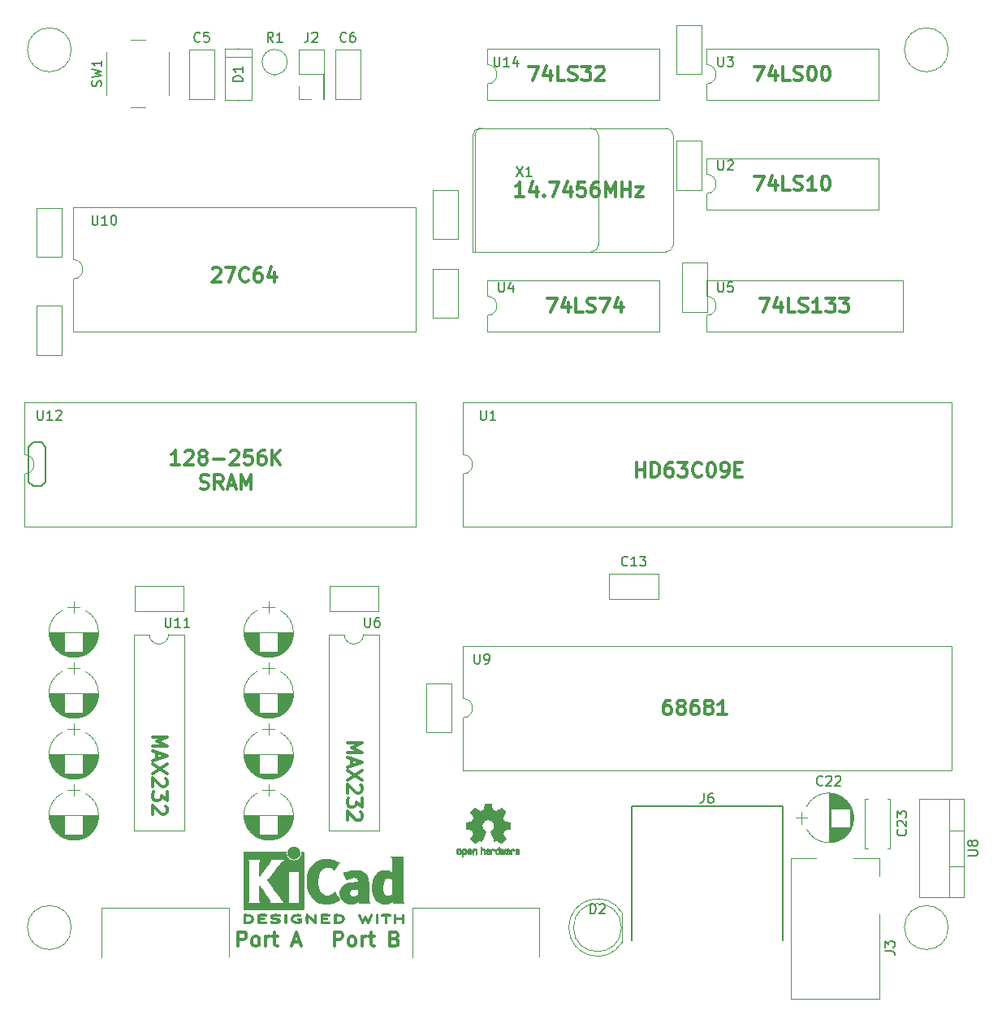
<source format=gbr>
G04 #@! TF.FileFunction,Legend,Top*
%FSLAX46Y46*%
G04 Gerber Fmt 4.6, Leading zero omitted, Abs format (unit mm)*
G04 Created by KiCad (PCBNEW 4.0.7-e2-6376~58~ubuntu16.04.1) date Tue May 29 14:50:19 2018*
%MOMM*%
%LPD*%
G01*
G04 APERTURE LIST*
%ADD10C,0.100000*%
%ADD11C,0.300000*%
%ADD12C,0.120000*%
%ADD13C,0.150000*%
%ADD14C,0.010000*%
G04 APERTURE END LIST*
D10*
D11*
X160500716Y-42358571D02*
X161500716Y-42358571D01*
X160857859Y-43858571D01*
X162715001Y-42858571D02*
X162715001Y-43858571D01*
X162357858Y-42287143D02*
X162000715Y-43358571D01*
X162929287Y-43358571D01*
X164215001Y-43858571D02*
X163500715Y-43858571D01*
X163500715Y-42358571D01*
X164643572Y-43787143D02*
X164857858Y-43858571D01*
X165215001Y-43858571D01*
X165357858Y-43787143D01*
X165429287Y-43715714D01*
X165500715Y-43572857D01*
X165500715Y-43430000D01*
X165429287Y-43287143D01*
X165357858Y-43215714D01*
X165215001Y-43144286D01*
X164929287Y-43072857D01*
X164786429Y-43001429D01*
X164715001Y-42930000D01*
X164643572Y-42787143D01*
X164643572Y-42644286D01*
X164715001Y-42501429D01*
X164786429Y-42430000D01*
X164929287Y-42358571D01*
X165286429Y-42358571D01*
X165500715Y-42430000D01*
X166000715Y-42358571D02*
X166929286Y-42358571D01*
X166429286Y-42930000D01*
X166643572Y-42930000D01*
X166786429Y-43001429D01*
X166857858Y-43072857D01*
X166929286Y-43215714D01*
X166929286Y-43572857D01*
X166857858Y-43715714D01*
X166786429Y-43787143D01*
X166643572Y-43858571D01*
X166215000Y-43858571D01*
X166072143Y-43787143D01*
X166000715Y-43715714D01*
X167500714Y-42501429D02*
X167572143Y-42430000D01*
X167715000Y-42358571D01*
X168072143Y-42358571D01*
X168215000Y-42430000D01*
X168286429Y-42501429D01*
X168357857Y-42644286D01*
X168357857Y-42787143D01*
X168286429Y-43001429D01*
X167429286Y-43858571D01*
X168357857Y-43858571D01*
X175228573Y-108398571D02*
X174942859Y-108398571D01*
X174800002Y-108470000D01*
X174728573Y-108541429D01*
X174585716Y-108755714D01*
X174514287Y-109041429D01*
X174514287Y-109612857D01*
X174585716Y-109755714D01*
X174657144Y-109827143D01*
X174800002Y-109898571D01*
X175085716Y-109898571D01*
X175228573Y-109827143D01*
X175300002Y-109755714D01*
X175371430Y-109612857D01*
X175371430Y-109255714D01*
X175300002Y-109112857D01*
X175228573Y-109041429D01*
X175085716Y-108970000D01*
X174800002Y-108970000D01*
X174657144Y-109041429D01*
X174585716Y-109112857D01*
X174514287Y-109255714D01*
X176228573Y-109041429D02*
X176085715Y-108970000D01*
X176014287Y-108898571D01*
X175942858Y-108755714D01*
X175942858Y-108684286D01*
X176014287Y-108541429D01*
X176085715Y-108470000D01*
X176228573Y-108398571D01*
X176514287Y-108398571D01*
X176657144Y-108470000D01*
X176728573Y-108541429D01*
X176800001Y-108684286D01*
X176800001Y-108755714D01*
X176728573Y-108898571D01*
X176657144Y-108970000D01*
X176514287Y-109041429D01*
X176228573Y-109041429D01*
X176085715Y-109112857D01*
X176014287Y-109184286D01*
X175942858Y-109327143D01*
X175942858Y-109612857D01*
X176014287Y-109755714D01*
X176085715Y-109827143D01*
X176228573Y-109898571D01*
X176514287Y-109898571D01*
X176657144Y-109827143D01*
X176728573Y-109755714D01*
X176800001Y-109612857D01*
X176800001Y-109327143D01*
X176728573Y-109184286D01*
X176657144Y-109112857D01*
X176514287Y-109041429D01*
X178085715Y-108398571D02*
X177800001Y-108398571D01*
X177657144Y-108470000D01*
X177585715Y-108541429D01*
X177442858Y-108755714D01*
X177371429Y-109041429D01*
X177371429Y-109612857D01*
X177442858Y-109755714D01*
X177514286Y-109827143D01*
X177657144Y-109898571D01*
X177942858Y-109898571D01*
X178085715Y-109827143D01*
X178157144Y-109755714D01*
X178228572Y-109612857D01*
X178228572Y-109255714D01*
X178157144Y-109112857D01*
X178085715Y-109041429D01*
X177942858Y-108970000D01*
X177657144Y-108970000D01*
X177514286Y-109041429D01*
X177442858Y-109112857D01*
X177371429Y-109255714D01*
X179085715Y-109041429D02*
X178942857Y-108970000D01*
X178871429Y-108898571D01*
X178800000Y-108755714D01*
X178800000Y-108684286D01*
X178871429Y-108541429D01*
X178942857Y-108470000D01*
X179085715Y-108398571D01*
X179371429Y-108398571D01*
X179514286Y-108470000D01*
X179585715Y-108541429D01*
X179657143Y-108684286D01*
X179657143Y-108755714D01*
X179585715Y-108898571D01*
X179514286Y-108970000D01*
X179371429Y-109041429D01*
X179085715Y-109041429D01*
X178942857Y-109112857D01*
X178871429Y-109184286D01*
X178800000Y-109327143D01*
X178800000Y-109612857D01*
X178871429Y-109755714D01*
X178942857Y-109827143D01*
X179085715Y-109898571D01*
X179371429Y-109898571D01*
X179514286Y-109827143D01*
X179585715Y-109755714D01*
X179657143Y-109612857D01*
X179657143Y-109327143D01*
X179585715Y-109184286D01*
X179514286Y-109112857D01*
X179371429Y-109041429D01*
X181085714Y-109898571D02*
X180228571Y-109898571D01*
X180657143Y-109898571D02*
X180657143Y-108398571D01*
X180514286Y-108612857D01*
X180371428Y-108755714D01*
X180228571Y-108827143D01*
X141561429Y-112840001D02*
X143061429Y-112840001D01*
X141990000Y-113340001D01*
X143061429Y-113840001D01*
X141561429Y-113840001D01*
X141990000Y-114482858D02*
X141990000Y-115197144D01*
X141561429Y-114340001D02*
X143061429Y-114840001D01*
X141561429Y-115340001D01*
X143061429Y-115697144D02*
X141561429Y-116697144D01*
X143061429Y-116697144D02*
X141561429Y-115697144D01*
X142918571Y-117197143D02*
X142990000Y-117268572D01*
X143061429Y-117411429D01*
X143061429Y-117768572D01*
X142990000Y-117911429D01*
X142918571Y-117982858D01*
X142775714Y-118054286D01*
X142632857Y-118054286D01*
X142418571Y-117982858D01*
X141561429Y-117125715D01*
X141561429Y-118054286D01*
X143061429Y-118554286D02*
X143061429Y-119482857D01*
X142490000Y-118982857D01*
X142490000Y-119197143D01*
X142418571Y-119340000D01*
X142347143Y-119411429D01*
X142204286Y-119482857D01*
X141847143Y-119482857D01*
X141704286Y-119411429D01*
X141632857Y-119340000D01*
X141561429Y-119197143D01*
X141561429Y-118768571D01*
X141632857Y-118625714D01*
X141704286Y-118554286D01*
X142918571Y-120054285D02*
X142990000Y-120125714D01*
X143061429Y-120268571D01*
X143061429Y-120625714D01*
X142990000Y-120768571D01*
X142918571Y-120840000D01*
X142775714Y-120911428D01*
X142632857Y-120911428D01*
X142418571Y-120840000D01*
X141561429Y-119982857D01*
X141561429Y-120911428D01*
X121241429Y-112205001D02*
X122741429Y-112205001D01*
X121670000Y-112705001D01*
X122741429Y-113205001D01*
X121241429Y-113205001D01*
X121670000Y-113847858D02*
X121670000Y-114562144D01*
X121241429Y-113705001D02*
X122741429Y-114205001D01*
X121241429Y-114705001D01*
X122741429Y-115062144D02*
X121241429Y-116062144D01*
X122741429Y-116062144D02*
X121241429Y-115062144D01*
X122598571Y-116562143D02*
X122670000Y-116633572D01*
X122741429Y-116776429D01*
X122741429Y-117133572D01*
X122670000Y-117276429D01*
X122598571Y-117347858D01*
X122455714Y-117419286D01*
X122312857Y-117419286D01*
X122098571Y-117347858D01*
X121241429Y-116490715D01*
X121241429Y-117419286D01*
X122741429Y-117919286D02*
X122741429Y-118847857D01*
X122170000Y-118347857D01*
X122170000Y-118562143D01*
X122098571Y-118705000D01*
X122027143Y-118776429D01*
X121884286Y-118847857D01*
X121527143Y-118847857D01*
X121384286Y-118776429D01*
X121312857Y-118705000D01*
X121241429Y-118562143D01*
X121241429Y-118133571D01*
X121312857Y-117990714D01*
X121384286Y-117919286D01*
X122598571Y-119419285D02*
X122670000Y-119490714D01*
X122741429Y-119633571D01*
X122741429Y-119990714D01*
X122670000Y-120133571D01*
X122598571Y-120205000D01*
X122455714Y-120276428D01*
X122312857Y-120276428D01*
X122098571Y-120205000D01*
X121241429Y-119347857D01*
X121241429Y-120276428D01*
X183995716Y-42358571D02*
X184995716Y-42358571D01*
X184352859Y-43858571D01*
X186210001Y-42858571D02*
X186210001Y-43858571D01*
X185852858Y-42287143D02*
X185495715Y-43358571D01*
X186424287Y-43358571D01*
X187710001Y-43858571D02*
X186995715Y-43858571D01*
X186995715Y-42358571D01*
X188138572Y-43787143D02*
X188352858Y-43858571D01*
X188710001Y-43858571D01*
X188852858Y-43787143D01*
X188924287Y-43715714D01*
X188995715Y-43572857D01*
X188995715Y-43430000D01*
X188924287Y-43287143D01*
X188852858Y-43215714D01*
X188710001Y-43144286D01*
X188424287Y-43072857D01*
X188281429Y-43001429D01*
X188210001Y-42930000D01*
X188138572Y-42787143D01*
X188138572Y-42644286D01*
X188210001Y-42501429D01*
X188281429Y-42430000D01*
X188424287Y-42358571D01*
X188781429Y-42358571D01*
X188995715Y-42430000D01*
X189924286Y-42358571D02*
X190067143Y-42358571D01*
X190210000Y-42430000D01*
X190281429Y-42501429D01*
X190352858Y-42644286D01*
X190424286Y-42930000D01*
X190424286Y-43287143D01*
X190352858Y-43572857D01*
X190281429Y-43715714D01*
X190210000Y-43787143D01*
X190067143Y-43858571D01*
X189924286Y-43858571D01*
X189781429Y-43787143D01*
X189710000Y-43715714D01*
X189638572Y-43572857D01*
X189567143Y-43287143D01*
X189567143Y-42930000D01*
X189638572Y-42644286D01*
X189710000Y-42501429D01*
X189781429Y-42430000D01*
X189924286Y-42358571D01*
X191352857Y-42358571D02*
X191495714Y-42358571D01*
X191638571Y-42430000D01*
X191710000Y-42501429D01*
X191781429Y-42644286D01*
X191852857Y-42930000D01*
X191852857Y-43287143D01*
X191781429Y-43572857D01*
X191710000Y-43715714D01*
X191638571Y-43787143D01*
X191495714Y-43858571D01*
X191352857Y-43858571D01*
X191210000Y-43787143D01*
X191138571Y-43715714D01*
X191067143Y-43572857D01*
X190995714Y-43287143D01*
X190995714Y-42930000D01*
X191067143Y-42644286D01*
X191138571Y-42501429D01*
X191210000Y-42430000D01*
X191352857Y-42358571D01*
X183995716Y-53788571D02*
X184995716Y-53788571D01*
X184352859Y-55288571D01*
X186210001Y-54288571D02*
X186210001Y-55288571D01*
X185852858Y-53717143D02*
X185495715Y-54788571D01*
X186424287Y-54788571D01*
X187710001Y-55288571D02*
X186995715Y-55288571D01*
X186995715Y-53788571D01*
X188138572Y-55217143D02*
X188352858Y-55288571D01*
X188710001Y-55288571D01*
X188852858Y-55217143D01*
X188924287Y-55145714D01*
X188995715Y-55002857D01*
X188995715Y-54860000D01*
X188924287Y-54717143D01*
X188852858Y-54645714D01*
X188710001Y-54574286D01*
X188424287Y-54502857D01*
X188281429Y-54431429D01*
X188210001Y-54360000D01*
X188138572Y-54217143D01*
X188138572Y-54074286D01*
X188210001Y-53931429D01*
X188281429Y-53860000D01*
X188424287Y-53788571D01*
X188781429Y-53788571D01*
X188995715Y-53860000D01*
X190424286Y-55288571D02*
X189567143Y-55288571D01*
X189995715Y-55288571D02*
X189995715Y-53788571D01*
X189852858Y-54002857D01*
X189710000Y-54145714D01*
X189567143Y-54217143D01*
X191352857Y-53788571D02*
X191495714Y-53788571D01*
X191638571Y-53860000D01*
X191710000Y-53931429D01*
X191781429Y-54074286D01*
X191852857Y-54360000D01*
X191852857Y-54717143D01*
X191781429Y-55002857D01*
X191710000Y-55145714D01*
X191638571Y-55217143D01*
X191495714Y-55288571D01*
X191352857Y-55288571D01*
X191210000Y-55217143D01*
X191138571Y-55145714D01*
X191067143Y-55002857D01*
X190995714Y-54717143D01*
X190995714Y-54360000D01*
X191067143Y-54074286D01*
X191138571Y-53931429D01*
X191210000Y-53860000D01*
X191352857Y-53788571D01*
X184551430Y-66488571D02*
X185551430Y-66488571D01*
X184908573Y-67988571D01*
X186765715Y-66988571D02*
X186765715Y-67988571D01*
X186408572Y-66417143D02*
X186051429Y-67488571D01*
X186980001Y-67488571D01*
X188265715Y-67988571D02*
X187551429Y-67988571D01*
X187551429Y-66488571D01*
X188694286Y-67917143D02*
X188908572Y-67988571D01*
X189265715Y-67988571D01*
X189408572Y-67917143D01*
X189480001Y-67845714D01*
X189551429Y-67702857D01*
X189551429Y-67560000D01*
X189480001Y-67417143D01*
X189408572Y-67345714D01*
X189265715Y-67274286D01*
X188980001Y-67202857D01*
X188837143Y-67131429D01*
X188765715Y-67060000D01*
X188694286Y-66917143D01*
X188694286Y-66774286D01*
X188765715Y-66631429D01*
X188837143Y-66560000D01*
X188980001Y-66488571D01*
X189337143Y-66488571D01*
X189551429Y-66560000D01*
X190980000Y-67988571D02*
X190122857Y-67988571D01*
X190551429Y-67988571D02*
X190551429Y-66488571D01*
X190408572Y-66702857D01*
X190265714Y-66845714D01*
X190122857Y-66917143D01*
X191480000Y-66488571D02*
X192408571Y-66488571D01*
X191908571Y-67060000D01*
X192122857Y-67060000D01*
X192265714Y-67131429D01*
X192337143Y-67202857D01*
X192408571Y-67345714D01*
X192408571Y-67702857D01*
X192337143Y-67845714D01*
X192265714Y-67917143D01*
X192122857Y-67988571D01*
X191694285Y-67988571D01*
X191551428Y-67917143D01*
X191480000Y-67845714D01*
X192908571Y-66488571D02*
X193837142Y-66488571D01*
X193337142Y-67060000D01*
X193551428Y-67060000D01*
X193694285Y-67131429D01*
X193765714Y-67202857D01*
X193837142Y-67345714D01*
X193837142Y-67702857D01*
X193765714Y-67845714D01*
X193694285Y-67917143D01*
X193551428Y-67988571D01*
X193122856Y-67988571D01*
X192979999Y-67917143D01*
X192908571Y-67845714D01*
X162405716Y-66488571D02*
X163405716Y-66488571D01*
X162762859Y-67988571D01*
X164620001Y-66988571D02*
X164620001Y-67988571D01*
X164262858Y-66417143D02*
X163905715Y-67488571D01*
X164834287Y-67488571D01*
X166120001Y-67988571D02*
X165405715Y-67988571D01*
X165405715Y-66488571D01*
X166548572Y-67917143D02*
X166762858Y-67988571D01*
X167120001Y-67988571D01*
X167262858Y-67917143D01*
X167334287Y-67845714D01*
X167405715Y-67702857D01*
X167405715Y-67560000D01*
X167334287Y-67417143D01*
X167262858Y-67345714D01*
X167120001Y-67274286D01*
X166834287Y-67202857D01*
X166691429Y-67131429D01*
X166620001Y-67060000D01*
X166548572Y-66917143D01*
X166548572Y-66774286D01*
X166620001Y-66631429D01*
X166691429Y-66560000D01*
X166834287Y-66488571D01*
X167191429Y-66488571D01*
X167405715Y-66560000D01*
X167905715Y-66488571D02*
X168905715Y-66488571D01*
X168262858Y-67988571D01*
X170120000Y-66988571D02*
X170120000Y-67988571D01*
X169762857Y-66417143D02*
X169405714Y-67488571D01*
X170334286Y-67488571D01*
X127488572Y-63456429D02*
X127560001Y-63385000D01*
X127702858Y-63313571D01*
X128060001Y-63313571D01*
X128202858Y-63385000D01*
X128274287Y-63456429D01*
X128345715Y-63599286D01*
X128345715Y-63742143D01*
X128274287Y-63956429D01*
X127417144Y-64813571D01*
X128345715Y-64813571D01*
X128845715Y-63313571D02*
X129845715Y-63313571D01*
X129202858Y-64813571D01*
X131274286Y-64670714D02*
X131202857Y-64742143D01*
X130988571Y-64813571D01*
X130845714Y-64813571D01*
X130631429Y-64742143D01*
X130488571Y-64599286D01*
X130417143Y-64456429D01*
X130345714Y-64170714D01*
X130345714Y-63956429D01*
X130417143Y-63670714D01*
X130488571Y-63527857D01*
X130631429Y-63385000D01*
X130845714Y-63313571D01*
X130988571Y-63313571D01*
X131202857Y-63385000D01*
X131274286Y-63456429D01*
X132560000Y-63313571D02*
X132274286Y-63313571D01*
X132131429Y-63385000D01*
X132060000Y-63456429D01*
X131917143Y-63670714D01*
X131845714Y-63956429D01*
X131845714Y-64527857D01*
X131917143Y-64670714D01*
X131988571Y-64742143D01*
X132131429Y-64813571D01*
X132417143Y-64813571D01*
X132560000Y-64742143D01*
X132631429Y-64670714D01*
X132702857Y-64527857D01*
X132702857Y-64170714D01*
X132631429Y-64027857D01*
X132560000Y-63956429D01*
X132417143Y-63885000D01*
X132131429Y-63885000D01*
X131988571Y-63956429D01*
X131917143Y-64027857D01*
X131845714Y-64170714D01*
X133988571Y-63813571D02*
X133988571Y-64813571D01*
X133631428Y-63242143D02*
X133274285Y-64313571D01*
X134202857Y-64313571D01*
X171700715Y-85133571D02*
X171700715Y-83633571D01*
X171700715Y-84347857D02*
X172557858Y-84347857D01*
X172557858Y-85133571D02*
X172557858Y-83633571D01*
X173272144Y-85133571D02*
X173272144Y-83633571D01*
X173629287Y-83633571D01*
X173843572Y-83705000D01*
X173986430Y-83847857D01*
X174057858Y-83990714D01*
X174129287Y-84276429D01*
X174129287Y-84490714D01*
X174057858Y-84776429D01*
X173986430Y-84919286D01*
X173843572Y-85062143D01*
X173629287Y-85133571D01*
X173272144Y-85133571D01*
X175415001Y-83633571D02*
X175129287Y-83633571D01*
X174986430Y-83705000D01*
X174915001Y-83776429D01*
X174772144Y-83990714D01*
X174700715Y-84276429D01*
X174700715Y-84847857D01*
X174772144Y-84990714D01*
X174843572Y-85062143D01*
X174986430Y-85133571D01*
X175272144Y-85133571D01*
X175415001Y-85062143D01*
X175486430Y-84990714D01*
X175557858Y-84847857D01*
X175557858Y-84490714D01*
X175486430Y-84347857D01*
X175415001Y-84276429D01*
X175272144Y-84205000D01*
X174986430Y-84205000D01*
X174843572Y-84276429D01*
X174772144Y-84347857D01*
X174700715Y-84490714D01*
X176057858Y-83633571D02*
X176986429Y-83633571D01*
X176486429Y-84205000D01*
X176700715Y-84205000D01*
X176843572Y-84276429D01*
X176915001Y-84347857D01*
X176986429Y-84490714D01*
X176986429Y-84847857D01*
X176915001Y-84990714D01*
X176843572Y-85062143D01*
X176700715Y-85133571D01*
X176272143Y-85133571D01*
X176129286Y-85062143D01*
X176057858Y-84990714D01*
X178486429Y-84990714D02*
X178415000Y-85062143D01*
X178200714Y-85133571D01*
X178057857Y-85133571D01*
X177843572Y-85062143D01*
X177700714Y-84919286D01*
X177629286Y-84776429D01*
X177557857Y-84490714D01*
X177557857Y-84276429D01*
X177629286Y-83990714D01*
X177700714Y-83847857D01*
X177843572Y-83705000D01*
X178057857Y-83633571D01*
X178200714Y-83633571D01*
X178415000Y-83705000D01*
X178486429Y-83776429D01*
X179415000Y-83633571D02*
X179557857Y-83633571D01*
X179700714Y-83705000D01*
X179772143Y-83776429D01*
X179843572Y-83919286D01*
X179915000Y-84205000D01*
X179915000Y-84562143D01*
X179843572Y-84847857D01*
X179772143Y-84990714D01*
X179700714Y-85062143D01*
X179557857Y-85133571D01*
X179415000Y-85133571D01*
X179272143Y-85062143D01*
X179200714Y-84990714D01*
X179129286Y-84847857D01*
X179057857Y-84562143D01*
X179057857Y-84205000D01*
X179129286Y-83919286D01*
X179200714Y-83776429D01*
X179272143Y-83705000D01*
X179415000Y-83633571D01*
X180629285Y-85133571D02*
X180915000Y-85133571D01*
X181057857Y-85062143D01*
X181129285Y-84990714D01*
X181272143Y-84776429D01*
X181343571Y-84490714D01*
X181343571Y-83919286D01*
X181272143Y-83776429D01*
X181200714Y-83705000D01*
X181057857Y-83633571D01*
X180772143Y-83633571D01*
X180629285Y-83705000D01*
X180557857Y-83776429D01*
X180486428Y-83919286D01*
X180486428Y-84276429D01*
X180557857Y-84419286D01*
X180629285Y-84490714D01*
X180772143Y-84562143D01*
X181057857Y-84562143D01*
X181200714Y-84490714D01*
X181272143Y-84419286D01*
X181343571Y-84276429D01*
X181986428Y-84347857D02*
X182486428Y-84347857D01*
X182700714Y-85133571D02*
X181986428Y-85133571D01*
X181986428Y-83633571D01*
X182700714Y-83633571D01*
X124083573Y-83858571D02*
X123226430Y-83858571D01*
X123655002Y-83858571D02*
X123655002Y-82358571D01*
X123512145Y-82572857D01*
X123369287Y-82715714D01*
X123226430Y-82787143D01*
X124655001Y-82501429D02*
X124726430Y-82430000D01*
X124869287Y-82358571D01*
X125226430Y-82358571D01*
X125369287Y-82430000D01*
X125440716Y-82501429D01*
X125512144Y-82644286D01*
X125512144Y-82787143D01*
X125440716Y-83001429D01*
X124583573Y-83858571D01*
X125512144Y-83858571D01*
X126369287Y-83001429D02*
X126226429Y-82930000D01*
X126155001Y-82858571D01*
X126083572Y-82715714D01*
X126083572Y-82644286D01*
X126155001Y-82501429D01*
X126226429Y-82430000D01*
X126369287Y-82358571D01*
X126655001Y-82358571D01*
X126797858Y-82430000D01*
X126869287Y-82501429D01*
X126940715Y-82644286D01*
X126940715Y-82715714D01*
X126869287Y-82858571D01*
X126797858Y-82930000D01*
X126655001Y-83001429D01*
X126369287Y-83001429D01*
X126226429Y-83072857D01*
X126155001Y-83144286D01*
X126083572Y-83287143D01*
X126083572Y-83572857D01*
X126155001Y-83715714D01*
X126226429Y-83787143D01*
X126369287Y-83858571D01*
X126655001Y-83858571D01*
X126797858Y-83787143D01*
X126869287Y-83715714D01*
X126940715Y-83572857D01*
X126940715Y-83287143D01*
X126869287Y-83144286D01*
X126797858Y-83072857D01*
X126655001Y-83001429D01*
X127583572Y-83287143D02*
X128726429Y-83287143D01*
X129369286Y-82501429D02*
X129440715Y-82430000D01*
X129583572Y-82358571D01*
X129940715Y-82358571D01*
X130083572Y-82430000D01*
X130155001Y-82501429D01*
X130226429Y-82644286D01*
X130226429Y-82787143D01*
X130155001Y-83001429D01*
X129297858Y-83858571D01*
X130226429Y-83858571D01*
X131583572Y-82358571D02*
X130869286Y-82358571D01*
X130797857Y-83072857D01*
X130869286Y-83001429D01*
X131012143Y-82930000D01*
X131369286Y-82930000D01*
X131512143Y-83001429D01*
X131583572Y-83072857D01*
X131655000Y-83215714D01*
X131655000Y-83572857D01*
X131583572Y-83715714D01*
X131512143Y-83787143D01*
X131369286Y-83858571D01*
X131012143Y-83858571D01*
X130869286Y-83787143D01*
X130797857Y-83715714D01*
X132940714Y-82358571D02*
X132655000Y-82358571D01*
X132512143Y-82430000D01*
X132440714Y-82501429D01*
X132297857Y-82715714D01*
X132226428Y-83001429D01*
X132226428Y-83572857D01*
X132297857Y-83715714D01*
X132369285Y-83787143D01*
X132512143Y-83858571D01*
X132797857Y-83858571D01*
X132940714Y-83787143D01*
X133012143Y-83715714D01*
X133083571Y-83572857D01*
X133083571Y-83215714D01*
X133012143Y-83072857D01*
X132940714Y-83001429D01*
X132797857Y-82930000D01*
X132512143Y-82930000D01*
X132369285Y-83001429D01*
X132297857Y-83072857D01*
X132226428Y-83215714D01*
X133726428Y-83858571D02*
X133726428Y-82358571D01*
X134583571Y-83858571D02*
X133940714Y-83001429D01*
X134583571Y-82358571D02*
X133726428Y-83215714D01*
X126226429Y-86337143D02*
X126440715Y-86408571D01*
X126797858Y-86408571D01*
X126940715Y-86337143D01*
X127012144Y-86265714D01*
X127083572Y-86122857D01*
X127083572Y-85980000D01*
X127012144Y-85837143D01*
X126940715Y-85765714D01*
X126797858Y-85694286D01*
X126512144Y-85622857D01*
X126369286Y-85551429D01*
X126297858Y-85480000D01*
X126226429Y-85337143D01*
X126226429Y-85194286D01*
X126297858Y-85051429D01*
X126369286Y-84980000D01*
X126512144Y-84908571D01*
X126869286Y-84908571D01*
X127083572Y-84980000D01*
X128583572Y-86408571D02*
X128083572Y-85694286D01*
X127726429Y-86408571D02*
X127726429Y-84908571D01*
X128297857Y-84908571D01*
X128440715Y-84980000D01*
X128512143Y-85051429D01*
X128583572Y-85194286D01*
X128583572Y-85408571D01*
X128512143Y-85551429D01*
X128440715Y-85622857D01*
X128297857Y-85694286D01*
X127726429Y-85694286D01*
X129155000Y-85980000D02*
X129869286Y-85980000D01*
X129012143Y-86408571D02*
X129512143Y-84908571D01*
X130012143Y-86408571D01*
X130512143Y-86408571D02*
X130512143Y-84908571D01*
X131012143Y-85980000D01*
X131512143Y-84908571D01*
X131512143Y-86408571D01*
X159985001Y-55923571D02*
X159127858Y-55923571D01*
X159556430Y-55923571D02*
X159556430Y-54423571D01*
X159413573Y-54637857D01*
X159270715Y-54780714D01*
X159127858Y-54852143D01*
X161270715Y-54923571D02*
X161270715Y-55923571D01*
X160913572Y-54352143D02*
X160556429Y-55423571D01*
X161485001Y-55423571D01*
X162056429Y-55780714D02*
X162127857Y-55852143D01*
X162056429Y-55923571D01*
X161985000Y-55852143D01*
X162056429Y-55780714D01*
X162056429Y-55923571D01*
X162627858Y-54423571D02*
X163627858Y-54423571D01*
X162985001Y-55923571D01*
X164842143Y-54923571D02*
X164842143Y-55923571D01*
X164485000Y-54352143D02*
X164127857Y-55423571D01*
X165056429Y-55423571D01*
X166342143Y-54423571D02*
X165627857Y-54423571D01*
X165556428Y-55137857D01*
X165627857Y-55066429D01*
X165770714Y-54995000D01*
X166127857Y-54995000D01*
X166270714Y-55066429D01*
X166342143Y-55137857D01*
X166413571Y-55280714D01*
X166413571Y-55637857D01*
X166342143Y-55780714D01*
X166270714Y-55852143D01*
X166127857Y-55923571D01*
X165770714Y-55923571D01*
X165627857Y-55852143D01*
X165556428Y-55780714D01*
X167699285Y-54423571D02*
X167413571Y-54423571D01*
X167270714Y-54495000D01*
X167199285Y-54566429D01*
X167056428Y-54780714D01*
X166984999Y-55066429D01*
X166984999Y-55637857D01*
X167056428Y-55780714D01*
X167127856Y-55852143D01*
X167270714Y-55923571D01*
X167556428Y-55923571D01*
X167699285Y-55852143D01*
X167770714Y-55780714D01*
X167842142Y-55637857D01*
X167842142Y-55280714D01*
X167770714Y-55137857D01*
X167699285Y-55066429D01*
X167556428Y-54995000D01*
X167270714Y-54995000D01*
X167127856Y-55066429D01*
X167056428Y-55137857D01*
X166984999Y-55280714D01*
X168484999Y-55923571D02*
X168484999Y-54423571D01*
X168984999Y-55495000D01*
X169484999Y-54423571D01*
X169484999Y-55923571D01*
X170199285Y-55923571D02*
X170199285Y-54423571D01*
X170199285Y-55137857D02*
X171056428Y-55137857D01*
X171056428Y-55923571D02*
X171056428Y-54423571D01*
X171627857Y-54923571D02*
X172413571Y-54923571D01*
X171627857Y-55923571D01*
X172413571Y-55923571D01*
X140224286Y-134028571D02*
X140224286Y-132528571D01*
X140795714Y-132528571D01*
X140938572Y-132600000D01*
X141010000Y-132671429D01*
X141081429Y-132814286D01*
X141081429Y-133028571D01*
X141010000Y-133171429D01*
X140938572Y-133242857D01*
X140795714Y-133314286D01*
X140224286Y-133314286D01*
X141938572Y-134028571D02*
X141795714Y-133957143D01*
X141724286Y-133885714D01*
X141652857Y-133742857D01*
X141652857Y-133314286D01*
X141724286Y-133171429D01*
X141795714Y-133100000D01*
X141938572Y-133028571D01*
X142152857Y-133028571D01*
X142295714Y-133100000D01*
X142367143Y-133171429D01*
X142438572Y-133314286D01*
X142438572Y-133742857D01*
X142367143Y-133885714D01*
X142295714Y-133957143D01*
X142152857Y-134028571D01*
X141938572Y-134028571D01*
X143081429Y-134028571D02*
X143081429Y-133028571D01*
X143081429Y-133314286D02*
X143152857Y-133171429D01*
X143224286Y-133100000D01*
X143367143Y-133028571D01*
X143510000Y-133028571D01*
X143795714Y-133028571D02*
X144367143Y-133028571D01*
X144010000Y-132528571D02*
X144010000Y-133814286D01*
X144081428Y-133957143D01*
X144224286Y-134028571D01*
X144367143Y-134028571D01*
X146510000Y-133242857D02*
X146724286Y-133314286D01*
X146795714Y-133385714D01*
X146867143Y-133528571D01*
X146867143Y-133742857D01*
X146795714Y-133885714D01*
X146724286Y-133957143D01*
X146581428Y-134028571D01*
X146010000Y-134028571D01*
X146010000Y-132528571D01*
X146510000Y-132528571D01*
X146652857Y-132600000D01*
X146724286Y-132671429D01*
X146795714Y-132814286D01*
X146795714Y-132957143D01*
X146724286Y-133100000D01*
X146652857Y-133171429D01*
X146510000Y-133242857D01*
X146010000Y-133242857D01*
X130171429Y-134028571D02*
X130171429Y-132528571D01*
X130742857Y-132528571D01*
X130885715Y-132600000D01*
X130957143Y-132671429D01*
X131028572Y-132814286D01*
X131028572Y-133028571D01*
X130957143Y-133171429D01*
X130885715Y-133242857D01*
X130742857Y-133314286D01*
X130171429Y-133314286D01*
X131885715Y-134028571D02*
X131742857Y-133957143D01*
X131671429Y-133885714D01*
X131600000Y-133742857D01*
X131600000Y-133314286D01*
X131671429Y-133171429D01*
X131742857Y-133100000D01*
X131885715Y-133028571D01*
X132100000Y-133028571D01*
X132242857Y-133100000D01*
X132314286Y-133171429D01*
X132385715Y-133314286D01*
X132385715Y-133742857D01*
X132314286Y-133885714D01*
X132242857Y-133957143D01*
X132100000Y-134028571D01*
X131885715Y-134028571D01*
X133028572Y-134028571D02*
X133028572Y-133028571D01*
X133028572Y-133314286D02*
X133100000Y-133171429D01*
X133171429Y-133100000D01*
X133314286Y-133028571D01*
X133457143Y-133028571D01*
X133742857Y-133028571D02*
X134314286Y-133028571D01*
X133957143Y-132528571D02*
X133957143Y-133814286D01*
X134028571Y-133957143D01*
X134171429Y-134028571D01*
X134314286Y-134028571D01*
X135885714Y-133600000D02*
X136600000Y-133600000D01*
X135742857Y-134028571D02*
X136242857Y-132528571D01*
X136742857Y-134028571D01*
D12*
X179010000Y-53610000D02*
G75*
G02X179010000Y-55610000I0J-1000000D01*
G01*
X179010000Y-55610000D02*
X179010000Y-57260000D01*
X179010000Y-57260000D02*
X196910000Y-57260000D01*
X196910000Y-57260000D02*
X196910000Y-51960000D01*
X196910000Y-51960000D02*
X179010000Y-51960000D01*
X179010000Y-51960000D02*
X179010000Y-53610000D01*
X156150000Y-66310000D02*
G75*
G02X156150000Y-68310000I0J-1000000D01*
G01*
X156150000Y-68310000D02*
X156150000Y-69960000D01*
X156150000Y-69960000D02*
X174050000Y-69960000D01*
X174050000Y-69960000D02*
X174050000Y-64660000D01*
X174050000Y-64660000D02*
X156150000Y-64660000D01*
X156150000Y-64660000D02*
X156150000Y-66310000D01*
D13*
X171170000Y-119435000D02*
X171170000Y-133385000D01*
X186970000Y-119435000D02*
X171170000Y-119435000D01*
X186970000Y-133385000D02*
X186970000Y-119435000D01*
D12*
X153610000Y-108220000D02*
G75*
G02X153610000Y-110220000I0J-1000000D01*
G01*
X153610000Y-110220000D02*
X153610000Y-115680000D01*
X153610000Y-115680000D02*
X204530000Y-115680000D01*
X204530000Y-115680000D02*
X204530000Y-102760000D01*
X204530000Y-102760000D02*
X153610000Y-102760000D01*
X153610000Y-102760000D02*
X153610000Y-108220000D01*
X115955000Y-135185000D02*
X115955000Y-130085000D01*
X115955000Y-130085000D02*
X115955000Y-130035000D01*
X115955000Y-130035000D02*
X129205000Y-130035000D01*
X129205000Y-130035000D02*
X129205000Y-135135000D01*
X134529723Y-103635722D02*
G75*
G03X134530000Y-99024420I-1179723J2305722D01*
G01*
X132170277Y-103635722D02*
G75*
G02X132170000Y-99024420I1179723J2305722D01*
G01*
X132170277Y-103635722D02*
G75*
G03X134530000Y-103635580I1179723J2305722D01*
G01*
X135900000Y-101330000D02*
X130800000Y-101330000D01*
X135900000Y-101370000D02*
X134330000Y-101370000D01*
X132370000Y-101370000D02*
X130800000Y-101370000D01*
X135899000Y-101410000D02*
X134330000Y-101410000D01*
X132370000Y-101410000D02*
X130801000Y-101410000D01*
X135898000Y-101450000D02*
X134330000Y-101450000D01*
X132370000Y-101450000D02*
X130802000Y-101450000D01*
X135896000Y-101490000D02*
X134330000Y-101490000D01*
X132370000Y-101490000D02*
X130804000Y-101490000D01*
X135893000Y-101530000D02*
X134330000Y-101530000D01*
X132370000Y-101530000D02*
X130807000Y-101530000D01*
X135889000Y-101570000D02*
X134330000Y-101570000D01*
X132370000Y-101570000D02*
X130811000Y-101570000D01*
X135885000Y-101610000D02*
X134330000Y-101610000D01*
X132370000Y-101610000D02*
X130815000Y-101610000D01*
X135881000Y-101650000D02*
X134330000Y-101650000D01*
X132370000Y-101650000D02*
X130819000Y-101650000D01*
X135875000Y-101690000D02*
X134330000Y-101690000D01*
X132370000Y-101690000D02*
X130825000Y-101690000D01*
X135869000Y-101730000D02*
X134330000Y-101730000D01*
X132370000Y-101730000D02*
X130831000Y-101730000D01*
X135863000Y-101770000D02*
X134330000Y-101770000D01*
X132370000Y-101770000D02*
X130837000Y-101770000D01*
X135856000Y-101810000D02*
X134330000Y-101810000D01*
X132370000Y-101810000D02*
X130844000Y-101810000D01*
X135848000Y-101850000D02*
X134330000Y-101850000D01*
X132370000Y-101850000D02*
X130852000Y-101850000D01*
X135839000Y-101890000D02*
X134330000Y-101890000D01*
X132370000Y-101890000D02*
X130861000Y-101890000D01*
X135830000Y-101930000D02*
X134330000Y-101930000D01*
X132370000Y-101930000D02*
X130870000Y-101930000D01*
X135820000Y-101970000D02*
X134330000Y-101970000D01*
X132370000Y-101970000D02*
X130880000Y-101970000D01*
X135810000Y-102010000D02*
X134330000Y-102010000D01*
X132370000Y-102010000D02*
X130890000Y-102010000D01*
X135798000Y-102051000D02*
X134330000Y-102051000D01*
X132370000Y-102051000D02*
X130902000Y-102051000D01*
X135786000Y-102091000D02*
X134330000Y-102091000D01*
X132370000Y-102091000D02*
X130914000Y-102091000D01*
X135774000Y-102131000D02*
X134330000Y-102131000D01*
X132370000Y-102131000D02*
X130926000Y-102131000D01*
X135760000Y-102171000D02*
X134330000Y-102171000D01*
X132370000Y-102171000D02*
X130940000Y-102171000D01*
X135746000Y-102211000D02*
X134330000Y-102211000D01*
X132370000Y-102211000D02*
X130954000Y-102211000D01*
X135732000Y-102251000D02*
X134330000Y-102251000D01*
X132370000Y-102251000D02*
X130968000Y-102251000D01*
X135716000Y-102291000D02*
X134330000Y-102291000D01*
X132370000Y-102291000D02*
X130984000Y-102291000D01*
X135700000Y-102331000D02*
X134330000Y-102331000D01*
X132370000Y-102331000D02*
X131000000Y-102331000D01*
X135683000Y-102371000D02*
X134330000Y-102371000D01*
X132370000Y-102371000D02*
X131017000Y-102371000D01*
X135665000Y-102411000D02*
X134330000Y-102411000D01*
X132370000Y-102411000D02*
X131035000Y-102411000D01*
X135646000Y-102451000D02*
X134330000Y-102451000D01*
X132370000Y-102451000D02*
X131054000Y-102451000D01*
X135626000Y-102491000D02*
X134330000Y-102491000D01*
X132370000Y-102491000D02*
X131074000Y-102491000D01*
X135606000Y-102531000D02*
X134330000Y-102531000D01*
X132370000Y-102531000D02*
X131094000Y-102531000D01*
X135584000Y-102571000D02*
X134330000Y-102571000D01*
X132370000Y-102571000D02*
X131116000Y-102571000D01*
X135562000Y-102611000D02*
X134330000Y-102611000D01*
X132370000Y-102611000D02*
X131138000Y-102611000D01*
X135539000Y-102651000D02*
X134330000Y-102651000D01*
X132370000Y-102651000D02*
X131161000Y-102651000D01*
X135515000Y-102691000D02*
X134330000Y-102691000D01*
X132370000Y-102691000D02*
X131185000Y-102691000D01*
X135490000Y-102731000D02*
X134330000Y-102731000D01*
X132370000Y-102731000D02*
X131210000Y-102731000D01*
X135463000Y-102771000D02*
X134330000Y-102771000D01*
X132370000Y-102771000D02*
X131237000Y-102771000D01*
X135436000Y-102811000D02*
X134330000Y-102811000D01*
X132370000Y-102811000D02*
X131264000Y-102811000D01*
X135408000Y-102851000D02*
X134330000Y-102851000D01*
X132370000Y-102851000D02*
X131292000Y-102851000D01*
X135378000Y-102891000D02*
X134330000Y-102891000D01*
X132370000Y-102891000D02*
X131322000Y-102891000D01*
X135347000Y-102931000D02*
X134330000Y-102931000D01*
X132370000Y-102931000D02*
X131353000Y-102931000D01*
X135315000Y-102971000D02*
X134330000Y-102971000D01*
X132370000Y-102971000D02*
X131385000Y-102971000D01*
X135282000Y-103011000D02*
X134330000Y-103011000D01*
X132370000Y-103011000D02*
X131418000Y-103011000D01*
X135247000Y-103051000D02*
X134330000Y-103051000D01*
X132370000Y-103051000D02*
X131453000Y-103051000D01*
X135211000Y-103091000D02*
X134330000Y-103091000D01*
X132370000Y-103091000D02*
X131489000Y-103091000D01*
X135173000Y-103131000D02*
X134330000Y-103131000D01*
X132370000Y-103131000D02*
X131527000Y-103131000D01*
X135133000Y-103171000D02*
X134330000Y-103171000D01*
X132370000Y-103171000D02*
X131567000Y-103171000D01*
X135092000Y-103211000D02*
X134330000Y-103211000D01*
X132370000Y-103211000D02*
X131608000Y-103211000D01*
X135049000Y-103251000D02*
X134330000Y-103251000D01*
X132370000Y-103251000D02*
X131651000Y-103251000D01*
X135004000Y-103291000D02*
X134330000Y-103291000D01*
X132370000Y-103291000D02*
X131696000Y-103291000D01*
X134956000Y-103331000D02*
X131744000Y-103331000D01*
X134906000Y-103371000D02*
X131794000Y-103371000D01*
X134854000Y-103411000D02*
X131846000Y-103411000D01*
X134798000Y-103451000D02*
X131902000Y-103451000D01*
X134740000Y-103491000D02*
X131960000Y-103491000D01*
X134677000Y-103531000D02*
X132023000Y-103531000D01*
X134611000Y-103571000D02*
X132089000Y-103571000D01*
X134539000Y-103611000D02*
X132161000Y-103611000D01*
X134462000Y-103651000D02*
X132238000Y-103651000D01*
X134378000Y-103691000D02*
X132322000Y-103691000D01*
X134284000Y-103731000D02*
X132416000Y-103731000D01*
X134179000Y-103771000D02*
X132521000Y-103771000D01*
X134057000Y-103811000D02*
X132643000Y-103811000D01*
X133909000Y-103851000D02*
X132791000Y-103851000D01*
X133704000Y-103891000D02*
X132996000Y-103891000D01*
X133350000Y-98130000D02*
X133350000Y-99330000D01*
X134000000Y-98730000D02*
X132700000Y-98730000D01*
X134529723Y-116335722D02*
G75*
G03X134530000Y-111724420I-1179723J2305722D01*
G01*
X132170277Y-116335722D02*
G75*
G02X132170000Y-111724420I1179723J2305722D01*
G01*
X132170277Y-116335722D02*
G75*
G03X134530000Y-116335580I1179723J2305722D01*
G01*
X135900000Y-114030000D02*
X130800000Y-114030000D01*
X135900000Y-114070000D02*
X134330000Y-114070000D01*
X132370000Y-114070000D02*
X130800000Y-114070000D01*
X135899000Y-114110000D02*
X134330000Y-114110000D01*
X132370000Y-114110000D02*
X130801000Y-114110000D01*
X135898000Y-114150000D02*
X134330000Y-114150000D01*
X132370000Y-114150000D02*
X130802000Y-114150000D01*
X135896000Y-114190000D02*
X134330000Y-114190000D01*
X132370000Y-114190000D02*
X130804000Y-114190000D01*
X135893000Y-114230000D02*
X134330000Y-114230000D01*
X132370000Y-114230000D02*
X130807000Y-114230000D01*
X135889000Y-114270000D02*
X134330000Y-114270000D01*
X132370000Y-114270000D02*
X130811000Y-114270000D01*
X135885000Y-114310000D02*
X134330000Y-114310000D01*
X132370000Y-114310000D02*
X130815000Y-114310000D01*
X135881000Y-114350000D02*
X134330000Y-114350000D01*
X132370000Y-114350000D02*
X130819000Y-114350000D01*
X135875000Y-114390000D02*
X134330000Y-114390000D01*
X132370000Y-114390000D02*
X130825000Y-114390000D01*
X135869000Y-114430000D02*
X134330000Y-114430000D01*
X132370000Y-114430000D02*
X130831000Y-114430000D01*
X135863000Y-114470000D02*
X134330000Y-114470000D01*
X132370000Y-114470000D02*
X130837000Y-114470000D01*
X135856000Y-114510000D02*
X134330000Y-114510000D01*
X132370000Y-114510000D02*
X130844000Y-114510000D01*
X135848000Y-114550000D02*
X134330000Y-114550000D01*
X132370000Y-114550000D02*
X130852000Y-114550000D01*
X135839000Y-114590000D02*
X134330000Y-114590000D01*
X132370000Y-114590000D02*
X130861000Y-114590000D01*
X135830000Y-114630000D02*
X134330000Y-114630000D01*
X132370000Y-114630000D02*
X130870000Y-114630000D01*
X135820000Y-114670000D02*
X134330000Y-114670000D01*
X132370000Y-114670000D02*
X130880000Y-114670000D01*
X135810000Y-114710000D02*
X134330000Y-114710000D01*
X132370000Y-114710000D02*
X130890000Y-114710000D01*
X135798000Y-114751000D02*
X134330000Y-114751000D01*
X132370000Y-114751000D02*
X130902000Y-114751000D01*
X135786000Y-114791000D02*
X134330000Y-114791000D01*
X132370000Y-114791000D02*
X130914000Y-114791000D01*
X135774000Y-114831000D02*
X134330000Y-114831000D01*
X132370000Y-114831000D02*
X130926000Y-114831000D01*
X135760000Y-114871000D02*
X134330000Y-114871000D01*
X132370000Y-114871000D02*
X130940000Y-114871000D01*
X135746000Y-114911000D02*
X134330000Y-114911000D01*
X132370000Y-114911000D02*
X130954000Y-114911000D01*
X135732000Y-114951000D02*
X134330000Y-114951000D01*
X132370000Y-114951000D02*
X130968000Y-114951000D01*
X135716000Y-114991000D02*
X134330000Y-114991000D01*
X132370000Y-114991000D02*
X130984000Y-114991000D01*
X135700000Y-115031000D02*
X134330000Y-115031000D01*
X132370000Y-115031000D02*
X131000000Y-115031000D01*
X135683000Y-115071000D02*
X134330000Y-115071000D01*
X132370000Y-115071000D02*
X131017000Y-115071000D01*
X135665000Y-115111000D02*
X134330000Y-115111000D01*
X132370000Y-115111000D02*
X131035000Y-115111000D01*
X135646000Y-115151000D02*
X134330000Y-115151000D01*
X132370000Y-115151000D02*
X131054000Y-115151000D01*
X135626000Y-115191000D02*
X134330000Y-115191000D01*
X132370000Y-115191000D02*
X131074000Y-115191000D01*
X135606000Y-115231000D02*
X134330000Y-115231000D01*
X132370000Y-115231000D02*
X131094000Y-115231000D01*
X135584000Y-115271000D02*
X134330000Y-115271000D01*
X132370000Y-115271000D02*
X131116000Y-115271000D01*
X135562000Y-115311000D02*
X134330000Y-115311000D01*
X132370000Y-115311000D02*
X131138000Y-115311000D01*
X135539000Y-115351000D02*
X134330000Y-115351000D01*
X132370000Y-115351000D02*
X131161000Y-115351000D01*
X135515000Y-115391000D02*
X134330000Y-115391000D01*
X132370000Y-115391000D02*
X131185000Y-115391000D01*
X135490000Y-115431000D02*
X134330000Y-115431000D01*
X132370000Y-115431000D02*
X131210000Y-115431000D01*
X135463000Y-115471000D02*
X134330000Y-115471000D01*
X132370000Y-115471000D02*
X131237000Y-115471000D01*
X135436000Y-115511000D02*
X134330000Y-115511000D01*
X132370000Y-115511000D02*
X131264000Y-115511000D01*
X135408000Y-115551000D02*
X134330000Y-115551000D01*
X132370000Y-115551000D02*
X131292000Y-115551000D01*
X135378000Y-115591000D02*
X134330000Y-115591000D01*
X132370000Y-115591000D02*
X131322000Y-115591000D01*
X135347000Y-115631000D02*
X134330000Y-115631000D01*
X132370000Y-115631000D02*
X131353000Y-115631000D01*
X135315000Y-115671000D02*
X134330000Y-115671000D01*
X132370000Y-115671000D02*
X131385000Y-115671000D01*
X135282000Y-115711000D02*
X134330000Y-115711000D01*
X132370000Y-115711000D02*
X131418000Y-115711000D01*
X135247000Y-115751000D02*
X134330000Y-115751000D01*
X132370000Y-115751000D02*
X131453000Y-115751000D01*
X135211000Y-115791000D02*
X134330000Y-115791000D01*
X132370000Y-115791000D02*
X131489000Y-115791000D01*
X135173000Y-115831000D02*
X134330000Y-115831000D01*
X132370000Y-115831000D02*
X131527000Y-115831000D01*
X135133000Y-115871000D02*
X134330000Y-115871000D01*
X132370000Y-115871000D02*
X131567000Y-115871000D01*
X135092000Y-115911000D02*
X134330000Y-115911000D01*
X132370000Y-115911000D02*
X131608000Y-115911000D01*
X135049000Y-115951000D02*
X134330000Y-115951000D01*
X132370000Y-115951000D02*
X131651000Y-115951000D01*
X135004000Y-115991000D02*
X134330000Y-115991000D01*
X132370000Y-115991000D02*
X131696000Y-115991000D01*
X134956000Y-116031000D02*
X131744000Y-116031000D01*
X134906000Y-116071000D02*
X131794000Y-116071000D01*
X134854000Y-116111000D02*
X131846000Y-116111000D01*
X134798000Y-116151000D02*
X131902000Y-116151000D01*
X134740000Y-116191000D02*
X131960000Y-116191000D01*
X134677000Y-116231000D02*
X132023000Y-116231000D01*
X134611000Y-116271000D02*
X132089000Y-116271000D01*
X134539000Y-116311000D02*
X132161000Y-116311000D01*
X134462000Y-116351000D02*
X132238000Y-116351000D01*
X134378000Y-116391000D02*
X132322000Y-116391000D01*
X134284000Y-116431000D02*
X132416000Y-116431000D01*
X134179000Y-116471000D02*
X132521000Y-116471000D01*
X134057000Y-116511000D02*
X132643000Y-116511000D01*
X133909000Y-116551000D02*
X132791000Y-116551000D01*
X133704000Y-116591000D02*
X132996000Y-116591000D01*
X133350000Y-110830000D02*
X133350000Y-112030000D01*
X134000000Y-111430000D02*
X132700000Y-111430000D01*
X134529723Y-122685722D02*
G75*
G03X134530000Y-118074420I-1179723J2305722D01*
G01*
X132170277Y-122685722D02*
G75*
G02X132170000Y-118074420I1179723J2305722D01*
G01*
X132170277Y-122685722D02*
G75*
G03X134530000Y-122685580I1179723J2305722D01*
G01*
X135900000Y-120380000D02*
X130800000Y-120380000D01*
X135900000Y-120420000D02*
X134330000Y-120420000D01*
X132370000Y-120420000D02*
X130800000Y-120420000D01*
X135899000Y-120460000D02*
X134330000Y-120460000D01*
X132370000Y-120460000D02*
X130801000Y-120460000D01*
X135898000Y-120500000D02*
X134330000Y-120500000D01*
X132370000Y-120500000D02*
X130802000Y-120500000D01*
X135896000Y-120540000D02*
X134330000Y-120540000D01*
X132370000Y-120540000D02*
X130804000Y-120540000D01*
X135893000Y-120580000D02*
X134330000Y-120580000D01*
X132370000Y-120580000D02*
X130807000Y-120580000D01*
X135889000Y-120620000D02*
X134330000Y-120620000D01*
X132370000Y-120620000D02*
X130811000Y-120620000D01*
X135885000Y-120660000D02*
X134330000Y-120660000D01*
X132370000Y-120660000D02*
X130815000Y-120660000D01*
X135881000Y-120700000D02*
X134330000Y-120700000D01*
X132370000Y-120700000D02*
X130819000Y-120700000D01*
X135875000Y-120740000D02*
X134330000Y-120740000D01*
X132370000Y-120740000D02*
X130825000Y-120740000D01*
X135869000Y-120780000D02*
X134330000Y-120780000D01*
X132370000Y-120780000D02*
X130831000Y-120780000D01*
X135863000Y-120820000D02*
X134330000Y-120820000D01*
X132370000Y-120820000D02*
X130837000Y-120820000D01*
X135856000Y-120860000D02*
X134330000Y-120860000D01*
X132370000Y-120860000D02*
X130844000Y-120860000D01*
X135848000Y-120900000D02*
X134330000Y-120900000D01*
X132370000Y-120900000D02*
X130852000Y-120900000D01*
X135839000Y-120940000D02*
X134330000Y-120940000D01*
X132370000Y-120940000D02*
X130861000Y-120940000D01*
X135830000Y-120980000D02*
X134330000Y-120980000D01*
X132370000Y-120980000D02*
X130870000Y-120980000D01*
X135820000Y-121020000D02*
X134330000Y-121020000D01*
X132370000Y-121020000D02*
X130880000Y-121020000D01*
X135810000Y-121060000D02*
X134330000Y-121060000D01*
X132370000Y-121060000D02*
X130890000Y-121060000D01*
X135798000Y-121101000D02*
X134330000Y-121101000D01*
X132370000Y-121101000D02*
X130902000Y-121101000D01*
X135786000Y-121141000D02*
X134330000Y-121141000D01*
X132370000Y-121141000D02*
X130914000Y-121141000D01*
X135774000Y-121181000D02*
X134330000Y-121181000D01*
X132370000Y-121181000D02*
X130926000Y-121181000D01*
X135760000Y-121221000D02*
X134330000Y-121221000D01*
X132370000Y-121221000D02*
X130940000Y-121221000D01*
X135746000Y-121261000D02*
X134330000Y-121261000D01*
X132370000Y-121261000D02*
X130954000Y-121261000D01*
X135732000Y-121301000D02*
X134330000Y-121301000D01*
X132370000Y-121301000D02*
X130968000Y-121301000D01*
X135716000Y-121341000D02*
X134330000Y-121341000D01*
X132370000Y-121341000D02*
X130984000Y-121341000D01*
X135700000Y-121381000D02*
X134330000Y-121381000D01*
X132370000Y-121381000D02*
X131000000Y-121381000D01*
X135683000Y-121421000D02*
X134330000Y-121421000D01*
X132370000Y-121421000D02*
X131017000Y-121421000D01*
X135665000Y-121461000D02*
X134330000Y-121461000D01*
X132370000Y-121461000D02*
X131035000Y-121461000D01*
X135646000Y-121501000D02*
X134330000Y-121501000D01*
X132370000Y-121501000D02*
X131054000Y-121501000D01*
X135626000Y-121541000D02*
X134330000Y-121541000D01*
X132370000Y-121541000D02*
X131074000Y-121541000D01*
X135606000Y-121581000D02*
X134330000Y-121581000D01*
X132370000Y-121581000D02*
X131094000Y-121581000D01*
X135584000Y-121621000D02*
X134330000Y-121621000D01*
X132370000Y-121621000D02*
X131116000Y-121621000D01*
X135562000Y-121661000D02*
X134330000Y-121661000D01*
X132370000Y-121661000D02*
X131138000Y-121661000D01*
X135539000Y-121701000D02*
X134330000Y-121701000D01*
X132370000Y-121701000D02*
X131161000Y-121701000D01*
X135515000Y-121741000D02*
X134330000Y-121741000D01*
X132370000Y-121741000D02*
X131185000Y-121741000D01*
X135490000Y-121781000D02*
X134330000Y-121781000D01*
X132370000Y-121781000D02*
X131210000Y-121781000D01*
X135463000Y-121821000D02*
X134330000Y-121821000D01*
X132370000Y-121821000D02*
X131237000Y-121821000D01*
X135436000Y-121861000D02*
X134330000Y-121861000D01*
X132370000Y-121861000D02*
X131264000Y-121861000D01*
X135408000Y-121901000D02*
X134330000Y-121901000D01*
X132370000Y-121901000D02*
X131292000Y-121901000D01*
X135378000Y-121941000D02*
X134330000Y-121941000D01*
X132370000Y-121941000D02*
X131322000Y-121941000D01*
X135347000Y-121981000D02*
X134330000Y-121981000D01*
X132370000Y-121981000D02*
X131353000Y-121981000D01*
X135315000Y-122021000D02*
X134330000Y-122021000D01*
X132370000Y-122021000D02*
X131385000Y-122021000D01*
X135282000Y-122061000D02*
X134330000Y-122061000D01*
X132370000Y-122061000D02*
X131418000Y-122061000D01*
X135247000Y-122101000D02*
X134330000Y-122101000D01*
X132370000Y-122101000D02*
X131453000Y-122101000D01*
X135211000Y-122141000D02*
X134330000Y-122141000D01*
X132370000Y-122141000D02*
X131489000Y-122141000D01*
X135173000Y-122181000D02*
X134330000Y-122181000D01*
X132370000Y-122181000D02*
X131527000Y-122181000D01*
X135133000Y-122221000D02*
X134330000Y-122221000D01*
X132370000Y-122221000D02*
X131567000Y-122221000D01*
X135092000Y-122261000D02*
X134330000Y-122261000D01*
X132370000Y-122261000D02*
X131608000Y-122261000D01*
X135049000Y-122301000D02*
X134330000Y-122301000D01*
X132370000Y-122301000D02*
X131651000Y-122301000D01*
X135004000Y-122341000D02*
X134330000Y-122341000D01*
X132370000Y-122341000D02*
X131696000Y-122341000D01*
X134956000Y-122381000D02*
X131744000Y-122381000D01*
X134906000Y-122421000D02*
X131794000Y-122421000D01*
X134854000Y-122461000D02*
X131846000Y-122461000D01*
X134798000Y-122501000D02*
X131902000Y-122501000D01*
X134740000Y-122541000D02*
X131960000Y-122541000D01*
X134677000Y-122581000D02*
X132023000Y-122581000D01*
X134611000Y-122621000D02*
X132089000Y-122621000D01*
X134539000Y-122661000D02*
X132161000Y-122661000D01*
X134462000Y-122701000D02*
X132238000Y-122701000D01*
X134378000Y-122741000D02*
X132322000Y-122741000D01*
X134284000Y-122781000D02*
X132416000Y-122781000D01*
X134179000Y-122821000D02*
X132521000Y-122821000D01*
X134057000Y-122861000D02*
X132643000Y-122861000D01*
X133909000Y-122901000D02*
X132791000Y-122901000D01*
X133704000Y-122941000D02*
X132996000Y-122941000D01*
X133350000Y-117180000D02*
X133350000Y-118380000D01*
X134000000Y-117780000D02*
X132700000Y-117780000D01*
X134529723Y-109985722D02*
G75*
G03X134530000Y-105374420I-1179723J2305722D01*
G01*
X132170277Y-109985722D02*
G75*
G02X132170000Y-105374420I1179723J2305722D01*
G01*
X132170277Y-109985722D02*
G75*
G03X134530000Y-109985580I1179723J2305722D01*
G01*
X135900000Y-107680000D02*
X130800000Y-107680000D01*
X135900000Y-107720000D02*
X134330000Y-107720000D01*
X132370000Y-107720000D02*
X130800000Y-107720000D01*
X135899000Y-107760000D02*
X134330000Y-107760000D01*
X132370000Y-107760000D02*
X130801000Y-107760000D01*
X135898000Y-107800000D02*
X134330000Y-107800000D01*
X132370000Y-107800000D02*
X130802000Y-107800000D01*
X135896000Y-107840000D02*
X134330000Y-107840000D01*
X132370000Y-107840000D02*
X130804000Y-107840000D01*
X135893000Y-107880000D02*
X134330000Y-107880000D01*
X132370000Y-107880000D02*
X130807000Y-107880000D01*
X135889000Y-107920000D02*
X134330000Y-107920000D01*
X132370000Y-107920000D02*
X130811000Y-107920000D01*
X135885000Y-107960000D02*
X134330000Y-107960000D01*
X132370000Y-107960000D02*
X130815000Y-107960000D01*
X135881000Y-108000000D02*
X134330000Y-108000000D01*
X132370000Y-108000000D02*
X130819000Y-108000000D01*
X135875000Y-108040000D02*
X134330000Y-108040000D01*
X132370000Y-108040000D02*
X130825000Y-108040000D01*
X135869000Y-108080000D02*
X134330000Y-108080000D01*
X132370000Y-108080000D02*
X130831000Y-108080000D01*
X135863000Y-108120000D02*
X134330000Y-108120000D01*
X132370000Y-108120000D02*
X130837000Y-108120000D01*
X135856000Y-108160000D02*
X134330000Y-108160000D01*
X132370000Y-108160000D02*
X130844000Y-108160000D01*
X135848000Y-108200000D02*
X134330000Y-108200000D01*
X132370000Y-108200000D02*
X130852000Y-108200000D01*
X135839000Y-108240000D02*
X134330000Y-108240000D01*
X132370000Y-108240000D02*
X130861000Y-108240000D01*
X135830000Y-108280000D02*
X134330000Y-108280000D01*
X132370000Y-108280000D02*
X130870000Y-108280000D01*
X135820000Y-108320000D02*
X134330000Y-108320000D01*
X132370000Y-108320000D02*
X130880000Y-108320000D01*
X135810000Y-108360000D02*
X134330000Y-108360000D01*
X132370000Y-108360000D02*
X130890000Y-108360000D01*
X135798000Y-108401000D02*
X134330000Y-108401000D01*
X132370000Y-108401000D02*
X130902000Y-108401000D01*
X135786000Y-108441000D02*
X134330000Y-108441000D01*
X132370000Y-108441000D02*
X130914000Y-108441000D01*
X135774000Y-108481000D02*
X134330000Y-108481000D01*
X132370000Y-108481000D02*
X130926000Y-108481000D01*
X135760000Y-108521000D02*
X134330000Y-108521000D01*
X132370000Y-108521000D02*
X130940000Y-108521000D01*
X135746000Y-108561000D02*
X134330000Y-108561000D01*
X132370000Y-108561000D02*
X130954000Y-108561000D01*
X135732000Y-108601000D02*
X134330000Y-108601000D01*
X132370000Y-108601000D02*
X130968000Y-108601000D01*
X135716000Y-108641000D02*
X134330000Y-108641000D01*
X132370000Y-108641000D02*
X130984000Y-108641000D01*
X135700000Y-108681000D02*
X134330000Y-108681000D01*
X132370000Y-108681000D02*
X131000000Y-108681000D01*
X135683000Y-108721000D02*
X134330000Y-108721000D01*
X132370000Y-108721000D02*
X131017000Y-108721000D01*
X135665000Y-108761000D02*
X134330000Y-108761000D01*
X132370000Y-108761000D02*
X131035000Y-108761000D01*
X135646000Y-108801000D02*
X134330000Y-108801000D01*
X132370000Y-108801000D02*
X131054000Y-108801000D01*
X135626000Y-108841000D02*
X134330000Y-108841000D01*
X132370000Y-108841000D02*
X131074000Y-108841000D01*
X135606000Y-108881000D02*
X134330000Y-108881000D01*
X132370000Y-108881000D02*
X131094000Y-108881000D01*
X135584000Y-108921000D02*
X134330000Y-108921000D01*
X132370000Y-108921000D02*
X131116000Y-108921000D01*
X135562000Y-108961000D02*
X134330000Y-108961000D01*
X132370000Y-108961000D02*
X131138000Y-108961000D01*
X135539000Y-109001000D02*
X134330000Y-109001000D01*
X132370000Y-109001000D02*
X131161000Y-109001000D01*
X135515000Y-109041000D02*
X134330000Y-109041000D01*
X132370000Y-109041000D02*
X131185000Y-109041000D01*
X135490000Y-109081000D02*
X134330000Y-109081000D01*
X132370000Y-109081000D02*
X131210000Y-109081000D01*
X135463000Y-109121000D02*
X134330000Y-109121000D01*
X132370000Y-109121000D02*
X131237000Y-109121000D01*
X135436000Y-109161000D02*
X134330000Y-109161000D01*
X132370000Y-109161000D02*
X131264000Y-109161000D01*
X135408000Y-109201000D02*
X134330000Y-109201000D01*
X132370000Y-109201000D02*
X131292000Y-109201000D01*
X135378000Y-109241000D02*
X134330000Y-109241000D01*
X132370000Y-109241000D02*
X131322000Y-109241000D01*
X135347000Y-109281000D02*
X134330000Y-109281000D01*
X132370000Y-109281000D02*
X131353000Y-109281000D01*
X135315000Y-109321000D02*
X134330000Y-109321000D01*
X132370000Y-109321000D02*
X131385000Y-109321000D01*
X135282000Y-109361000D02*
X134330000Y-109361000D01*
X132370000Y-109361000D02*
X131418000Y-109361000D01*
X135247000Y-109401000D02*
X134330000Y-109401000D01*
X132370000Y-109401000D02*
X131453000Y-109401000D01*
X135211000Y-109441000D02*
X134330000Y-109441000D01*
X132370000Y-109441000D02*
X131489000Y-109441000D01*
X135173000Y-109481000D02*
X134330000Y-109481000D01*
X132370000Y-109481000D02*
X131527000Y-109481000D01*
X135133000Y-109521000D02*
X134330000Y-109521000D01*
X132370000Y-109521000D02*
X131567000Y-109521000D01*
X135092000Y-109561000D02*
X134330000Y-109561000D01*
X132370000Y-109561000D02*
X131608000Y-109561000D01*
X135049000Y-109601000D02*
X134330000Y-109601000D01*
X132370000Y-109601000D02*
X131651000Y-109601000D01*
X135004000Y-109641000D02*
X134330000Y-109641000D01*
X132370000Y-109641000D02*
X131696000Y-109641000D01*
X134956000Y-109681000D02*
X131744000Y-109681000D01*
X134906000Y-109721000D02*
X131794000Y-109721000D01*
X134854000Y-109761000D02*
X131846000Y-109761000D01*
X134798000Y-109801000D02*
X131902000Y-109801000D01*
X134740000Y-109841000D02*
X131960000Y-109841000D01*
X134677000Y-109881000D02*
X132023000Y-109881000D01*
X134611000Y-109921000D02*
X132089000Y-109921000D01*
X134539000Y-109961000D02*
X132161000Y-109961000D01*
X134462000Y-110001000D02*
X132238000Y-110001000D01*
X134378000Y-110041000D02*
X132322000Y-110041000D01*
X134284000Y-110081000D02*
X132416000Y-110081000D01*
X134179000Y-110121000D02*
X132521000Y-110121000D01*
X134057000Y-110161000D02*
X132643000Y-110161000D01*
X133909000Y-110201000D02*
X132791000Y-110201000D01*
X133704000Y-110241000D02*
X132996000Y-110241000D01*
X133350000Y-104480000D02*
X133350000Y-105680000D01*
X134000000Y-105080000D02*
X132700000Y-105080000D01*
X125055000Y-45760000D02*
X125055000Y-40640000D01*
X127675000Y-45760000D02*
X127675000Y-40640000D01*
X125055000Y-45760000D02*
X127675000Y-45760000D01*
X125055000Y-40640000D02*
X127675000Y-40640000D01*
X140295000Y-45760000D02*
X140295000Y-40640000D01*
X142915000Y-45760000D02*
X142915000Y-40640000D01*
X140295000Y-45760000D02*
X142915000Y-45760000D01*
X140295000Y-40640000D02*
X142915000Y-40640000D01*
X124500000Y-99100000D02*
X119380000Y-99100000D01*
X124500000Y-96480000D02*
X119380000Y-96480000D01*
X124500000Y-99100000D02*
X124500000Y-96480000D01*
X119380000Y-99100000D02*
X119380000Y-96480000D01*
X179110000Y-62825000D02*
X179110000Y-67945000D01*
X176490000Y-62825000D02*
X176490000Y-67945000D01*
X179110000Y-62825000D02*
X176490000Y-62825000D01*
X179110000Y-67945000D02*
X176490000Y-67945000D01*
X178475000Y-38060000D02*
X178475000Y-43180000D01*
X175855000Y-38060000D02*
X175855000Y-43180000D01*
X178475000Y-38060000D02*
X175855000Y-38060000D01*
X178475000Y-43180000D02*
X175855000Y-43180000D01*
X152440000Y-106640000D02*
X152440000Y-111760000D01*
X149820000Y-106640000D02*
X149820000Y-111760000D01*
X152440000Y-106640000D02*
X149820000Y-106640000D01*
X152440000Y-111760000D02*
X149820000Y-111760000D01*
X111800000Y-57110000D02*
X111800000Y-62230000D01*
X109180000Y-57110000D02*
X109180000Y-62230000D01*
X111800000Y-57110000D02*
X109180000Y-57110000D01*
X111800000Y-62230000D02*
X109180000Y-62230000D01*
X178475000Y-50125000D02*
X178475000Y-55245000D01*
X175855000Y-50125000D02*
X175855000Y-55245000D01*
X178475000Y-50125000D02*
X175855000Y-50125000D01*
X178475000Y-55245000D02*
X175855000Y-55245000D01*
X168870000Y-95210000D02*
X173990000Y-95210000D01*
X168870000Y-97830000D02*
X173990000Y-97830000D01*
X168870000Y-95210000D02*
X168870000Y-97830000D01*
X173990000Y-95210000D02*
X173990000Y-97830000D01*
X150455000Y-60365000D02*
X150455000Y-55245000D01*
X153075000Y-60365000D02*
X153075000Y-55245000D01*
X150455000Y-60365000D02*
X153075000Y-60365000D01*
X150455000Y-55245000D02*
X153075000Y-55245000D01*
X109180000Y-72430000D02*
X109180000Y-67310000D01*
X111800000Y-72430000D02*
X111800000Y-67310000D01*
X109180000Y-72430000D02*
X111800000Y-72430000D01*
X109180000Y-67310000D02*
X111800000Y-67310000D01*
X144820000Y-99100000D02*
X139700000Y-99100000D01*
X144820000Y-96480000D02*
X139700000Y-96480000D01*
X144820000Y-99100000D02*
X144820000Y-96480000D01*
X139700000Y-99100000D02*
X139700000Y-96480000D01*
X153075000Y-63460000D02*
X153075000Y-68580000D01*
X150455000Y-63460000D02*
X150455000Y-68580000D01*
X153075000Y-63460000D02*
X150455000Y-63460000D01*
X153075000Y-68580000D02*
X150455000Y-68580000D01*
X114209723Y-103635722D02*
G75*
G03X114210000Y-99024420I-1179723J2305722D01*
G01*
X111850277Y-103635722D02*
G75*
G02X111850000Y-99024420I1179723J2305722D01*
G01*
X111850277Y-103635722D02*
G75*
G03X114210000Y-103635580I1179723J2305722D01*
G01*
X115580000Y-101330000D02*
X110480000Y-101330000D01*
X115580000Y-101370000D02*
X114010000Y-101370000D01*
X112050000Y-101370000D02*
X110480000Y-101370000D01*
X115579000Y-101410000D02*
X114010000Y-101410000D01*
X112050000Y-101410000D02*
X110481000Y-101410000D01*
X115578000Y-101450000D02*
X114010000Y-101450000D01*
X112050000Y-101450000D02*
X110482000Y-101450000D01*
X115576000Y-101490000D02*
X114010000Y-101490000D01*
X112050000Y-101490000D02*
X110484000Y-101490000D01*
X115573000Y-101530000D02*
X114010000Y-101530000D01*
X112050000Y-101530000D02*
X110487000Y-101530000D01*
X115569000Y-101570000D02*
X114010000Y-101570000D01*
X112050000Y-101570000D02*
X110491000Y-101570000D01*
X115565000Y-101610000D02*
X114010000Y-101610000D01*
X112050000Y-101610000D02*
X110495000Y-101610000D01*
X115561000Y-101650000D02*
X114010000Y-101650000D01*
X112050000Y-101650000D02*
X110499000Y-101650000D01*
X115555000Y-101690000D02*
X114010000Y-101690000D01*
X112050000Y-101690000D02*
X110505000Y-101690000D01*
X115549000Y-101730000D02*
X114010000Y-101730000D01*
X112050000Y-101730000D02*
X110511000Y-101730000D01*
X115543000Y-101770000D02*
X114010000Y-101770000D01*
X112050000Y-101770000D02*
X110517000Y-101770000D01*
X115536000Y-101810000D02*
X114010000Y-101810000D01*
X112050000Y-101810000D02*
X110524000Y-101810000D01*
X115528000Y-101850000D02*
X114010000Y-101850000D01*
X112050000Y-101850000D02*
X110532000Y-101850000D01*
X115519000Y-101890000D02*
X114010000Y-101890000D01*
X112050000Y-101890000D02*
X110541000Y-101890000D01*
X115510000Y-101930000D02*
X114010000Y-101930000D01*
X112050000Y-101930000D02*
X110550000Y-101930000D01*
X115500000Y-101970000D02*
X114010000Y-101970000D01*
X112050000Y-101970000D02*
X110560000Y-101970000D01*
X115490000Y-102010000D02*
X114010000Y-102010000D01*
X112050000Y-102010000D02*
X110570000Y-102010000D01*
X115478000Y-102051000D02*
X114010000Y-102051000D01*
X112050000Y-102051000D02*
X110582000Y-102051000D01*
X115466000Y-102091000D02*
X114010000Y-102091000D01*
X112050000Y-102091000D02*
X110594000Y-102091000D01*
X115454000Y-102131000D02*
X114010000Y-102131000D01*
X112050000Y-102131000D02*
X110606000Y-102131000D01*
X115440000Y-102171000D02*
X114010000Y-102171000D01*
X112050000Y-102171000D02*
X110620000Y-102171000D01*
X115426000Y-102211000D02*
X114010000Y-102211000D01*
X112050000Y-102211000D02*
X110634000Y-102211000D01*
X115412000Y-102251000D02*
X114010000Y-102251000D01*
X112050000Y-102251000D02*
X110648000Y-102251000D01*
X115396000Y-102291000D02*
X114010000Y-102291000D01*
X112050000Y-102291000D02*
X110664000Y-102291000D01*
X115380000Y-102331000D02*
X114010000Y-102331000D01*
X112050000Y-102331000D02*
X110680000Y-102331000D01*
X115363000Y-102371000D02*
X114010000Y-102371000D01*
X112050000Y-102371000D02*
X110697000Y-102371000D01*
X115345000Y-102411000D02*
X114010000Y-102411000D01*
X112050000Y-102411000D02*
X110715000Y-102411000D01*
X115326000Y-102451000D02*
X114010000Y-102451000D01*
X112050000Y-102451000D02*
X110734000Y-102451000D01*
X115306000Y-102491000D02*
X114010000Y-102491000D01*
X112050000Y-102491000D02*
X110754000Y-102491000D01*
X115286000Y-102531000D02*
X114010000Y-102531000D01*
X112050000Y-102531000D02*
X110774000Y-102531000D01*
X115264000Y-102571000D02*
X114010000Y-102571000D01*
X112050000Y-102571000D02*
X110796000Y-102571000D01*
X115242000Y-102611000D02*
X114010000Y-102611000D01*
X112050000Y-102611000D02*
X110818000Y-102611000D01*
X115219000Y-102651000D02*
X114010000Y-102651000D01*
X112050000Y-102651000D02*
X110841000Y-102651000D01*
X115195000Y-102691000D02*
X114010000Y-102691000D01*
X112050000Y-102691000D02*
X110865000Y-102691000D01*
X115170000Y-102731000D02*
X114010000Y-102731000D01*
X112050000Y-102731000D02*
X110890000Y-102731000D01*
X115143000Y-102771000D02*
X114010000Y-102771000D01*
X112050000Y-102771000D02*
X110917000Y-102771000D01*
X115116000Y-102811000D02*
X114010000Y-102811000D01*
X112050000Y-102811000D02*
X110944000Y-102811000D01*
X115088000Y-102851000D02*
X114010000Y-102851000D01*
X112050000Y-102851000D02*
X110972000Y-102851000D01*
X115058000Y-102891000D02*
X114010000Y-102891000D01*
X112050000Y-102891000D02*
X111002000Y-102891000D01*
X115027000Y-102931000D02*
X114010000Y-102931000D01*
X112050000Y-102931000D02*
X111033000Y-102931000D01*
X114995000Y-102971000D02*
X114010000Y-102971000D01*
X112050000Y-102971000D02*
X111065000Y-102971000D01*
X114962000Y-103011000D02*
X114010000Y-103011000D01*
X112050000Y-103011000D02*
X111098000Y-103011000D01*
X114927000Y-103051000D02*
X114010000Y-103051000D01*
X112050000Y-103051000D02*
X111133000Y-103051000D01*
X114891000Y-103091000D02*
X114010000Y-103091000D01*
X112050000Y-103091000D02*
X111169000Y-103091000D01*
X114853000Y-103131000D02*
X114010000Y-103131000D01*
X112050000Y-103131000D02*
X111207000Y-103131000D01*
X114813000Y-103171000D02*
X114010000Y-103171000D01*
X112050000Y-103171000D02*
X111247000Y-103171000D01*
X114772000Y-103211000D02*
X114010000Y-103211000D01*
X112050000Y-103211000D02*
X111288000Y-103211000D01*
X114729000Y-103251000D02*
X114010000Y-103251000D01*
X112050000Y-103251000D02*
X111331000Y-103251000D01*
X114684000Y-103291000D02*
X114010000Y-103291000D01*
X112050000Y-103291000D02*
X111376000Y-103291000D01*
X114636000Y-103331000D02*
X111424000Y-103331000D01*
X114586000Y-103371000D02*
X111474000Y-103371000D01*
X114534000Y-103411000D02*
X111526000Y-103411000D01*
X114478000Y-103451000D02*
X111582000Y-103451000D01*
X114420000Y-103491000D02*
X111640000Y-103491000D01*
X114357000Y-103531000D02*
X111703000Y-103531000D01*
X114291000Y-103571000D02*
X111769000Y-103571000D01*
X114219000Y-103611000D02*
X111841000Y-103611000D01*
X114142000Y-103651000D02*
X111918000Y-103651000D01*
X114058000Y-103691000D02*
X112002000Y-103691000D01*
X113964000Y-103731000D02*
X112096000Y-103731000D01*
X113859000Y-103771000D02*
X112201000Y-103771000D01*
X113737000Y-103811000D02*
X112323000Y-103811000D01*
X113589000Y-103851000D02*
X112471000Y-103851000D01*
X113384000Y-103891000D02*
X112676000Y-103891000D01*
X113030000Y-98130000D02*
X113030000Y-99330000D01*
X113680000Y-98730000D02*
X112380000Y-98730000D01*
X114209723Y-116335722D02*
G75*
G03X114210000Y-111724420I-1179723J2305722D01*
G01*
X111850277Y-116335722D02*
G75*
G02X111850000Y-111724420I1179723J2305722D01*
G01*
X111850277Y-116335722D02*
G75*
G03X114210000Y-116335580I1179723J2305722D01*
G01*
X115580000Y-114030000D02*
X110480000Y-114030000D01*
X115580000Y-114070000D02*
X114010000Y-114070000D01*
X112050000Y-114070000D02*
X110480000Y-114070000D01*
X115579000Y-114110000D02*
X114010000Y-114110000D01*
X112050000Y-114110000D02*
X110481000Y-114110000D01*
X115578000Y-114150000D02*
X114010000Y-114150000D01*
X112050000Y-114150000D02*
X110482000Y-114150000D01*
X115576000Y-114190000D02*
X114010000Y-114190000D01*
X112050000Y-114190000D02*
X110484000Y-114190000D01*
X115573000Y-114230000D02*
X114010000Y-114230000D01*
X112050000Y-114230000D02*
X110487000Y-114230000D01*
X115569000Y-114270000D02*
X114010000Y-114270000D01*
X112050000Y-114270000D02*
X110491000Y-114270000D01*
X115565000Y-114310000D02*
X114010000Y-114310000D01*
X112050000Y-114310000D02*
X110495000Y-114310000D01*
X115561000Y-114350000D02*
X114010000Y-114350000D01*
X112050000Y-114350000D02*
X110499000Y-114350000D01*
X115555000Y-114390000D02*
X114010000Y-114390000D01*
X112050000Y-114390000D02*
X110505000Y-114390000D01*
X115549000Y-114430000D02*
X114010000Y-114430000D01*
X112050000Y-114430000D02*
X110511000Y-114430000D01*
X115543000Y-114470000D02*
X114010000Y-114470000D01*
X112050000Y-114470000D02*
X110517000Y-114470000D01*
X115536000Y-114510000D02*
X114010000Y-114510000D01*
X112050000Y-114510000D02*
X110524000Y-114510000D01*
X115528000Y-114550000D02*
X114010000Y-114550000D01*
X112050000Y-114550000D02*
X110532000Y-114550000D01*
X115519000Y-114590000D02*
X114010000Y-114590000D01*
X112050000Y-114590000D02*
X110541000Y-114590000D01*
X115510000Y-114630000D02*
X114010000Y-114630000D01*
X112050000Y-114630000D02*
X110550000Y-114630000D01*
X115500000Y-114670000D02*
X114010000Y-114670000D01*
X112050000Y-114670000D02*
X110560000Y-114670000D01*
X115490000Y-114710000D02*
X114010000Y-114710000D01*
X112050000Y-114710000D02*
X110570000Y-114710000D01*
X115478000Y-114751000D02*
X114010000Y-114751000D01*
X112050000Y-114751000D02*
X110582000Y-114751000D01*
X115466000Y-114791000D02*
X114010000Y-114791000D01*
X112050000Y-114791000D02*
X110594000Y-114791000D01*
X115454000Y-114831000D02*
X114010000Y-114831000D01*
X112050000Y-114831000D02*
X110606000Y-114831000D01*
X115440000Y-114871000D02*
X114010000Y-114871000D01*
X112050000Y-114871000D02*
X110620000Y-114871000D01*
X115426000Y-114911000D02*
X114010000Y-114911000D01*
X112050000Y-114911000D02*
X110634000Y-114911000D01*
X115412000Y-114951000D02*
X114010000Y-114951000D01*
X112050000Y-114951000D02*
X110648000Y-114951000D01*
X115396000Y-114991000D02*
X114010000Y-114991000D01*
X112050000Y-114991000D02*
X110664000Y-114991000D01*
X115380000Y-115031000D02*
X114010000Y-115031000D01*
X112050000Y-115031000D02*
X110680000Y-115031000D01*
X115363000Y-115071000D02*
X114010000Y-115071000D01*
X112050000Y-115071000D02*
X110697000Y-115071000D01*
X115345000Y-115111000D02*
X114010000Y-115111000D01*
X112050000Y-115111000D02*
X110715000Y-115111000D01*
X115326000Y-115151000D02*
X114010000Y-115151000D01*
X112050000Y-115151000D02*
X110734000Y-115151000D01*
X115306000Y-115191000D02*
X114010000Y-115191000D01*
X112050000Y-115191000D02*
X110754000Y-115191000D01*
X115286000Y-115231000D02*
X114010000Y-115231000D01*
X112050000Y-115231000D02*
X110774000Y-115231000D01*
X115264000Y-115271000D02*
X114010000Y-115271000D01*
X112050000Y-115271000D02*
X110796000Y-115271000D01*
X115242000Y-115311000D02*
X114010000Y-115311000D01*
X112050000Y-115311000D02*
X110818000Y-115311000D01*
X115219000Y-115351000D02*
X114010000Y-115351000D01*
X112050000Y-115351000D02*
X110841000Y-115351000D01*
X115195000Y-115391000D02*
X114010000Y-115391000D01*
X112050000Y-115391000D02*
X110865000Y-115391000D01*
X115170000Y-115431000D02*
X114010000Y-115431000D01*
X112050000Y-115431000D02*
X110890000Y-115431000D01*
X115143000Y-115471000D02*
X114010000Y-115471000D01*
X112050000Y-115471000D02*
X110917000Y-115471000D01*
X115116000Y-115511000D02*
X114010000Y-115511000D01*
X112050000Y-115511000D02*
X110944000Y-115511000D01*
X115088000Y-115551000D02*
X114010000Y-115551000D01*
X112050000Y-115551000D02*
X110972000Y-115551000D01*
X115058000Y-115591000D02*
X114010000Y-115591000D01*
X112050000Y-115591000D02*
X111002000Y-115591000D01*
X115027000Y-115631000D02*
X114010000Y-115631000D01*
X112050000Y-115631000D02*
X111033000Y-115631000D01*
X114995000Y-115671000D02*
X114010000Y-115671000D01*
X112050000Y-115671000D02*
X111065000Y-115671000D01*
X114962000Y-115711000D02*
X114010000Y-115711000D01*
X112050000Y-115711000D02*
X111098000Y-115711000D01*
X114927000Y-115751000D02*
X114010000Y-115751000D01*
X112050000Y-115751000D02*
X111133000Y-115751000D01*
X114891000Y-115791000D02*
X114010000Y-115791000D01*
X112050000Y-115791000D02*
X111169000Y-115791000D01*
X114853000Y-115831000D02*
X114010000Y-115831000D01*
X112050000Y-115831000D02*
X111207000Y-115831000D01*
X114813000Y-115871000D02*
X114010000Y-115871000D01*
X112050000Y-115871000D02*
X111247000Y-115871000D01*
X114772000Y-115911000D02*
X114010000Y-115911000D01*
X112050000Y-115911000D02*
X111288000Y-115911000D01*
X114729000Y-115951000D02*
X114010000Y-115951000D01*
X112050000Y-115951000D02*
X111331000Y-115951000D01*
X114684000Y-115991000D02*
X114010000Y-115991000D01*
X112050000Y-115991000D02*
X111376000Y-115991000D01*
X114636000Y-116031000D02*
X111424000Y-116031000D01*
X114586000Y-116071000D02*
X111474000Y-116071000D01*
X114534000Y-116111000D02*
X111526000Y-116111000D01*
X114478000Y-116151000D02*
X111582000Y-116151000D01*
X114420000Y-116191000D02*
X111640000Y-116191000D01*
X114357000Y-116231000D02*
X111703000Y-116231000D01*
X114291000Y-116271000D02*
X111769000Y-116271000D01*
X114219000Y-116311000D02*
X111841000Y-116311000D01*
X114142000Y-116351000D02*
X111918000Y-116351000D01*
X114058000Y-116391000D02*
X112002000Y-116391000D01*
X113964000Y-116431000D02*
X112096000Y-116431000D01*
X113859000Y-116471000D02*
X112201000Y-116471000D01*
X113737000Y-116511000D02*
X112323000Y-116511000D01*
X113589000Y-116551000D02*
X112471000Y-116551000D01*
X113384000Y-116591000D02*
X112676000Y-116591000D01*
X113030000Y-110830000D02*
X113030000Y-112030000D01*
X113680000Y-111430000D02*
X112380000Y-111430000D01*
X114209723Y-109985722D02*
G75*
G03X114210000Y-105374420I-1179723J2305722D01*
G01*
X111850277Y-109985722D02*
G75*
G02X111850000Y-105374420I1179723J2305722D01*
G01*
X111850277Y-109985722D02*
G75*
G03X114210000Y-109985580I1179723J2305722D01*
G01*
X115580000Y-107680000D02*
X110480000Y-107680000D01*
X115580000Y-107720000D02*
X114010000Y-107720000D01*
X112050000Y-107720000D02*
X110480000Y-107720000D01*
X115579000Y-107760000D02*
X114010000Y-107760000D01*
X112050000Y-107760000D02*
X110481000Y-107760000D01*
X115578000Y-107800000D02*
X114010000Y-107800000D01*
X112050000Y-107800000D02*
X110482000Y-107800000D01*
X115576000Y-107840000D02*
X114010000Y-107840000D01*
X112050000Y-107840000D02*
X110484000Y-107840000D01*
X115573000Y-107880000D02*
X114010000Y-107880000D01*
X112050000Y-107880000D02*
X110487000Y-107880000D01*
X115569000Y-107920000D02*
X114010000Y-107920000D01*
X112050000Y-107920000D02*
X110491000Y-107920000D01*
X115565000Y-107960000D02*
X114010000Y-107960000D01*
X112050000Y-107960000D02*
X110495000Y-107960000D01*
X115561000Y-108000000D02*
X114010000Y-108000000D01*
X112050000Y-108000000D02*
X110499000Y-108000000D01*
X115555000Y-108040000D02*
X114010000Y-108040000D01*
X112050000Y-108040000D02*
X110505000Y-108040000D01*
X115549000Y-108080000D02*
X114010000Y-108080000D01*
X112050000Y-108080000D02*
X110511000Y-108080000D01*
X115543000Y-108120000D02*
X114010000Y-108120000D01*
X112050000Y-108120000D02*
X110517000Y-108120000D01*
X115536000Y-108160000D02*
X114010000Y-108160000D01*
X112050000Y-108160000D02*
X110524000Y-108160000D01*
X115528000Y-108200000D02*
X114010000Y-108200000D01*
X112050000Y-108200000D02*
X110532000Y-108200000D01*
X115519000Y-108240000D02*
X114010000Y-108240000D01*
X112050000Y-108240000D02*
X110541000Y-108240000D01*
X115510000Y-108280000D02*
X114010000Y-108280000D01*
X112050000Y-108280000D02*
X110550000Y-108280000D01*
X115500000Y-108320000D02*
X114010000Y-108320000D01*
X112050000Y-108320000D02*
X110560000Y-108320000D01*
X115490000Y-108360000D02*
X114010000Y-108360000D01*
X112050000Y-108360000D02*
X110570000Y-108360000D01*
X115478000Y-108401000D02*
X114010000Y-108401000D01*
X112050000Y-108401000D02*
X110582000Y-108401000D01*
X115466000Y-108441000D02*
X114010000Y-108441000D01*
X112050000Y-108441000D02*
X110594000Y-108441000D01*
X115454000Y-108481000D02*
X114010000Y-108481000D01*
X112050000Y-108481000D02*
X110606000Y-108481000D01*
X115440000Y-108521000D02*
X114010000Y-108521000D01*
X112050000Y-108521000D02*
X110620000Y-108521000D01*
X115426000Y-108561000D02*
X114010000Y-108561000D01*
X112050000Y-108561000D02*
X110634000Y-108561000D01*
X115412000Y-108601000D02*
X114010000Y-108601000D01*
X112050000Y-108601000D02*
X110648000Y-108601000D01*
X115396000Y-108641000D02*
X114010000Y-108641000D01*
X112050000Y-108641000D02*
X110664000Y-108641000D01*
X115380000Y-108681000D02*
X114010000Y-108681000D01*
X112050000Y-108681000D02*
X110680000Y-108681000D01*
X115363000Y-108721000D02*
X114010000Y-108721000D01*
X112050000Y-108721000D02*
X110697000Y-108721000D01*
X115345000Y-108761000D02*
X114010000Y-108761000D01*
X112050000Y-108761000D02*
X110715000Y-108761000D01*
X115326000Y-108801000D02*
X114010000Y-108801000D01*
X112050000Y-108801000D02*
X110734000Y-108801000D01*
X115306000Y-108841000D02*
X114010000Y-108841000D01*
X112050000Y-108841000D02*
X110754000Y-108841000D01*
X115286000Y-108881000D02*
X114010000Y-108881000D01*
X112050000Y-108881000D02*
X110774000Y-108881000D01*
X115264000Y-108921000D02*
X114010000Y-108921000D01*
X112050000Y-108921000D02*
X110796000Y-108921000D01*
X115242000Y-108961000D02*
X114010000Y-108961000D01*
X112050000Y-108961000D02*
X110818000Y-108961000D01*
X115219000Y-109001000D02*
X114010000Y-109001000D01*
X112050000Y-109001000D02*
X110841000Y-109001000D01*
X115195000Y-109041000D02*
X114010000Y-109041000D01*
X112050000Y-109041000D02*
X110865000Y-109041000D01*
X115170000Y-109081000D02*
X114010000Y-109081000D01*
X112050000Y-109081000D02*
X110890000Y-109081000D01*
X115143000Y-109121000D02*
X114010000Y-109121000D01*
X112050000Y-109121000D02*
X110917000Y-109121000D01*
X115116000Y-109161000D02*
X114010000Y-109161000D01*
X112050000Y-109161000D02*
X110944000Y-109161000D01*
X115088000Y-109201000D02*
X114010000Y-109201000D01*
X112050000Y-109201000D02*
X110972000Y-109201000D01*
X115058000Y-109241000D02*
X114010000Y-109241000D01*
X112050000Y-109241000D02*
X111002000Y-109241000D01*
X115027000Y-109281000D02*
X114010000Y-109281000D01*
X112050000Y-109281000D02*
X111033000Y-109281000D01*
X114995000Y-109321000D02*
X114010000Y-109321000D01*
X112050000Y-109321000D02*
X111065000Y-109321000D01*
X114962000Y-109361000D02*
X114010000Y-109361000D01*
X112050000Y-109361000D02*
X111098000Y-109361000D01*
X114927000Y-109401000D02*
X114010000Y-109401000D01*
X112050000Y-109401000D02*
X111133000Y-109401000D01*
X114891000Y-109441000D02*
X114010000Y-109441000D01*
X112050000Y-109441000D02*
X111169000Y-109441000D01*
X114853000Y-109481000D02*
X114010000Y-109481000D01*
X112050000Y-109481000D02*
X111207000Y-109481000D01*
X114813000Y-109521000D02*
X114010000Y-109521000D01*
X112050000Y-109521000D02*
X111247000Y-109521000D01*
X114772000Y-109561000D02*
X114010000Y-109561000D01*
X112050000Y-109561000D02*
X111288000Y-109561000D01*
X114729000Y-109601000D02*
X114010000Y-109601000D01*
X112050000Y-109601000D02*
X111331000Y-109601000D01*
X114684000Y-109641000D02*
X114010000Y-109641000D01*
X112050000Y-109641000D02*
X111376000Y-109641000D01*
X114636000Y-109681000D02*
X111424000Y-109681000D01*
X114586000Y-109721000D02*
X111474000Y-109721000D01*
X114534000Y-109761000D02*
X111526000Y-109761000D01*
X114478000Y-109801000D02*
X111582000Y-109801000D01*
X114420000Y-109841000D02*
X111640000Y-109841000D01*
X114357000Y-109881000D02*
X111703000Y-109881000D01*
X114291000Y-109921000D02*
X111769000Y-109921000D01*
X114219000Y-109961000D02*
X111841000Y-109961000D01*
X114142000Y-110001000D02*
X111918000Y-110001000D01*
X114058000Y-110041000D02*
X112002000Y-110041000D01*
X113964000Y-110081000D02*
X112096000Y-110081000D01*
X113859000Y-110121000D02*
X112201000Y-110121000D01*
X113737000Y-110161000D02*
X112323000Y-110161000D01*
X113589000Y-110201000D02*
X112471000Y-110201000D01*
X113384000Y-110241000D02*
X112676000Y-110241000D01*
X113030000Y-104480000D02*
X113030000Y-105680000D01*
X113680000Y-105080000D02*
X112380000Y-105080000D01*
X114209723Y-122685722D02*
G75*
G03X114210000Y-118074420I-1179723J2305722D01*
G01*
X111850277Y-122685722D02*
G75*
G02X111850000Y-118074420I1179723J2305722D01*
G01*
X111850277Y-122685722D02*
G75*
G03X114210000Y-122685580I1179723J2305722D01*
G01*
X115580000Y-120380000D02*
X110480000Y-120380000D01*
X115580000Y-120420000D02*
X114010000Y-120420000D01*
X112050000Y-120420000D02*
X110480000Y-120420000D01*
X115579000Y-120460000D02*
X114010000Y-120460000D01*
X112050000Y-120460000D02*
X110481000Y-120460000D01*
X115578000Y-120500000D02*
X114010000Y-120500000D01*
X112050000Y-120500000D02*
X110482000Y-120500000D01*
X115576000Y-120540000D02*
X114010000Y-120540000D01*
X112050000Y-120540000D02*
X110484000Y-120540000D01*
X115573000Y-120580000D02*
X114010000Y-120580000D01*
X112050000Y-120580000D02*
X110487000Y-120580000D01*
X115569000Y-120620000D02*
X114010000Y-120620000D01*
X112050000Y-120620000D02*
X110491000Y-120620000D01*
X115565000Y-120660000D02*
X114010000Y-120660000D01*
X112050000Y-120660000D02*
X110495000Y-120660000D01*
X115561000Y-120700000D02*
X114010000Y-120700000D01*
X112050000Y-120700000D02*
X110499000Y-120700000D01*
X115555000Y-120740000D02*
X114010000Y-120740000D01*
X112050000Y-120740000D02*
X110505000Y-120740000D01*
X115549000Y-120780000D02*
X114010000Y-120780000D01*
X112050000Y-120780000D02*
X110511000Y-120780000D01*
X115543000Y-120820000D02*
X114010000Y-120820000D01*
X112050000Y-120820000D02*
X110517000Y-120820000D01*
X115536000Y-120860000D02*
X114010000Y-120860000D01*
X112050000Y-120860000D02*
X110524000Y-120860000D01*
X115528000Y-120900000D02*
X114010000Y-120900000D01*
X112050000Y-120900000D02*
X110532000Y-120900000D01*
X115519000Y-120940000D02*
X114010000Y-120940000D01*
X112050000Y-120940000D02*
X110541000Y-120940000D01*
X115510000Y-120980000D02*
X114010000Y-120980000D01*
X112050000Y-120980000D02*
X110550000Y-120980000D01*
X115500000Y-121020000D02*
X114010000Y-121020000D01*
X112050000Y-121020000D02*
X110560000Y-121020000D01*
X115490000Y-121060000D02*
X114010000Y-121060000D01*
X112050000Y-121060000D02*
X110570000Y-121060000D01*
X115478000Y-121101000D02*
X114010000Y-121101000D01*
X112050000Y-121101000D02*
X110582000Y-121101000D01*
X115466000Y-121141000D02*
X114010000Y-121141000D01*
X112050000Y-121141000D02*
X110594000Y-121141000D01*
X115454000Y-121181000D02*
X114010000Y-121181000D01*
X112050000Y-121181000D02*
X110606000Y-121181000D01*
X115440000Y-121221000D02*
X114010000Y-121221000D01*
X112050000Y-121221000D02*
X110620000Y-121221000D01*
X115426000Y-121261000D02*
X114010000Y-121261000D01*
X112050000Y-121261000D02*
X110634000Y-121261000D01*
X115412000Y-121301000D02*
X114010000Y-121301000D01*
X112050000Y-121301000D02*
X110648000Y-121301000D01*
X115396000Y-121341000D02*
X114010000Y-121341000D01*
X112050000Y-121341000D02*
X110664000Y-121341000D01*
X115380000Y-121381000D02*
X114010000Y-121381000D01*
X112050000Y-121381000D02*
X110680000Y-121381000D01*
X115363000Y-121421000D02*
X114010000Y-121421000D01*
X112050000Y-121421000D02*
X110697000Y-121421000D01*
X115345000Y-121461000D02*
X114010000Y-121461000D01*
X112050000Y-121461000D02*
X110715000Y-121461000D01*
X115326000Y-121501000D02*
X114010000Y-121501000D01*
X112050000Y-121501000D02*
X110734000Y-121501000D01*
X115306000Y-121541000D02*
X114010000Y-121541000D01*
X112050000Y-121541000D02*
X110754000Y-121541000D01*
X115286000Y-121581000D02*
X114010000Y-121581000D01*
X112050000Y-121581000D02*
X110774000Y-121581000D01*
X115264000Y-121621000D02*
X114010000Y-121621000D01*
X112050000Y-121621000D02*
X110796000Y-121621000D01*
X115242000Y-121661000D02*
X114010000Y-121661000D01*
X112050000Y-121661000D02*
X110818000Y-121661000D01*
X115219000Y-121701000D02*
X114010000Y-121701000D01*
X112050000Y-121701000D02*
X110841000Y-121701000D01*
X115195000Y-121741000D02*
X114010000Y-121741000D01*
X112050000Y-121741000D02*
X110865000Y-121741000D01*
X115170000Y-121781000D02*
X114010000Y-121781000D01*
X112050000Y-121781000D02*
X110890000Y-121781000D01*
X115143000Y-121821000D02*
X114010000Y-121821000D01*
X112050000Y-121821000D02*
X110917000Y-121821000D01*
X115116000Y-121861000D02*
X114010000Y-121861000D01*
X112050000Y-121861000D02*
X110944000Y-121861000D01*
X115088000Y-121901000D02*
X114010000Y-121901000D01*
X112050000Y-121901000D02*
X110972000Y-121901000D01*
X115058000Y-121941000D02*
X114010000Y-121941000D01*
X112050000Y-121941000D02*
X111002000Y-121941000D01*
X115027000Y-121981000D02*
X114010000Y-121981000D01*
X112050000Y-121981000D02*
X111033000Y-121981000D01*
X114995000Y-122021000D02*
X114010000Y-122021000D01*
X112050000Y-122021000D02*
X111065000Y-122021000D01*
X114962000Y-122061000D02*
X114010000Y-122061000D01*
X112050000Y-122061000D02*
X111098000Y-122061000D01*
X114927000Y-122101000D02*
X114010000Y-122101000D01*
X112050000Y-122101000D02*
X111133000Y-122101000D01*
X114891000Y-122141000D02*
X114010000Y-122141000D01*
X112050000Y-122141000D02*
X111169000Y-122141000D01*
X114853000Y-122181000D02*
X114010000Y-122181000D01*
X112050000Y-122181000D02*
X111207000Y-122181000D01*
X114813000Y-122221000D02*
X114010000Y-122221000D01*
X112050000Y-122221000D02*
X111247000Y-122221000D01*
X114772000Y-122261000D02*
X114010000Y-122261000D01*
X112050000Y-122261000D02*
X111288000Y-122261000D01*
X114729000Y-122301000D02*
X114010000Y-122301000D01*
X112050000Y-122301000D02*
X111331000Y-122301000D01*
X114684000Y-122341000D02*
X114010000Y-122341000D01*
X112050000Y-122341000D02*
X111376000Y-122341000D01*
X114636000Y-122381000D02*
X111424000Y-122381000D01*
X114586000Y-122421000D02*
X111474000Y-122421000D01*
X114534000Y-122461000D02*
X111526000Y-122461000D01*
X114478000Y-122501000D02*
X111582000Y-122501000D01*
X114420000Y-122541000D02*
X111640000Y-122541000D01*
X114357000Y-122581000D02*
X111703000Y-122581000D01*
X114291000Y-122621000D02*
X111769000Y-122621000D01*
X114219000Y-122661000D02*
X111841000Y-122661000D01*
X114142000Y-122701000D02*
X111918000Y-122701000D01*
X114058000Y-122741000D02*
X112002000Y-122741000D01*
X113964000Y-122781000D02*
X112096000Y-122781000D01*
X113859000Y-122821000D02*
X112201000Y-122821000D01*
X113737000Y-122861000D02*
X112323000Y-122861000D01*
X113589000Y-122901000D02*
X112471000Y-122901000D01*
X113384000Y-122941000D02*
X112676000Y-122941000D01*
X113030000Y-117180000D02*
X113030000Y-118380000D01*
X113680000Y-117780000D02*
X112380000Y-117780000D01*
X148340000Y-135185000D02*
X148340000Y-130085000D01*
X148340000Y-130085000D02*
X148340000Y-130035000D01*
X148340000Y-130035000D02*
X161590000Y-130035000D01*
X161590000Y-130035000D02*
X161590000Y-135135000D01*
X197005000Y-130730000D02*
X197005000Y-139530000D01*
X197005000Y-139530000D02*
X187805000Y-139530000D01*
X194305000Y-124830000D02*
X197005000Y-124830000D01*
X197005000Y-124830000D02*
X197005000Y-126730000D01*
X187805000Y-139530000D02*
X187805000Y-124830000D01*
X187805000Y-124830000D02*
X190405000Y-124830000D01*
X135295000Y-41910000D02*
G75*
G03X135295000Y-41910000I-1310000J0D01*
G01*
X133985000Y-43220000D02*
X133985000Y-43350000D01*
X122975000Y-45355000D02*
X122975000Y-40855000D01*
X118975000Y-46605000D02*
X120475000Y-46605000D01*
X116475000Y-40855000D02*
X116475000Y-45355000D01*
X120475000Y-39605000D02*
X118975000Y-39605000D01*
X153610000Y-82820000D02*
G75*
G02X153610000Y-84820000I0J-1000000D01*
G01*
X153610000Y-84820000D02*
X153610000Y-90280000D01*
X153610000Y-90280000D02*
X204530000Y-90280000D01*
X204530000Y-90280000D02*
X204530000Y-77360000D01*
X204530000Y-77360000D02*
X153610000Y-77360000D01*
X153610000Y-77360000D02*
X153610000Y-82820000D01*
X179010000Y-42180000D02*
G75*
G02X179010000Y-44180000I0J-1000000D01*
G01*
X179010000Y-44180000D02*
X179010000Y-45830000D01*
X179010000Y-45830000D02*
X196910000Y-45830000D01*
X196910000Y-45830000D02*
X196910000Y-40530000D01*
X196910000Y-40530000D02*
X179010000Y-40530000D01*
X179010000Y-40530000D02*
X179010000Y-42180000D01*
X143240000Y-101540000D02*
G75*
G02X141240000Y-101540000I-1000000J0D01*
G01*
X141240000Y-101540000D02*
X139590000Y-101540000D01*
X139590000Y-101540000D02*
X139590000Y-121980000D01*
X139590000Y-121980000D02*
X144890000Y-121980000D01*
X144890000Y-121980000D02*
X144890000Y-101540000D01*
X144890000Y-101540000D02*
X143240000Y-101540000D01*
X112970000Y-62500000D02*
G75*
G02X112970000Y-64500000I0J-1000000D01*
G01*
X112970000Y-64500000D02*
X112970000Y-69960000D01*
X112970000Y-69960000D02*
X148650000Y-69960000D01*
X148650000Y-69960000D02*
X148650000Y-57040000D01*
X148650000Y-57040000D02*
X112970000Y-57040000D01*
X112970000Y-57040000D02*
X112970000Y-62500000D01*
X122920000Y-101540000D02*
G75*
G02X120920000Y-101540000I-1000000J0D01*
G01*
X120920000Y-101540000D02*
X119270000Y-101540000D01*
X119270000Y-101540000D02*
X119270000Y-121980000D01*
X119270000Y-121980000D02*
X124570000Y-121980000D01*
X124570000Y-121980000D02*
X124570000Y-101540000D01*
X124570000Y-101540000D02*
X122920000Y-101540000D01*
X205820000Y-118705000D02*
X205820000Y-128945000D01*
X201179000Y-118705000D02*
X201179000Y-128945000D01*
X205820000Y-118705000D02*
X201179000Y-118705000D01*
X205820000Y-128945000D02*
X201179000Y-128945000D01*
X204310000Y-118705000D02*
X204310000Y-128945000D01*
X205820000Y-121975000D02*
X204310000Y-121975000D01*
X205820000Y-125676000D02*
X204310000Y-125676000D01*
X112776000Y-132080000D02*
G75*
G03X112776000Y-132080000I-2286000J0D01*
G01*
X204216000Y-40640000D02*
G75*
G03X204216000Y-40640000I-2286000J0D01*
G01*
X112776000Y-40640000D02*
G75*
G03X112776000Y-40640000I-2286000J0D01*
G01*
X204216000Y-132080000D02*
G75*
G03X204216000Y-132080000I-2286000J0D01*
G01*
X154650000Y-49545000D02*
X154650000Y-61695000D01*
X174800000Y-48795000D02*
X155400000Y-48795000D01*
X175550000Y-60945000D02*
X175550000Y-49545000D01*
X154650000Y-61695000D02*
X174800000Y-61695000D01*
X174800000Y-61695000D02*
G75*
G03X175550000Y-60945000I0J750000D01*
G01*
X175550000Y-49545000D02*
G75*
G03X174800000Y-48795000I-750000J0D01*
G01*
X155400000Y-48795000D02*
G75*
G03X154650000Y-49545000I0J-750000D01*
G01*
X154840000Y-49545000D02*
X154840000Y-61695000D01*
X166990000Y-48795000D02*
X155590000Y-48795000D01*
X167740000Y-60945000D02*
X167740000Y-49545000D01*
X154840000Y-61695000D02*
X166990000Y-61695000D01*
X166990000Y-61695000D02*
G75*
G03X167740000Y-60945000I0J750000D01*
G01*
X167740000Y-49545000D02*
G75*
G03X166990000Y-48795000I-750000J0D01*
G01*
X155590000Y-48795000D02*
G75*
G03X154840000Y-49545000I0J-750000D01*
G01*
X198160000Y-118685000D02*
X198160000Y-123805000D01*
X195540000Y-118685000D02*
X195540000Y-123805000D01*
X198160000Y-118685000D02*
X197846000Y-118685000D01*
X195854000Y-118685000D02*
X195540000Y-118685000D01*
X198160000Y-123805000D02*
X197846000Y-123805000D01*
X195854000Y-123805000D02*
X195540000Y-123805000D01*
X194055722Y-119470277D02*
G75*
G03X189444420Y-119470000I-2305722J-1179723D01*
G01*
X194055722Y-121829723D02*
G75*
G02X189444420Y-121830000I-2305722J1179723D01*
G01*
X194055722Y-121829723D02*
G75*
G03X194055580Y-119470000I-2305722J1179723D01*
G01*
X191750000Y-118100000D02*
X191750000Y-123200000D01*
X191790000Y-118100000D02*
X191790000Y-123200000D01*
X191830000Y-118101000D02*
X191830000Y-123199000D01*
X191870000Y-118102000D02*
X191870000Y-123198000D01*
X191910000Y-118104000D02*
X191910000Y-123196000D01*
X191950000Y-118107000D02*
X191950000Y-123193000D01*
X191990000Y-118111000D02*
X191990000Y-123189000D01*
X192030000Y-118115000D02*
X192030000Y-119670000D01*
X192030000Y-121630000D02*
X192030000Y-123185000D01*
X192070000Y-118119000D02*
X192070000Y-119670000D01*
X192070000Y-121630000D02*
X192070000Y-123181000D01*
X192110000Y-118125000D02*
X192110000Y-119670000D01*
X192110000Y-121630000D02*
X192110000Y-123175000D01*
X192150000Y-118131000D02*
X192150000Y-119670000D01*
X192150000Y-121630000D02*
X192150000Y-123169000D01*
X192190000Y-118137000D02*
X192190000Y-119670000D01*
X192190000Y-121630000D02*
X192190000Y-123163000D01*
X192230000Y-118144000D02*
X192230000Y-119670000D01*
X192230000Y-121630000D02*
X192230000Y-123156000D01*
X192270000Y-118152000D02*
X192270000Y-119670000D01*
X192270000Y-121630000D02*
X192270000Y-123148000D01*
X192310000Y-118161000D02*
X192310000Y-119670000D01*
X192310000Y-121630000D02*
X192310000Y-123139000D01*
X192350000Y-118170000D02*
X192350000Y-119670000D01*
X192350000Y-121630000D02*
X192350000Y-123130000D01*
X192390000Y-118180000D02*
X192390000Y-119670000D01*
X192390000Y-121630000D02*
X192390000Y-123120000D01*
X192430000Y-118190000D02*
X192430000Y-119670000D01*
X192430000Y-121630000D02*
X192430000Y-123110000D01*
X192471000Y-118202000D02*
X192471000Y-119670000D01*
X192471000Y-121630000D02*
X192471000Y-123098000D01*
X192511000Y-118214000D02*
X192511000Y-119670000D01*
X192511000Y-121630000D02*
X192511000Y-123086000D01*
X192551000Y-118226000D02*
X192551000Y-119670000D01*
X192551000Y-121630000D02*
X192551000Y-123074000D01*
X192591000Y-118240000D02*
X192591000Y-119670000D01*
X192591000Y-121630000D02*
X192591000Y-123060000D01*
X192631000Y-118254000D02*
X192631000Y-119670000D01*
X192631000Y-121630000D02*
X192631000Y-123046000D01*
X192671000Y-118268000D02*
X192671000Y-119670000D01*
X192671000Y-121630000D02*
X192671000Y-123032000D01*
X192711000Y-118284000D02*
X192711000Y-119670000D01*
X192711000Y-121630000D02*
X192711000Y-123016000D01*
X192751000Y-118300000D02*
X192751000Y-119670000D01*
X192751000Y-121630000D02*
X192751000Y-123000000D01*
X192791000Y-118317000D02*
X192791000Y-119670000D01*
X192791000Y-121630000D02*
X192791000Y-122983000D01*
X192831000Y-118335000D02*
X192831000Y-119670000D01*
X192831000Y-121630000D02*
X192831000Y-122965000D01*
X192871000Y-118354000D02*
X192871000Y-119670000D01*
X192871000Y-121630000D02*
X192871000Y-122946000D01*
X192911000Y-118374000D02*
X192911000Y-119670000D01*
X192911000Y-121630000D02*
X192911000Y-122926000D01*
X192951000Y-118394000D02*
X192951000Y-119670000D01*
X192951000Y-121630000D02*
X192951000Y-122906000D01*
X192991000Y-118416000D02*
X192991000Y-119670000D01*
X192991000Y-121630000D02*
X192991000Y-122884000D01*
X193031000Y-118438000D02*
X193031000Y-119670000D01*
X193031000Y-121630000D02*
X193031000Y-122862000D01*
X193071000Y-118461000D02*
X193071000Y-119670000D01*
X193071000Y-121630000D02*
X193071000Y-122839000D01*
X193111000Y-118485000D02*
X193111000Y-119670000D01*
X193111000Y-121630000D02*
X193111000Y-122815000D01*
X193151000Y-118510000D02*
X193151000Y-119670000D01*
X193151000Y-121630000D02*
X193151000Y-122790000D01*
X193191000Y-118537000D02*
X193191000Y-119670000D01*
X193191000Y-121630000D02*
X193191000Y-122763000D01*
X193231000Y-118564000D02*
X193231000Y-119670000D01*
X193231000Y-121630000D02*
X193231000Y-122736000D01*
X193271000Y-118592000D02*
X193271000Y-119670000D01*
X193271000Y-121630000D02*
X193271000Y-122708000D01*
X193311000Y-118622000D02*
X193311000Y-119670000D01*
X193311000Y-121630000D02*
X193311000Y-122678000D01*
X193351000Y-118653000D02*
X193351000Y-119670000D01*
X193351000Y-121630000D02*
X193351000Y-122647000D01*
X193391000Y-118685000D02*
X193391000Y-119670000D01*
X193391000Y-121630000D02*
X193391000Y-122615000D01*
X193431000Y-118718000D02*
X193431000Y-119670000D01*
X193431000Y-121630000D02*
X193431000Y-122582000D01*
X193471000Y-118753000D02*
X193471000Y-119670000D01*
X193471000Y-121630000D02*
X193471000Y-122547000D01*
X193511000Y-118789000D02*
X193511000Y-119670000D01*
X193511000Y-121630000D02*
X193511000Y-122511000D01*
X193551000Y-118827000D02*
X193551000Y-119670000D01*
X193551000Y-121630000D02*
X193551000Y-122473000D01*
X193591000Y-118867000D02*
X193591000Y-119670000D01*
X193591000Y-121630000D02*
X193591000Y-122433000D01*
X193631000Y-118908000D02*
X193631000Y-119670000D01*
X193631000Y-121630000D02*
X193631000Y-122392000D01*
X193671000Y-118951000D02*
X193671000Y-119670000D01*
X193671000Y-121630000D02*
X193671000Y-122349000D01*
X193711000Y-118996000D02*
X193711000Y-119670000D01*
X193711000Y-121630000D02*
X193711000Y-122304000D01*
X193751000Y-119044000D02*
X193751000Y-119670000D01*
X193751000Y-121630000D02*
X193751000Y-122256000D01*
X193791000Y-119094000D02*
X193791000Y-119670000D01*
X193791000Y-121630000D02*
X193791000Y-122206000D01*
X193831000Y-119146000D02*
X193831000Y-119670000D01*
X193831000Y-121630000D02*
X193831000Y-122154000D01*
X193871000Y-119202000D02*
X193871000Y-119670000D01*
X193871000Y-121630000D02*
X193871000Y-122098000D01*
X193911000Y-119260000D02*
X193911000Y-119670000D01*
X193911000Y-121630000D02*
X193911000Y-122040000D01*
X193951000Y-119323000D02*
X193951000Y-119670000D01*
X193951000Y-121630000D02*
X193951000Y-121977000D01*
X193991000Y-119389000D02*
X193991000Y-121911000D01*
X194031000Y-119461000D02*
X194031000Y-121839000D01*
X194071000Y-119538000D02*
X194071000Y-121762000D01*
X194111000Y-119622000D02*
X194111000Y-121678000D01*
X194151000Y-119716000D02*
X194151000Y-121584000D01*
X194191000Y-119821000D02*
X194191000Y-121479000D01*
X194231000Y-119943000D02*
X194231000Y-121357000D01*
X194271000Y-120091000D02*
X194271000Y-121209000D01*
X194311000Y-120296000D02*
X194311000Y-121004000D01*
X188300000Y-120650000D02*
X189500000Y-120650000D01*
X188900000Y-120000000D02*
X188900000Y-121300000D01*
X131585000Y-40520000D02*
X128765000Y-40520000D01*
X128765000Y-40520000D02*
X128765000Y-45840000D01*
X128765000Y-45840000D02*
X131585000Y-45840000D01*
X131585000Y-45840000D02*
X131585000Y-40520000D01*
X130175000Y-40450000D02*
X130175000Y-40520000D01*
X130175000Y-45910000D02*
X130175000Y-45840000D01*
X131585000Y-41360000D02*
X128765000Y-41360000D01*
X139125000Y-45780000D02*
X139125000Y-40580000D01*
X139065000Y-45780000D02*
X139125000Y-45780000D01*
X136465000Y-40580000D02*
X139125000Y-40580000D01*
X139065000Y-45780000D02*
X139065000Y-43180000D01*
X139065000Y-43180000D02*
X136465000Y-43180000D01*
X136465000Y-43180000D02*
X136465000Y-40580000D01*
X137795000Y-45780000D02*
X136465000Y-45780000D01*
X136465000Y-45780000D02*
X136465000Y-44450000D01*
X107890000Y-82820000D02*
G75*
G02X107890000Y-84820000I0J-1000000D01*
G01*
X107890000Y-84820000D02*
X107890000Y-90280000D01*
X107890000Y-90280000D02*
X148650000Y-90280000D01*
X148650000Y-90280000D02*
X148650000Y-77360000D01*
X148650000Y-77360000D02*
X107890000Y-77360000D01*
X107890000Y-77360000D02*
X107890000Y-82820000D01*
D13*
X108320000Y-85620000D02*
X108320000Y-82020000D01*
X108320000Y-82020000D02*
X108820000Y-81520000D01*
X108820000Y-81520000D02*
X109620000Y-81520000D01*
X109620000Y-81520000D02*
X110120000Y-82020000D01*
X110120000Y-82020000D02*
X110120000Y-85620000D01*
X110120000Y-85620000D02*
X109620000Y-86120000D01*
X109620000Y-86120000D02*
X108820000Y-86120000D01*
X108820000Y-86120000D02*
X108320000Y-85620000D01*
D12*
X164650000Y-132079538D02*
G75*
G03X170200000Y-133624830I2990000J-462D01*
G01*
X164650000Y-132080462D02*
G75*
G02X170200000Y-130535170I2990000J462D01*
G01*
X170140000Y-132080000D02*
G75*
G03X170140000Y-132080000I-2500000J0D01*
G01*
X170200000Y-133625000D02*
X170200000Y-130535000D01*
X156150000Y-42180000D02*
G75*
G02X156150000Y-44180000I0J-1000000D01*
G01*
X156150000Y-44180000D02*
X156150000Y-45830000D01*
X156150000Y-45830000D02*
X174050000Y-45830000D01*
X174050000Y-45830000D02*
X174050000Y-40530000D01*
X174050000Y-40530000D02*
X156150000Y-40530000D01*
X156150000Y-40530000D02*
X156150000Y-42180000D01*
X179010000Y-66310000D02*
G75*
G02X179010000Y-68310000I0J-1000000D01*
G01*
X179010000Y-68310000D02*
X179010000Y-69960000D01*
X179010000Y-69960000D02*
X199450000Y-69960000D01*
X199450000Y-69960000D02*
X199450000Y-64660000D01*
X199450000Y-64660000D02*
X179010000Y-64660000D01*
X179010000Y-64660000D02*
X179010000Y-66310000D01*
D14*
G36*
X130915246Y-130655945D02*
X130967811Y-130656480D01*
X131121835Y-130660196D01*
X131250829Y-130671235D01*
X131359191Y-130690782D01*
X131451316Y-130720019D01*
X131531601Y-130760133D01*
X131604442Y-130812305D01*
X131630459Y-130834969D01*
X131673617Y-130887998D01*
X131712533Y-130959957D01*
X131742527Y-131039720D01*
X131758919Y-131116161D01*
X131760622Y-131144408D01*
X131749949Y-131222710D01*
X131721347Y-131308241D01*
X131679943Y-131389199D01*
X131630859Y-131453782D01*
X131622887Y-131461574D01*
X131555354Y-131516344D01*
X131481402Y-131559099D01*
X131396766Y-131590959D01*
X131297183Y-131613044D01*
X131178388Y-131626474D01*
X131036120Y-131632370D01*
X130970954Y-131632870D01*
X130888099Y-131632471D01*
X130829831Y-131630802D01*
X130790684Y-131627158D01*
X130765191Y-131620829D01*
X130747886Y-131611110D01*
X130738610Y-131602810D01*
X130729848Y-131592728D01*
X130722975Y-131579721D01*
X130717762Y-131560305D01*
X130713981Y-131530996D01*
X130711403Y-131488309D01*
X130709800Y-131428761D01*
X130708943Y-131348866D01*
X130708603Y-131245141D01*
X130708551Y-131144408D01*
X130708220Y-131010055D01*
X130708292Y-130902728D01*
X130709570Y-130851331D01*
X130903935Y-130851331D01*
X130903935Y-131437485D01*
X131027929Y-131437371D01*
X131102539Y-131435232D01*
X131180682Y-131429719D01*
X131245880Y-131422008D01*
X131247864Y-131421691D01*
X131353237Y-131396214D01*
X131434968Y-131356536D01*
X131497138Y-131300074D01*
X131536640Y-131238942D01*
X131560980Y-131171129D01*
X131559093Y-131107455D01*
X131530845Y-131039201D01*
X131475592Y-130968592D01*
X131399027Y-130916271D01*
X131299505Y-130881299D01*
X131232993Y-130868922D01*
X131157493Y-130860230D01*
X131077475Y-130853940D01*
X131009416Y-130851324D01*
X131005385Y-130851312D01*
X130903935Y-130851331D01*
X130709570Y-130851331D01*
X130710364Y-130819417D01*
X130716039Y-130757115D01*
X130726913Y-130712811D01*
X130744586Y-130683496D01*
X130770657Y-130666161D01*
X130806725Y-130657797D01*
X130854388Y-130655395D01*
X130915246Y-130655945D01*
X130915246Y-130655945D01*
G37*
X130915246Y-130655945D02*
X130967811Y-130656480D01*
X131121835Y-130660196D01*
X131250829Y-130671235D01*
X131359191Y-130690782D01*
X131451316Y-130720019D01*
X131531601Y-130760133D01*
X131604442Y-130812305D01*
X131630459Y-130834969D01*
X131673617Y-130887998D01*
X131712533Y-130959957D01*
X131742527Y-131039720D01*
X131758919Y-131116161D01*
X131760622Y-131144408D01*
X131749949Y-131222710D01*
X131721347Y-131308241D01*
X131679943Y-131389199D01*
X131630859Y-131453782D01*
X131622887Y-131461574D01*
X131555354Y-131516344D01*
X131481402Y-131559099D01*
X131396766Y-131590959D01*
X131297183Y-131613044D01*
X131178388Y-131626474D01*
X131036120Y-131632370D01*
X130970954Y-131632870D01*
X130888099Y-131632471D01*
X130829831Y-131630802D01*
X130790684Y-131627158D01*
X130765191Y-131620829D01*
X130747886Y-131611110D01*
X130738610Y-131602810D01*
X130729848Y-131592728D01*
X130722975Y-131579721D01*
X130717762Y-131560305D01*
X130713981Y-131530996D01*
X130711403Y-131488309D01*
X130709800Y-131428761D01*
X130708943Y-131348866D01*
X130708603Y-131245141D01*
X130708551Y-131144408D01*
X130708220Y-131010055D01*
X130708292Y-130902728D01*
X130709570Y-130851331D01*
X130903935Y-130851331D01*
X130903935Y-131437485D01*
X131027929Y-131437371D01*
X131102539Y-131435232D01*
X131180682Y-131429719D01*
X131245880Y-131422008D01*
X131247864Y-131421691D01*
X131353237Y-131396214D01*
X131434968Y-131356536D01*
X131497138Y-131300074D01*
X131536640Y-131238942D01*
X131560980Y-131171129D01*
X131559093Y-131107455D01*
X131530845Y-131039201D01*
X131475592Y-130968592D01*
X131399027Y-130916271D01*
X131299505Y-130881299D01*
X131232993Y-130868922D01*
X131157493Y-130860230D01*
X131077475Y-130853940D01*
X131009416Y-130851324D01*
X131005385Y-130851312D01*
X130903935Y-130851331D01*
X130709570Y-130851331D01*
X130710364Y-130819417D01*
X130716039Y-130757115D01*
X130726913Y-130712811D01*
X130744586Y-130683496D01*
X130770657Y-130666161D01*
X130806725Y-130657797D01*
X130854388Y-130655395D01*
X130915246Y-130655945D01*
G36*
X132790570Y-130656052D02*
X132882978Y-130656548D01*
X132952727Y-130657701D01*
X133003517Y-130659780D01*
X133039049Y-130663051D01*
X133063022Y-130667783D01*
X133079136Y-130674243D01*
X133091091Y-130682699D01*
X133095421Y-130686591D01*
X133121749Y-130727940D01*
X133126489Y-130775452D01*
X133109170Y-130817631D01*
X133101161Y-130826156D01*
X133088208Y-130834421D01*
X133067352Y-130840797D01*
X133034724Y-130845595D01*
X132986458Y-130849124D01*
X132918686Y-130851694D01*
X132827540Y-130853617D01*
X132744209Y-130854787D01*
X132414408Y-130858846D01*
X132405394Y-131031686D01*
X132629258Y-131031686D01*
X132726446Y-131032525D01*
X132797597Y-131036032D01*
X132846709Y-131043695D01*
X132877783Y-131057003D01*
X132894816Y-131077441D01*
X132901808Y-131106499D01*
X132902870Y-131133467D01*
X132899570Y-131166557D01*
X132887117Y-131190940D01*
X132861680Y-131207889D01*
X132819429Y-131218679D01*
X132756534Y-131224584D01*
X132669165Y-131226877D01*
X132621479Y-131227071D01*
X132406894Y-131227071D01*
X132406894Y-131437485D01*
X132737545Y-131437485D01*
X132845930Y-131437636D01*
X132928303Y-131438314D01*
X132988711Y-131439856D01*
X133031201Y-131442599D01*
X133059819Y-131446881D01*
X133078612Y-131453039D01*
X133091626Y-131461409D01*
X133098255Y-131467544D01*
X133120993Y-131503349D01*
X133128314Y-131535177D01*
X133117861Y-131574054D01*
X133098255Y-131602810D01*
X133087795Y-131611863D01*
X133074292Y-131618893D01*
X133054114Y-131624154D01*
X133023629Y-131627901D01*
X132979205Y-131630390D01*
X132917209Y-131631875D01*
X132834009Y-131632611D01*
X132725973Y-131632854D01*
X132669911Y-131632870D01*
X132549856Y-131632763D01*
X132456226Y-131632275D01*
X132385391Y-131631149D01*
X132333719Y-131629131D01*
X132297577Y-131625966D01*
X132273332Y-131621399D01*
X132257353Y-131615176D01*
X132246007Y-131607040D01*
X132241568Y-131602810D01*
X132232783Y-131592696D01*
X132225896Y-131579648D01*
X132220679Y-131560170D01*
X132216901Y-131530764D01*
X132214330Y-131487934D01*
X132212736Y-131428184D01*
X132211889Y-131348017D01*
X132211558Y-131243937D01*
X132211509Y-131147028D01*
X132211554Y-131022923D01*
X132211866Y-130925366D01*
X132212712Y-130850846D01*
X132214358Y-130795851D01*
X132217071Y-130756870D01*
X132221117Y-130730393D01*
X132226763Y-130712906D01*
X132234274Y-130700900D01*
X132243918Y-130690863D01*
X132246294Y-130688626D01*
X132257825Y-130678719D01*
X132271222Y-130671048D01*
X132290204Y-130665326D01*
X132318485Y-130661268D01*
X132359782Y-130658588D01*
X132417812Y-130657002D01*
X132496291Y-130656224D01*
X132598934Y-130655968D01*
X132671804Y-130655946D01*
X132790570Y-130656052D01*
X132790570Y-130656052D01*
G37*
X132790570Y-130656052D02*
X132882978Y-130656548D01*
X132952727Y-130657701D01*
X133003517Y-130659780D01*
X133039049Y-130663051D01*
X133063022Y-130667783D01*
X133079136Y-130674243D01*
X133091091Y-130682699D01*
X133095421Y-130686591D01*
X133121749Y-130727940D01*
X133126489Y-130775452D01*
X133109170Y-130817631D01*
X133101161Y-130826156D01*
X133088208Y-130834421D01*
X133067352Y-130840797D01*
X133034724Y-130845595D01*
X132986458Y-130849124D01*
X132918686Y-130851694D01*
X132827540Y-130853617D01*
X132744209Y-130854787D01*
X132414408Y-130858846D01*
X132405394Y-131031686D01*
X132629258Y-131031686D01*
X132726446Y-131032525D01*
X132797597Y-131036032D01*
X132846709Y-131043695D01*
X132877783Y-131057003D01*
X132894816Y-131077441D01*
X132901808Y-131106499D01*
X132902870Y-131133467D01*
X132899570Y-131166557D01*
X132887117Y-131190940D01*
X132861680Y-131207889D01*
X132819429Y-131218679D01*
X132756534Y-131224584D01*
X132669165Y-131226877D01*
X132621479Y-131227071D01*
X132406894Y-131227071D01*
X132406894Y-131437485D01*
X132737545Y-131437485D01*
X132845930Y-131437636D01*
X132928303Y-131438314D01*
X132988711Y-131439856D01*
X133031201Y-131442599D01*
X133059819Y-131446881D01*
X133078612Y-131453039D01*
X133091626Y-131461409D01*
X133098255Y-131467544D01*
X133120993Y-131503349D01*
X133128314Y-131535177D01*
X133117861Y-131574054D01*
X133098255Y-131602810D01*
X133087795Y-131611863D01*
X133074292Y-131618893D01*
X133054114Y-131624154D01*
X133023629Y-131627901D01*
X132979205Y-131630390D01*
X132917209Y-131631875D01*
X132834009Y-131632611D01*
X132725973Y-131632854D01*
X132669911Y-131632870D01*
X132549856Y-131632763D01*
X132456226Y-131632275D01*
X132385391Y-131631149D01*
X132333719Y-131629131D01*
X132297577Y-131625966D01*
X132273332Y-131621399D01*
X132257353Y-131615176D01*
X132246007Y-131607040D01*
X132241568Y-131602810D01*
X132232783Y-131592696D01*
X132225896Y-131579648D01*
X132220679Y-131560170D01*
X132216901Y-131530764D01*
X132214330Y-131487934D01*
X132212736Y-131428184D01*
X132211889Y-131348017D01*
X132211558Y-131243937D01*
X132211509Y-131147028D01*
X132211554Y-131022923D01*
X132211866Y-130925366D01*
X132212712Y-130850846D01*
X132214358Y-130795851D01*
X132217071Y-130756870D01*
X132221117Y-130730393D01*
X132226763Y-130712906D01*
X132234274Y-130700900D01*
X132243918Y-130690863D01*
X132246294Y-130688626D01*
X132257825Y-130678719D01*
X132271222Y-130671048D01*
X132290204Y-130665326D01*
X132318485Y-130661268D01*
X132359782Y-130658588D01*
X132417812Y-130657002D01*
X132496291Y-130656224D01*
X132598934Y-130655968D01*
X132671804Y-130655946D01*
X132790570Y-130656052D01*
G36*
X134150012Y-130657657D02*
X134249617Y-130664620D01*
X134342256Y-130675495D01*
X134422542Y-130689874D01*
X134485092Y-130707346D01*
X134524519Y-130727502D01*
X134530571Y-130733435D01*
X134551616Y-130779475D01*
X134545234Y-130826740D01*
X134512593Y-130867178D01*
X134511036Y-130868337D01*
X134491837Y-130880797D01*
X134471795Y-130887349D01*
X134443840Y-130888144D01*
X134400901Y-130883336D01*
X134335909Y-130873075D01*
X134330681Y-130872211D01*
X134233839Y-130860314D01*
X134129356Y-130854445D01*
X134024565Y-130854388D01*
X133926798Y-130859927D01*
X133843388Y-130870845D01*
X133781667Y-130886925D01*
X133777612Y-130888541D01*
X133732836Y-130913629D01*
X133717104Y-130939018D01*
X133729420Y-130963987D01*
X133768785Y-130987816D01*
X133834202Y-131009782D01*
X133924674Y-131029166D01*
X133985000Y-131038498D01*
X134110400Y-131056449D01*
X134210135Y-131072859D01*
X134288454Y-131089148D01*
X134349607Y-131106738D01*
X134397841Y-131127049D01*
X134437405Y-131151503D01*
X134472548Y-131181520D01*
X134500789Y-131210996D01*
X134534292Y-131252067D01*
X134550781Y-131287382D01*
X134555937Y-131330893D01*
X134556124Y-131346828D01*
X134552252Y-131399705D01*
X134536773Y-131439043D01*
X134509985Y-131473960D01*
X134455541Y-131527334D01*
X134394830Y-131568038D01*
X134323342Y-131597400D01*
X134236564Y-131616747D01*
X134129986Y-131627406D01*
X133999097Y-131630705D01*
X133977485Y-131630649D01*
X133890202Y-131628840D01*
X133803641Y-131624729D01*
X133727238Y-131618906D01*
X133670430Y-131611961D01*
X133665836Y-131611164D01*
X133609355Y-131597784D01*
X133561448Y-131580882D01*
X133534327Y-131565431D01*
X133509089Y-131524666D01*
X133507331Y-131477198D01*
X133529088Y-131434895D01*
X133533956Y-131430112D01*
X133554078Y-131415899D01*
X133579242Y-131409776D01*
X133618187Y-131410818D01*
X133665465Y-131416234D01*
X133718295Y-131421073D01*
X133792352Y-131425155D01*
X133878809Y-131428118D01*
X133968837Y-131429597D01*
X133992515Y-131429694D01*
X134082878Y-131429330D01*
X134149011Y-131427576D01*
X134196733Y-131423823D01*
X134231862Y-131417463D01*
X134260218Y-131407887D01*
X134277259Y-131399911D01*
X134314704Y-131377765D01*
X134338579Y-131357708D01*
X134342068Y-131352023D01*
X134334707Y-131328545D01*
X134299713Y-131305817D01*
X134239512Y-131284870D01*
X134156529Y-131266736D01*
X134132080Y-131262697D01*
X134004378Y-131242639D01*
X133902460Y-131225874D01*
X133822394Y-131211183D01*
X133760246Y-131197348D01*
X133712082Y-131183151D01*
X133673968Y-131167373D01*
X133641970Y-131148796D01*
X133612156Y-131126202D01*
X133580590Y-131098373D01*
X133569968Y-131088616D01*
X133532727Y-131052202D01*
X133513013Y-131023352D01*
X133505301Y-130990338D01*
X133504053Y-130948735D01*
X133517785Y-130867151D01*
X133558822Y-130797834D01*
X133626930Y-130741008D01*
X133721873Y-130696897D01*
X133789616Y-130677112D01*
X133863241Y-130664333D01*
X133951439Y-130657104D01*
X134048824Y-130655015D01*
X134150012Y-130657657D01*
X134150012Y-130657657D01*
G37*
X134150012Y-130657657D02*
X134249617Y-130664620D01*
X134342256Y-130675495D01*
X134422542Y-130689874D01*
X134485092Y-130707346D01*
X134524519Y-130727502D01*
X134530571Y-130733435D01*
X134551616Y-130779475D01*
X134545234Y-130826740D01*
X134512593Y-130867178D01*
X134511036Y-130868337D01*
X134491837Y-130880797D01*
X134471795Y-130887349D01*
X134443840Y-130888144D01*
X134400901Y-130883336D01*
X134335909Y-130873075D01*
X134330681Y-130872211D01*
X134233839Y-130860314D01*
X134129356Y-130854445D01*
X134024565Y-130854388D01*
X133926798Y-130859927D01*
X133843388Y-130870845D01*
X133781667Y-130886925D01*
X133777612Y-130888541D01*
X133732836Y-130913629D01*
X133717104Y-130939018D01*
X133729420Y-130963987D01*
X133768785Y-130987816D01*
X133834202Y-131009782D01*
X133924674Y-131029166D01*
X133985000Y-131038498D01*
X134110400Y-131056449D01*
X134210135Y-131072859D01*
X134288454Y-131089148D01*
X134349607Y-131106738D01*
X134397841Y-131127049D01*
X134437405Y-131151503D01*
X134472548Y-131181520D01*
X134500789Y-131210996D01*
X134534292Y-131252067D01*
X134550781Y-131287382D01*
X134555937Y-131330893D01*
X134556124Y-131346828D01*
X134552252Y-131399705D01*
X134536773Y-131439043D01*
X134509985Y-131473960D01*
X134455541Y-131527334D01*
X134394830Y-131568038D01*
X134323342Y-131597400D01*
X134236564Y-131616747D01*
X134129986Y-131627406D01*
X133999097Y-131630705D01*
X133977485Y-131630649D01*
X133890202Y-131628840D01*
X133803641Y-131624729D01*
X133727238Y-131618906D01*
X133670430Y-131611961D01*
X133665836Y-131611164D01*
X133609355Y-131597784D01*
X133561448Y-131580882D01*
X133534327Y-131565431D01*
X133509089Y-131524666D01*
X133507331Y-131477198D01*
X133529088Y-131434895D01*
X133533956Y-131430112D01*
X133554078Y-131415899D01*
X133579242Y-131409776D01*
X133618187Y-131410818D01*
X133665465Y-131416234D01*
X133718295Y-131421073D01*
X133792352Y-131425155D01*
X133878809Y-131428118D01*
X133968837Y-131429597D01*
X133992515Y-131429694D01*
X134082878Y-131429330D01*
X134149011Y-131427576D01*
X134196733Y-131423823D01*
X134231862Y-131417463D01*
X134260218Y-131407887D01*
X134277259Y-131399911D01*
X134314704Y-131377765D01*
X134338579Y-131357708D01*
X134342068Y-131352023D01*
X134334707Y-131328545D01*
X134299713Y-131305817D01*
X134239512Y-131284870D01*
X134156529Y-131266736D01*
X134132080Y-131262697D01*
X134004378Y-131242639D01*
X133902460Y-131225874D01*
X133822394Y-131211183D01*
X133760246Y-131197348D01*
X133712082Y-131183151D01*
X133673968Y-131167373D01*
X133641970Y-131148796D01*
X133612156Y-131126202D01*
X133580590Y-131098373D01*
X133569968Y-131088616D01*
X133532727Y-131052202D01*
X133513013Y-131023352D01*
X133505301Y-130990338D01*
X133504053Y-130948735D01*
X133517785Y-130867151D01*
X133558822Y-130797834D01*
X133626930Y-130741008D01*
X133721873Y-130696897D01*
X133789616Y-130677112D01*
X133863241Y-130664333D01*
X133951439Y-130657104D01*
X134048824Y-130655015D01*
X134150012Y-130657657D01*
G36*
X135172337Y-130686006D02*
X135181099Y-130696088D01*
X135187972Y-130709095D01*
X135193185Y-130728511D01*
X135196966Y-130757820D01*
X135199544Y-130800507D01*
X135201147Y-130860055D01*
X135202005Y-130939950D01*
X135202344Y-131043676D01*
X135202397Y-131144408D01*
X135202304Y-131269352D01*
X135201873Y-131367721D01*
X135200877Y-131443001D01*
X135199085Y-131498674D01*
X135196271Y-131538226D01*
X135192204Y-131565141D01*
X135186658Y-131582903D01*
X135179403Y-131594997D01*
X135172337Y-131602810D01*
X135128398Y-131629012D01*
X135081580Y-131626661D01*
X135039691Y-131598084D01*
X135030066Y-131586927D01*
X135022545Y-131573983D01*
X135016866Y-131555672D01*
X135012773Y-131528418D01*
X135010005Y-131488640D01*
X135008304Y-131432762D01*
X135007411Y-131357204D01*
X135007067Y-131258388D01*
X135007012Y-131146514D01*
X135007012Y-130729728D01*
X135043903Y-130692837D01*
X135089375Y-130661800D01*
X135133484Y-130660681D01*
X135172337Y-130686006D01*
X135172337Y-130686006D01*
G37*
X135172337Y-130686006D02*
X135181099Y-130696088D01*
X135187972Y-130709095D01*
X135193185Y-130728511D01*
X135196966Y-130757820D01*
X135199544Y-130800507D01*
X135201147Y-130860055D01*
X135202005Y-130939950D01*
X135202344Y-131043676D01*
X135202397Y-131144408D01*
X135202304Y-131269352D01*
X135201873Y-131367721D01*
X135200877Y-131443001D01*
X135199085Y-131498674D01*
X135196271Y-131538226D01*
X135192204Y-131565141D01*
X135186658Y-131582903D01*
X135179403Y-131594997D01*
X135172337Y-131602810D01*
X135128398Y-131629012D01*
X135081580Y-131626661D01*
X135039691Y-131598084D01*
X135030066Y-131586927D01*
X135022545Y-131573983D01*
X135016866Y-131555672D01*
X135012773Y-131528418D01*
X135010005Y-131488640D01*
X135008304Y-131432762D01*
X135007411Y-131357204D01*
X135007067Y-131258388D01*
X135007012Y-131146514D01*
X135007012Y-130729728D01*
X135043903Y-130692837D01*
X135089375Y-130661800D01*
X135133484Y-130660681D01*
X135172337Y-130686006D01*
G36*
X136468738Y-130663312D02*
X136559959Y-130678618D01*
X136630018Y-130702411D01*
X136675596Y-130733740D01*
X136688016Y-130751614D01*
X136700646Y-130793185D01*
X136692147Y-130830792D01*
X136665315Y-130866455D01*
X136623624Y-130883139D01*
X136563130Y-130881784D01*
X136516341Y-130872745D01*
X136412372Y-130855523D01*
X136306120Y-130853887D01*
X136187191Y-130867865D01*
X136154340Y-130873788D01*
X136043755Y-130904967D01*
X135957241Y-130951346D01*
X135895747Y-131012135D01*
X135860222Y-131086544D01*
X135852875Y-131125014D01*
X135857684Y-131203063D01*
X135888734Y-131272117D01*
X135943194Y-131330829D01*
X136018236Y-131377853D01*
X136111030Y-131411843D01*
X136218748Y-131431454D01*
X136338559Y-131435341D01*
X136467635Y-131422156D01*
X136474923Y-131420912D01*
X136526262Y-131411350D01*
X136554728Y-131402114D01*
X136567066Y-131388409D01*
X136570022Y-131365442D01*
X136570089Y-131353279D01*
X136570089Y-131302219D01*
X136478923Y-131302219D01*
X136398418Y-131296704D01*
X136343479Y-131279130D01*
X136311514Y-131247953D01*
X136299928Y-131201630D01*
X136299787Y-131195584D01*
X136306565Y-131155989D01*
X136329809Y-131127717D01*
X136373070Y-131109007D01*
X136439899Y-131098100D01*
X136504630Y-131094090D01*
X136598713Y-131091789D01*
X136666956Y-131095300D01*
X136713499Y-131108255D01*
X136742482Y-131134286D01*
X136758045Y-131177027D01*
X136764329Y-131240110D01*
X136765474Y-131322964D01*
X136763598Y-131415446D01*
X136757954Y-131478354D01*
X136748518Y-131511939D01*
X136746687Y-131514569D01*
X136694875Y-131556534D01*
X136618910Y-131589768D01*
X136523608Y-131613559D01*
X136413784Y-131627199D01*
X136294254Y-131629978D01*
X136169834Y-131621185D01*
X136096657Y-131610385D01*
X135981880Y-131577898D01*
X135875204Y-131524786D01*
X135785889Y-131455855D01*
X135772314Y-131442078D01*
X135728208Y-131384158D01*
X135688411Y-131312376D01*
X135657573Y-131237119D01*
X135640343Y-131168777D01*
X135638266Y-131142529D01*
X135647107Y-131087777D01*
X135670605Y-131019655D01*
X135704251Y-130947950D01*
X135743536Y-130882449D01*
X135778245Y-130838698D01*
X135859397Y-130773619D01*
X135964302Y-130721821D01*
X136089200Y-130684474D01*
X136230333Y-130662753D01*
X136359675Y-130657445D01*
X136468738Y-130663312D01*
X136468738Y-130663312D01*
G37*
X136468738Y-130663312D02*
X136559959Y-130678618D01*
X136630018Y-130702411D01*
X136675596Y-130733740D01*
X136688016Y-130751614D01*
X136700646Y-130793185D01*
X136692147Y-130830792D01*
X136665315Y-130866455D01*
X136623624Y-130883139D01*
X136563130Y-130881784D01*
X136516341Y-130872745D01*
X136412372Y-130855523D01*
X136306120Y-130853887D01*
X136187191Y-130867865D01*
X136154340Y-130873788D01*
X136043755Y-130904967D01*
X135957241Y-130951346D01*
X135895747Y-131012135D01*
X135860222Y-131086544D01*
X135852875Y-131125014D01*
X135857684Y-131203063D01*
X135888734Y-131272117D01*
X135943194Y-131330829D01*
X136018236Y-131377853D01*
X136111030Y-131411843D01*
X136218748Y-131431454D01*
X136338559Y-131435341D01*
X136467635Y-131422156D01*
X136474923Y-131420912D01*
X136526262Y-131411350D01*
X136554728Y-131402114D01*
X136567066Y-131388409D01*
X136570022Y-131365442D01*
X136570089Y-131353279D01*
X136570089Y-131302219D01*
X136478923Y-131302219D01*
X136398418Y-131296704D01*
X136343479Y-131279130D01*
X136311514Y-131247953D01*
X136299928Y-131201630D01*
X136299787Y-131195584D01*
X136306565Y-131155989D01*
X136329809Y-131127717D01*
X136373070Y-131109007D01*
X136439899Y-131098100D01*
X136504630Y-131094090D01*
X136598713Y-131091789D01*
X136666956Y-131095300D01*
X136713499Y-131108255D01*
X136742482Y-131134286D01*
X136758045Y-131177027D01*
X136764329Y-131240110D01*
X136765474Y-131322964D01*
X136763598Y-131415446D01*
X136757954Y-131478354D01*
X136748518Y-131511939D01*
X136746687Y-131514569D01*
X136694875Y-131556534D01*
X136618910Y-131589768D01*
X136523608Y-131613559D01*
X136413784Y-131627199D01*
X136294254Y-131629978D01*
X136169834Y-131621185D01*
X136096657Y-131610385D01*
X135981880Y-131577898D01*
X135875204Y-131524786D01*
X135785889Y-131455855D01*
X135772314Y-131442078D01*
X135728208Y-131384158D01*
X135688411Y-131312376D01*
X135657573Y-131237119D01*
X135640343Y-131168777D01*
X135638266Y-131142529D01*
X135647107Y-131087777D01*
X135670605Y-131019655D01*
X135704251Y-130947950D01*
X135743536Y-130882449D01*
X135778245Y-130838698D01*
X135859397Y-130773619D01*
X135964302Y-130721821D01*
X136089200Y-130684474D01*
X136230333Y-130662753D01*
X136359675Y-130657445D01*
X136468738Y-130663312D01*
G36*
X137334080Y-130661780D02*
X137365455Y-130680185D01*
X137406478Y-130710285D01*
X137459276Y-130753496D01*
X137525975Y-130811238D01*
X137608701Y-130884928D01*
X137709580Y-130975984D01*
X137825059Y-131080674D01*
X138065533Y-131298743D01*
X138073048Y-131006044D01*
X138075761Y-130905290D01*
X138078378Y-130830258D01*
X138081480Y-130776620D01*
X138085644Y-130740046D01*
X138091449Y-130716207D01*
X138099476Y-130700774D01*
X138110303Y-130689418D01*
X138116044Y-130684646D01*
X138162017Y-130659413D01*
X138205763Y-130663102D01*
X138240465Y-130684659D01*
X138275947Y-130713371D01*
X138280360Y-131132686D01*
X138281581Y-131256007D01*
X138282203Y-131352884D01*
X138282010Y-131426930D01*
X138280786Y-131481757D01*
X138278316Y-131520979D01*
X138274386Y-131548209D01*
X138268780Y-131567059D01*
X138261282Y-131581141D01*
X138252967Y-131592435D01*
X138234978Y-131613382D01*
X138217079Y-131627267D01*
X138196788Y-131632596D01*
X138171622Y-131627876D01*
X138139100Y-131611613D01*
X138096737Y-131582313D01*
X138042052Y-131538482D01*
X137972563Y-131478627D01*
X137885785Y-131401254D01*
X137787485Y-131312350D01*
X137434290Y-130991971D01*
X137426775Y-131283713D01*
X137424057Y-131384283D01*
X137421433Y-131459140D01*
X137418321Y-131512620D01*
X137414138Y-131549062D01*
X137408303Y-131572804D01*
X137400234Y-131588182D01*
X137389349Y-131599536D01*
X137383779Y-131604162D01*
X137334544Y-131629578D01*
X137288023Y-131625745D01*
X137247511Y-131593269D01*
X137238244Y-131580203D01*
X137231021Y-131564945D01*
X137225588Y-131543832D01*
X137221692Y-131513205D01*
X137219079Y-131469402D01*
X137217493Y-131408763D01*
X137216682Y-131327627D01*
X137216392Y-131222333D01*
X137216361Y-131144408D01*
X137216459Y-131022524D01*
X137216921Y-130927039D01*
X137218003Y-130854291D01*
X137219957Y-130800619D01*
X137223038Y-130762363D01*
X137227500Y-130735863D01*
X137233597Y-130717456D01*
X137241583Y-130703484D01*
X137247511Y-130695547D01*
X137262538Y-130676748D01*
X137276582Y-130662553D01*
X137291770Y-130654382D01*
X137310227Y-130653652D01*
X137334080Y-130661780D01*
X137334080Y-130661780D01*
G37*
X137334080Y-130661780D02*
X137365455Y-130680185D01*
X137406478Y-130710285D01*
X137459276Y-130753496D01*
X137525975Y-130811238D01*
X137608701Y-130884928D01*
X137709580Y-130975984D01*
X137825059Y-131080674D01*
X138065533Y-131298743D01*
X138073048Y-131006044D01*
X138075761Y-130905290D01*
X138078378Y-130830258D01*
X138081480Y-130776620D01*
X138085644Y-130740046D01*
X138091449Y-130716207D01*
X138099476Y-130700774D01*
X138110303Y-130689418D01*
X138116044Y-130684646D01*
X138162017Y-130659413D01*
X138205763Y-130663102D01*
X138240465Y-130684659D01*
X138275947Y-130713371D01*
X138280360Y-131132686D01*
X138281581Y-131256007D01*
X138282203Y-131352884D01*
X138282010Y-131426930D01*
X138280786Y-131481757D01*
X138278316Y-131520979D01*
X138274386Y-131548209D01*
X138268780Y-131567059D01*
X138261282Y-131581141D01*
X138252967Y-131592435D01*
X138234978Y-131613382D01*
X138217079Y-131627267D01*
X138196788Y-131632596D01*
X138171622Y-131627876D01*
X138139100Y-131611613D01*
X138096737Y-131582313D01*
X138042052Y-131538482D01*
X137972563Y-131478627D01*
X137885785Y-131401254D01*
X137787485Y-131312350D01*
X137434290Y-130991971D01*
X137426775Y-131283713D01*
X137424057Y-131384283D01*
X137421433Y-131459140D01*
X137418321Y-131512620D01*
X137414138Y-131549062D01*
X137408303Y-131572804D01*
X137400234Y-131588182D01*
X137389349Y-131599536D01*
X137383779Y-131604162D01*
X137334544Y-131629578D01*
X137288023Y-131625745D01*
X137247511Y-131593269D01*
X137238244Y-131580203D01*
X137231021Y-131564945D01*
X137225588Y-131543832D01*
X137221692Y-131513205D01*
X137219079Y-131469402D01*
X137217493Y-131408763D01*
X137216682Y-131327627D01*
X137216392Y-131222333D01*
X137216361Y-131144408D01*
X137216459Y-131022524D01*
X137216921Y-130927039D01*
X137218003Y-130854291D01*
X137219957Y-130800619D01*
X137223038Y-130762363D01*
X137227500Y-130735863D01*
X137233597Y-130717456D01*
X137241583Y-130703484D01*
X137247511Y-130695547D01*
X137262538Y-130676748D01*
X137276582Y-130662553D01*
X137291770Y-130654382D01*
X137310227Y-130653652D01*
X137334080Y-130661780D01*
G36*
X139371670Y-130656203D02*
X139473331Y-130657420D01*
X139551236Y-130660266D01*
X139608535Y-130665410D01*
X139648381Y-130673520D01*
X139673922Y-130685267D01*
X139688311Y-130701318D01*
X139694699Y-130722344D01*
X139696235Y-130749012D01*
X139696243Y-130752162D01*
X139694909Y-130782326D01*
X139688605Y-130805639D01*
X139673876Y-130823042D01*
X139647269Y-130835476D01*
X139605328Y-130843881D01*
X139544600Y-130849201D01*
X139461630Y-130852375D01*
X139352965Y-130854345D01*
X139319659Y-130854781D01*
X138997367Y-130858846D01*
X138992860Y-130945266D01*
X138988352Y-131031686D01*
X139212217Y-131031686D01*
X139299675Y-131032009D01*
X139362123Y-131033373D01*
X139404608Y-131036375D01*
X139432177Y-131041609D01*
X139449876Y-131049671D01*
X139462751Y-131061156D01*
X139462834Y-131061247D01*
X139486184Y-131106007D01*
X139485340Y-131154383D01*
X139460833Y-131195622D01*
X139455983Y-131199861D01*
X139438769Y-131210785D01*
X139415180Y-131218385D01*
X139379961Y-131223233D01*
X139327854Y-131225902D01*
X139253604Y-131226964D01*
X139206116Y-131227071D01*
X138989852Y-131227071D01*
X138989852Y-131437485D01*
X139318174Y-131437485D01*
X139426572Y-131437675D01*
X139508889Y-131438450D01*
X139569103Y-131440120D01*
X139611189Y-131442994D01*
X139639125Y-131447383D01*
X139656888Y-131453595D01*
X139668454Y-131461940D01*
X139671369Y-131464970D01*
X139692890Y-131506970D01*
X139694464Y-131554750D01*
X139676809Y-131596178D01*
X139662839Y-131609473D01*
X139648308Y-131616792D01*
X139625792Y-131622455D01*
X139591730Y-131626659D01*
X139542561Y-131629604D01*
X139474722Y-131631487D01*
X139384652Y-131632506D01*
X139268791Y-131632861D01*
X139242597Y-131632870D01*
X139124793Y-131632792D01*
X139033350Y-131632367D01*
X138964568Y-131631302D01*
X138914750Y-131629305D01*
X138880194Y-131626086D01*
X138857204Y-131621352D01*
X138842080Y-131614813D01*
X138831123Y-131606177D01*
X138825112Y-131599976D01*
X138816064Y-131588993D01*
X138808996Y-131575388D01*
X138803663Y-131555592D01*
X138799822Y-131526038D01*
X138797229Y-131483157D01*
X138795641Y-131423381D01*
X138794815Y-131343143D01*
X138794506Y-131238875D01*
X138794468Y-131151116D01*
X138794562Y-131028144D01*
X138795011Y-130931605D01*
X138796062Y-130857875D01*
X138797964Y-130803326D01*
X138800963Y-130764335D01*
X138805309Y-130737275D01*
X138811248Y-130718520D01*
X138819029Y-130704446D01*
X138825618Y-130695547D01*
X138856768Y-130655946D01*
X139243102Y-130655946D01*
X139371670Y-130656203D01*
X139371670Y-130656203D01*
G37*
X139371670Y-130656203D02*
X139473331Y-130657420D01*
X139551236Y-130660266D01*
X139608535Y-130665410D01*
X139648381Y-130673520D01*
X139673922Y-130685267D01*
X139688311Y-130701318D01*
X139694699Y-130722344D01*
X139696235Y-130749012D01*
X139696243Y-130752162D01*
X139694909Y-130782326D01*
X139688605Y-130805639D01*
X139673876Y-130823042D01*
X139647269Y-130835476D01*
X139605328Y-130843881D01*
X139544600Y-130849201D01*
X139461630Y-130852375D01*
X139352965Y-130854345D01*
X139319659Y-130854781D01*
X138997367Y-130858846D01*
X138992860Y-130945266D01*
X138988352Y-131031686D01*
X139212217Y-131031686D01*
X139299675Y-131032009D01*
X139362123Y-131033373D01*
X139404608Y-131036375D01*
X139432177Y-131041609D01*
X139449876Y-131049671D01*
X139462751Y-131061156D01*
X139462834Y-131061247D01*
X139486184Y-131106007D01*
X139485340Y-131154383D01*
X139460833Y-131195622D01*
X139455983Y-131199861D01*
X139438769Y-131210785D01*
X139415180Y-131218385D01*
X139379961Y-131223233D01*
X139327854Y-131225902D01*
X139253604Y-131226964D01*
X139206116Y-131227071D01*
X138989852Y-131227071D01*
X138989852Y-131437485D01*
X139318174Y-131437485D01*
X139426572Y-131437675D01*
X139508889Y-131438450D01*
X139569103Y-131440120D01*
X139611189Y-131442994D01*
X139639125Y-131447383D01*
X139656888Y-131453595D01*
X139668454Y-131461940D01*
X139671369Y-131464970D01*
X139692890Y-131506970D01*
X139694464Y-131554750D01*
X139676809Y-131596178D01*
X139662839Y-131609473D01*
X139648308Y-131616792D01*
X139625792Y-131622455D01*
X139591730Y-131626659D01*
X139542561Y-131629604D01*
X139474722Y-131631487D01*
X139384652Y-131632506D01*
X139268791Y-131632861D01*
X139242597Y-131632870D01*
X139124793Y-131632792D01*
X139033350Y-131632367D01*
X138964568Y-131631302D01*
X138914750Y-131629305D01*
X138880194Y-131626086D01*
X138857204Y-131621352D01*
X138842080Y-131614813D01*
X138831123Y-131606177D01*
X138825112Y-131599976D01*
X138816064Y-131588993D01*
X138808996Y-131575388D01*
X138803663Y-131555592D01*
X138799822Y-131526038D01*
X138797229Y-131483157D01*
X138795641Y-131423381D01*
X138794815Y-131343143D01*
X138794506Y-131238875D01*
X138794468Y-131151116D01*
X138794562Y-131028144D01*
X138795011Y-130931605D01*
X138796062Y-130857875D01*
X138797964Y-130803326D01*
X138800963Y-130764335D01*
X138805309Y-130737275D01*
X138811248Y-130718520D01*
X138819029Y-130704446D01*
X138825618Y-130695547D01*
X138856768Y-130655946D01*
X139243102Y-130655946D01*
X139371670Y-130656203D01*
G36*
X140420737Y-130656223D02*
X140592455Y-130662029D01*
X140738509Y-130679637D01*
X140861307Y-130710099D01*
X140963257Y-130754471D01*
X141046768Y-130813807D01*
X141114247Y-130889160D01*
X141168103Y-130981586D01*
X141169162Y-130983840D01*
X141201303Y-131066560D01*
X141212755Y-131139820D01*
X141203474Y-131213548D01*
X141173415Y-131297671D01*
X141167715Y-131310473D01*
X141128839Y-131385398D01*
X141085149Y-131443293D01*
X141028760Y-131492508D01*
X140951792Y-131541393D01*
X140947320Y-131543945D01*
X140880317Y-131576131D01*
X140804585Y-131600168D01*
X140715258Y-131616887D01*
X140607469Y-131627115D01*
X140476352Y-131631682D01*
X140430026Y-131632079D01*
X140209430Y-131632870D01*
X140178280Y-131593269D01*
X140169040Y-131580247D01*
X140161832Y-131565040D01*
X140156404Y-131544002D01*
X140152505Y-131513486D01*
X140149883Y-131469847D01*
X140149028Y-131437485D01*
X140357545Y-131437485D01*
X140482536Y-131437485D01*
X140555677Y-131435346D01*
X140630761Y-131429717D01*
X140692384Y-131421779D01*
X140696103Y-131421111D01*
X140805553Y-131391748D01*
X140890448Y-131347633D01*
X140953472Y-131286719D01*
X140997314Y-131206960D01*
X141004937Y-131185820D01*
X141012410Y-131152898D01*
X141009175Y-131120372D01*
X140993433Y-131077100D01*
X140983944Y-131055843D01*
X140952871Y-130999356D01*
X140915433Y-130959727D01*
X140874241Y-130932130D01*
X140791730Y-130896218D01*
X140686133Y-130870204D01*
X140563118Y-130855224D01*
X140474024Y-130851928D01*
X140357545Y-130851331D01*
X140357545Y-131437485D01*
X140149028Y-131437485D01*
X140148286Y-131409436D01*
X140147464Y-131328608D01*
X140147164Y-131223717D01*
X140147130Y-131141698D01*
X140147130Y-130729728D01*
X140184021Y-130692837D01*
X140200394Y-130677884D01*
X140218097Y-130667644D01*
X140242819Y-130661237D01*
X140280248Y-130657783D01*
X140336073Y-130656403D01*
X140415982Y-130656217D01*
X140420737Y-130656223D01*
X140420737Y-130656223D01*
G37*
X140420737Y-130656223D02*
X140592455Y-130662029D01*
X140738509Y-130679637D01*
X140861307Y-130710099D01*
X140963257Y-130754471D01*
X141046768Y-130813807D01*
X141114247Y-130889160D01*
X141168103Y-130981586D01*
X141169162Y-130983840D01*
X141201303Y-131066560D01*
X141212755Y-131139820D01*
X141203474Y-131213548D01*
X141173415Y-131297671D01*
X141167715Y-131310473D01*
X141128839Y-131385398D01*
X141085149Y-131443293D01*
X141028760Y-131492508D01*
X140951792Y-131541393D01*
X140947320Y-131543945D01*
X140880317Y-131576131D01*
X140804585Y-131600168D01*
X140715258Y-131616887D01*
X140607469Y-131627115D01*
X140476352Y-131631682D01*
X140430026Y-131632079D01*
X140209430Y-131632870D01*
X140178280Y-131593269D01*
X140169040Y-131580247D01*
X140161832Y-131565040D01*
X140156404Y-131544002D01*
X140152505Y-131513486D01*
X140149883Y-131469847D01*
X140149028Y-131437485D01*
X140357545Y-131437485D01*
X140482536Y-131437485D01*
X140555677Y-131435346D01*
X140630761Y-131429717D01*
X140692384Y-131421779D01*
X140696103Y-131421111D01*
X140805553Y-131391748D01*
X140890448Y-131347633D01*
X140953472Y-131286719D01*
X140997314Y-131206960D01*
X141004937Y-131185820D01*
X141012410Y-131152898D01*
X141009175Y-131120372D01*
X140993433Y-131077100D01*
X140983944Y-131055843D01*
X140952871Y-130999356D01*
X140915433Y-130959727D01*
X140874241Y-130932130D01*
X140791730Y-130896218D01*
X140686133Y-130870204D01*
X140563118Y-130855224D01*
X140474024Y-130851928D01*
X140357545Y-130851331D01*
X140357545Y-131437485D01*
X140149028Y-131437485D01*
X140148286Y-131409436D01*
X140147464Y-131328608D01*
X140147164Y-131223717D01*
X140147130Y-131141698D01*
X140147130Y-130729728D01*
X140184021Y-130692837D01*
X140200394Y-130677884D01*
X140218097Y-130667644D01*
X140242819Y-130661237D01*
X140280248Y-130657783D01*
X140336073Y-130656403D01*
X140415982Y-130656217D01*
X140420737Y-130656223D01*
G36*
X144050501Y-130658566D02*
X144076582Y-130667886D01*
X144077588Y-130668342D01*
X144113006Y-130695370D01*
X144132520Y-130723172D01*
X144136338Y-130736208D01*
X144136149Y-130753528D01*
X144130776Y-130778203D01*
X144119042Y-130813300D01*
X144099767Y-130861889D01*
X144071776Y-130927038D01*
X144033890Y-131011817D01*
X143984932Y-131119295D01*
X143957985Y-131178039D01*
X143909324Y-131282909D01*
X143863644Y-131379350D01*
X143822688Y-131463834D01*
X143788200Y-131532836D01*
X143761923Y-131582830D01*
X143745600Y-131610290D01*
X143742370Y-131614083D01*
X143701043Y-131630816D01*
X143654363Y-131628575D01*
X143616924Y-131608223D01*
X143615398Y-131606568D01*
X143600505Y-131584022D01*
X143575523Y-131540107D01*
X143543533Y-131480476D01*
X143507614Y-131410782D01*
X143494706Y-131385099D01*
X143397268Y-131189933D01*
X143291060Y-131401943D01*
X143253151Y-131475197D01*
X143217981Y-131538726D01*
X143188422Y-131587667D01*
X143167348Y-131617158D01*
X143160206Y-131623412D01*
X143104692Y-131631881D01*
X143058883Y-131614083D01*
X143045408Y-131595061D01*
X143022090Y-131552785D01*
X142990831Y-131491416D01*
X142953534Y-131415112D01*
X142912100Y-131328035D01*
X142868432Y-131234343D01*
X142824432Y-131138197D01*
X142782002Y-131043757D01*
X142743044Y-130955181D01*
X142709461Y-130876632D01*
X142683155Y-130812267D01*
X142666028Y-130766247D01*
X142659983Y-130742733D01*
X142660045Y-130741881D01*
X142674754Y-130712292D01*
X142704156Y-130682156D01*
X142705887Y-130680844D01*
X142742024Y-130660418D01*
X142775448Y-130660616D01*
X142787976Y-130664467D01*
X142803241Y-130672789D01*
X142819452Y-130689161D01*
X142838553Y-130716978D01*
X142862489Y-130759636D01*
X142893205Y-130820531D01*
X142932645Y-130903061D01*
X142968212Y-130979243D01*
X143009131Y-131067550D01*
X143045798Y-131146962D01*
X143076308Y-131213332D01*
X143098756Y-131262511D01*
X143111237Y-131290349D01*
X143113057Y-131294704D01*
X143121244Y-131287585D01*
X143140059Y-131257777D01*
X143167000Y-131209632D01*
X143199562Y-131147499D01*
X143212520Y-131121864D01*
X143256414Y-131035301D01*
X143290265Y-130972261D01*
X143316851Y-130929078D01*
X143338949Y-130902088D01*
X143359338Y-130887624D01*
X143380794Y-130882023D01*
X143394777Y-130881390D01*
X143419442Y-130883576D01*
X143441056Y-130892615D01*
X143462532Y-130912233D01*
X143486784Y-130946153D01*
X143516724Y-130998098D01*
X143555267Y-131071794D01*
X143576532Y-131113716D01*
X143611026Y-131180530D01*
X143641110Y-131235937D01*
X143664131Y-131275263D01*
X143677434Y-131293832D01*
X143679243Y-131294605D01*
X143687834Y-131279991D01*
X143707068Y-131242043D01*
X143735019Y-131184732D01*
X143769761Y-131112032D01*
X143809367Y-131027912D01*
X143828850Y-130986130D01*
X143879534Y-130878299D01*
X143920347Y-130795326D01*
X143953408Y-130734502D01*
X143980835Y-130693121D01*
X144004746Y-130668476D01*
X144027262Y-130657860D01*
X144050501Y-130658566D01*
X144050501Y-130658566D01*
G37*
X144050501Y-130658566D02*
X144076582Y-130667886D01*
X144077588Y-130668342D01*
X144113006Y-130695370D01*
X144132520Y-130723172D01*
X144136338Y-130736208D01*
X144136149Y-130753528D01*
X144130776Y-130778203D01*
X144119042Y-130813300D01*
X144099767Y-130861889D01*
X144071776Y-130927038D01*
X144033890Y-131011817D01*
X143984932Y-131119295D01*
X143957985Y-131178039D01*
X143909324Y-131282909D01*
X143863644Y-131379350D01*
X143822688Y-131463834D01*
X143788200Y-131532836D01*
X143761923Y-131582830D01*
X143745600Y-131610290D01*
X143742370Y-131614083D01*
X143701043Y-131630816D01*
X143654363Y-131628575D01*
X143616924Y-131608223D01*
X143615398Y-131606568D01*
X143600505Y-131584022D01*
X143575523Y-131540107D01*
X143543533Y-131480476D01*
X143507614Y-131410782D01*
X143494706Y-131385099D01*
X143397268Y-131189933D01*
X143291060Y-131401943D01*
X143253151Y-131475197D01*
X143217981Y-131538726D01*
X143188422Y-131587667D01*
X143167348Y-131617158D01*
X143160206Y-131623412D01*
X143104692Y-131631881D01*
X143058883Y-131614083D01*
X143045408Y-131595061D01*
X143022090Y-131552785D01*
X142990831Y-131491416D01*
X142953534Y-131415112D01*
X142912100Y-131328035D01*
X142868432Y-131234343D01*
X142824432Y-131138197D01*
X142782002Y-131043757D01*
X142743044Y-130955181D01*
X142709461Y-130876632D01*
X142683155Y-130812267D01*
X142666028Y-130766247D01*
X142659983Y-130742733D01*
X142660045Y-130741881D01*
X142674754Y-130712292D01*
X142704156Y-130682156D01*
X142705887Y-130680844D01*
X142742024Y-130660418D01*
X142775448Y-130660616D01*
X142787976Y-130664467D01*
X142803241Y-130672789D01*
X142819452Y-130689161D01*
X142838553Y-130716978D01*
X142862489Y-130759636D01*
X142893205Y-130820531D01*
X142932645Y-130903061D01*
X142968212Y-130979243D01*
X143009131Y-131067550D01*
X143045798Y-131146962D01*
X143076308Y-131213332D01*
X143098756Y-131262511D01*
X143111237Y-131290349D01*
X143113057Y-131294704D01*
X143121244Y-131287585D01*
X143140059Y-131257777D01*
X143167000Y-131209632D01*
X143199562Y-131147499D01*
X143212520Y-131121864D01*
X143256414Y-131035301D01*
X143290265Y-130972261D01*
X143316851Y-130929078D01*
X143338949Y-130902088D01*
X143359338Y-130887624D01*
X143380794Y-130882023D01*
X143394777Y-130881390D01*
X143419442Y-130883576D01*
X143441056Y-130892615D01*
X143462532Y-130912233D01*
X143486784Y-130946153D01*
X143516724Y-130998098D01*
X143555267Y-131071794D01*
X143576532Y-131113716D01*
X143611026Y-131180530D01*
X143641110Y-131235937D01*
X143664131Y-131275263D01*
X143677434Y-131293832D01*
X143679243Y-131294605D01*
X143687834Y-131279991D01*
X143707068Y-131242043D01*
X143735019Y-131184732D01*
X143769761Y-131112032D01*
X143809367Y-131027912D01*
X143828850Y-130986130D01*
X143879534Y-130878299D01*
X143920347Y-130795326D01*
X143953408Y-130734502D01*
X143980835Y-130693121D01*
X144004746Y-130668476D01*
X144027262Y-130657860D01*
X144050501Y-130658566D01*
G36*
X144641558Y-130665013D02*
X144673128Y-130684678D01*
X144708610Y-130713409D01*
X144708610Y-131141502D01*
X144708497Y-131266726D01*
X144708013Y-131365383D01*
X144706940Y-131440966D01*
X144705062Y-131496969D01*
X144702160Y-131536883D01*
X144698017Y-131564202D01*
X144692416Y-131582417D01*
X144685139Y-131595022D01*
X144679978Y-131601232D01*
X144638122Y-131628516D01*
X144590459Y-131627403D01*
X144548707Y-131604138D01*
X144513225Y-131575407D01*
X144513225Y-130713409D01*
X144548707Y-130684678D01*
X144582952Y-130663778D01*
X144610917Y-130655946D01*
X144641558Y-130665013D01*
X144641558Y-130665013D01*
G37*
X144641558Y-130665013D02*
X144673128Y-130684678D01*
X144708610Y-130713409D01*
X144708610Y-131141502D01*
X144708497Y-131266726D01*
X144708013Y-131365383D01*
X144706940Y-131440966D01*
X144705062Y-131496969D01*
X144702160Y-131536883D01*
X144698017Y-131564202D01*
X144692416Y-131582417D01*
X144685139Y-131595022D01*
X144679978Y-131601232D01*
X144638122Y-131628516D01*
X144590459Y-131627403D01*
X144548707Y-131604138D01*
X144513225Y-131575407D01*
X144513225Y-130713409D01*
X144548707Y-130684678D01*
X144582952Y-130663778D01*
X144610917Y-130655946D01*
X144641558Y-130665013D01*
G36*
X145672631Y-130656075D02*
X145777419Y-130656579D01*
X145858753Y-130657632D01*
X145919934Y-130659412D01*
X145964265Y-130662093D01*
X145995048Y-130665850D01*
X146015585Y-130670861D01*
X146029179Y-130677299D01*
X146035757Y-130682248D01*
X146069898Y-130725565D01*
X146074028Y-130770539D01*
X146052930Y-130811396D01*
X146039133Y-130827722D01*
X146024286Y-130838854D01*
X146002769Y-130845786D01*
X145968962Y-130849513D01*
X145917246Y-130851030D01*
X145842001Y-130851330D01*
X145827223Y-130851331D01*
X145632929Y-130851331D01*
X145632929Y-131212041D01*
X145632801Y-131325737D01*
X145632220Y-131413221D01*
X145630890Y-131478338D01*
X145628514Y-131524934D01*
X145624798Y-131556855D01*
X145619446Y-131577948D01*
X145612161Y-131592059D01*
X145602870Y-131602810D01*
X145559025Y-131629232D01*
X145513254Y-131627150D01*
X145471744Y-131597005D01*
X145468695Y-131593269D01*
X145458766Y-131579146D01*
X145451202Y-131562622D01*
X145445683Y-131539682D01*
X145441887Y-131506309D01*
X145439496Y-131458491D01*
X145438188Y-131392210D01*
X145437645Y-131303454D01*
X145437545Y-131202499D01*
X145437545Y-130851331D01*
X145252004Y-130851331D01*
X145172381Y-130850792D01*
X145117258Y-130848693D01*
X145081086Y-130844307D01*
X145058316Y-130836912D01*
X145043401Y-130825781D01*
X145041590Y-130823846D01*
X145019812Y-130779593D01*
X145021738Y-130729565D01*
X145046775Y-130686006D01*
X145056458Y-130677556D01*
X145068942Y-130670857D01*
X145087557Y-130665705D01*
X145115631Y-130661897D01*
X145156495Y-130659233D01*
X145213476Y-130657508D01*
X145289906Y-130656520D01*
X145389111Y-130656068D01*
X145514423Y-130655948D01*
X145541087Y-130655946D01*
X145672631Y-130656075D01*
X145672631Y-130656075D01*
G37*
X145672631Y-130656075D02*
X145777419Y-130656579D01*
X145858753Y-130657632D01*
X145919934Y-130659412D01*
X145964265Y-130662093D01*
X145995048Y-130665850D01*
X146015585Y-130670861D01*
X146029179Y-130677299D01*
X146035757Y-130682248D01*
X146069898Y-130725565D01*
X146074028Y-130770539D01*
X146052930Y-130811396D01*
X146039133Y-130827722D01*
X146024286Y-130838854D01*
X146002769Y-130845786D01*
X145968962Y-130849513D01*
X145917246Y-130851030D01*
X145842001Y-130851330D01*
X145827223Y-130851331D01*
X145632929Y-130851331D01*
X145632929Y-131212041D01*
X145632801Y-131325737D01*
X145632220Y-131413221D01*
X145630890Y-131478338D01*
X145628514Y-131524934D01*
X145624798Y-131556855D01*
X145619446Y-131577948D01*
X145612161Y-131592059D01*
X145602870Y-131602810D01*
X145559025Y-131629232D01*
X145513254Y-131627150D01*
X145471744Y-131597005D01*
X145468695Y-131593269D01*
X145458766Y-131579146D01*
X145451202Y-131562622D01*
X145445683Y-131539682D01*
X145441887Y-131506309D01*
X145439496Y-131458491D01*
X145438188Y-131392210D01*
X145437645Y-131303454D01*
X145437545Y-131202499D01*
X145437545Y-130851331D01*
X145252004Y-130851331D01*
X145172381Y-130850792D01*
X145117258Y-130848693D01*
X145081086Y-130844307D01*
X145058316Y-130836912D01*
X145043401Y-130825781D01*
X145041590Y-130823846D01*
X145019812Y-130779593D01*
X145021738Y-130729565D01*
X145046775Y-130686006D01*
X145056458Y-130677556D01*
X145068942Y-130670857D01*
X145087557Y-130665705D01*
X145115631Y-130661897D01*
X145156495Y-130659233D01*
X145213476Y-130657508D01*
X145289906Y-130656520D01*
X145389111Y-130656068D01*
X145514423Y-130655948D01*
X145541087Y-130655946D01*
X145672631Y-130656075D01*
G36*
X147357813Y-130663224D02*
X147399589Y-130692837D01*
X147436479Y-130729728D01*
X147436479Y-131141698D01*
X147436383Y-131264022D01*
X147435926Y-131359934D01*
X147434857Y-131433080D01*
X147432925Y-131487106D01*
X147429877Y-131525659D01*
X147425463Y-131552384D01*
X147419430Y-131570930D01*
X147411528Y-131584941D01*
X147405329Y-131593269D01*
X147364415Y-131625985D01*
X147317436Y-131629536D01*
X147274498Y-131609473D01*
X147260310Y-131597628D01*
X147250826Y-131581894D01*
X147245105Y-131556558D01*
X147242207Y-131515906D01*
X147241192Y-131454224D01*
X147241095Y-131406574D01*
X147241095Y-131227071D01*
X146579793Y-131227071D01*
X146579793Y-131390369D01*
X146579109Y-131465041D01*
X146576373Y-131516360D01*
X146570558Y-131551013D01*
X146560638Y-131575691D01*
X146548643Y-131593269D01*
X146507500Y-131625893D01*
X146460971Y-131629756D01*
X146416427Y-131606568D01*
X146404266Y-131594412D01*
X146395677Y-131578297D01*
X146390012Y-131553196D01*
X146386623Y-131514080D01*
X146384862Y-131455922D01*
X146384082Y-131373694D01*
X146383990Y-131354822D01*
X146383346Y-131199893D01*
X146383014Y-131072210D01*
X146383122Y-130968963D01*
X146383799Y-130887339D01*
X146385172Y-130824528D01*
X146387370Y-130777717D01*
X146390520Y-130744095D01*
X146394752Y-130720851D01*
X146400192Y-130705172D01*
X146406969Y-130694247D01*
X146414468Y-130686006D01*
X146456887Y-130659643D01*
X146501126Y-130663224D01*
X146542902Y-130692837D01*
X146559807Y-130711943D01*
X146570583Y-130733047D01*
X146576595Y-130763104D01*
X146579210Y-130809069D01*
X146579793Y-130877896D01*
X146579793Y-131031686D01*
X147241095Y-131031686D01*
X147241095Y-130873875D01*
X147241770Y-130801172D01*
X147244480Y-130752081D01*
X147250255Y-130720172D01*
X147260123Y-130699014D01*
X147271154Y-130686006D01*
X147313573Y-130659643D01*
X147357813Y-130663224D01*
X147357813Y-130663224D01*
G37*
X147357813Y-130663224D02*
X147399589Y-130692837D01*
X147436479Y-130729728D01*
X147436479Y-131141698D01*
X147436383Y-131264022D01*
X147435926Y-131359934D01*
X147434857Y-131433080D01*
X147432925Y-131487106D01*
X147429877Y-131525659D01*
X147425463Y-131552384D01*
X147419430Y-131570930D01*
X147411528Y-131584941D01*
X147405329Y-131593269D01*
X147364415Y-131625985D01*
X147317436Y-131629536D01*
X147274498Y-131609473D01*
X147260310Y-131597628D01*
X147250826Y-131581894D01*
X147245105Y-131556558D01*
X147242207Y-131515906D01*
X147241192Y-131454224D01*
X147241095Y-131406574D01*
X147241095Y-131227071D01*
X146579793Y-131227071D01*
X146579793Y-131390369D01*
X146579109Y-131465041D01*
X146576373Y-131516360D01*
X146570558Y-131551013D01*
X146560638Y-131575691D01*
X146548643Y-131593269D01*
X146507500Y-131625893D01*
X146460971Y-131629756D01*
X146416427Y-131606568D01*
X146404266Y-131594412D01*
X146395677Y-131578297D01*
X146390012Y-131553196D01*
X146386623Y-131514080D01*
X146384862Y-131455922D01*
X146384082Y-131373694D01*
X146383990Y-131354822D01*
X146383346Y-131199893D01*
X146383014Y-131072210D01*
X146383122Y-130968963D01*
X146383799Y-130887339D01*
X146385172Y-130824528D01*
X146387370Y-130777717D01*
X146390520Y-130744095D01*
X146394752Y-130720851D01*
X146400192Y-130705172D01*
X146406969Y-130694247D01*
X146414468Y-130686006D01*
X146456887Y-130659643D01*
X146501126Y-130663224D01*
X146542902Y-130692837D01*
X146559807Y-130711943D01*
X146570583Y-130733047D01*
X146576595Y-130763104D01*
X146579210Y-130809069D01*
X146579793Y-130877896D01*
X146579793Y-131031686D01*
X147241095Y-131031686D01*
X147241095Y-130873875D01*
X147241770Y-130801172D01*
X147244480Y-130752081D01*
X147250255Y-130720172D01*
X147260123Y-130699014D01*
X147271154Y-130686006D01*
X147313573Y-130659643D01*
X147357813Y-130663224D01*
G36*
X135142278Y-124292024D02*
X135156744Y-124443719D01*
X135198837Y-124587003D01*
X135266607Y-124718807D01*
X135358101Y-124836058D01*
X135471365Y-124935687D01*
X135600490Y-125012729D01*
X135741972Y-125065479D01*
X135884446Y-125090201D01*
X136025104Y-125088684D01*
X136161136Y-125062717D01*
X136289733Y-125014090D01*
X136408086Y-124944593D01*
X136513386Y-124856014D01*
X136602823Y-124750143D01*
X136673588Y-124628770D01*
X136722871Y-124493683D01*
X136747865Y-124346674D01*
X136750444Y-124280244D01*
X136750444Y-124163165D01*
X136819580Y-124163165D01*
X136867919Y-124166953D01*
X136903729Y-124182662D01*
X136939817Y-124214266D01*
X136990917Y-124265367D01*
X136990917Y-127183138D01*
X136990905Y-127532138D01*
X136990862Y-127852332D01*
X136990777Y-128144974D01*
X136990639Y-128411318D01*
X136990438Y-128652617D01*
X136990162Y-128870125D01*
X136989800Y-129065095D01*
X136989342Y-129238780D01*
X136988777Y-129392435D01*
X136988094Y-129527313D01*
X136987283Y-129644668D01*
X136986331Y-129745753D01*
X136985229Y-129831821D01*
X136983965Y-129904127D01*
X136982530Y-129963923D01*
X136980911Y-130012464D01*
X136979098Y-130051003D01*
X136977080Y-130080793D01*
X136974846Y-130103089D01*
X136972386Y-130119143D01*
X136969688Y-130130210D01*
X136966742Y-130137542D01*
X136965301Y-130140005D01*
X136959759Y-130149340D01*
X136955053Y-130157923D01*
X136949955Y-130165784D01*
X136943235Y-130172955D01*
X136933664Y-130179467D01*
X136920014Y-130185353D01*
X136901055Y-130190642D01*
X136875558Y-130195368D01*
X136842295Y-130199560D01*
X136800036Y-130203251D01*
X136747552Y-130206472D01*
X136683614Y-130209254D01*
X136606993Y-130211630D01*
X136516460Y-130213629D01*
X136410786Y-130215284D01*
X136288742Y-130216627D01*
X136149099Y-130217687D01*
X135990628Y-130218498D01*
X135812100Y-130219090D01*
X135612285Y-130219495D01*
X135389955Y-130219744D01*
X135143881Y-130219869D01*
X134872834Y-130219901D01*
X134575584Y-130219871D01*
X134250903Y-130219811D01*
X133897562Y-130219752D01*
X133846459Y-130219746D01*
X133491015Y-130219689D01*
X133164406Y-130219595D01*
X132865408Y-130219455D01*
X132592796Y-130219259D01*
X132345347Y-130218997D01*
X132121836Y-130218660D01*
X131921040Y-130218239D01*
X131741734Y-130217723D01*
X131582693Y-130217104D01*
X131442694Y-130216371D01*
X131320513Y-130215515D01*
X131214925Y-130214526D01*
X131124707Y-130213394D01*
X131048634Y-130212111D01*
X130985481Y-130210666D01*
X130934025Y-130209049D01*
X130893042Y-130207252D01*
X130861308Y-130205265D01*
X130837598Y-130203077D01*
X130820688Y-130200679D01*
X130809354Y-130198063D01*
X130803552Y-130195841D01*
X130792286Y-130191088D01*
X130781942Y-130187578D01*
X130772483Y-130184068D01*
X130763868Y-130179313D01*
X130756058Y-130172069D01*
X130749015Y-130161091D01*
X130742698Y-130145135D01*
X130737069Y-130122955D01*
X130732088Y-130093309D01*
X130727716Y-130054951D01*
X130723914Y-130006637D01*
X130720642Y-129947122D01*
X130717861Y-129875163D01*
X130715533Y-129789513D01*
X130713617Y-129688931D01*
X130712075Y-129572169D01*
X130710866Y-129437985D01*
X130709953Y-129285134D01*
X130709295Y-129112371D01*
X130708854Y-128918452D01*
X130708589Y-128702133D01*
X130708464Y-128462168D01*
X130708436Y-128197314D01*
X130708467Y-127906326D01*
X130708519Y-127587960D01*
X130708551Y-127240970D01*
X130708551Y-127184852D01*
X130708533Y-126834841D01*
X130708499Y-126513636D01*
X130708485Y-126219983D01*
X130708524Y-125952628D01*
X130708649Y-125710317D01*
X130708897Y-125491797D01*
X130709300Y-125295813D01*
X130709893Y-125121113D01*
X130710665Y-124974763D01*
X131113851Y-124974763D01*
X131166826Y-125051775D01*
X131181698Y-125072768D01*
X131195105Y-125091356D01*
X131207124Y-125109120D01*
X131217830Y-125127638D01*
X131227297Y-125148491D01*
X131235603Y-125173257D01*
X131242822Y-125203517D01*
X131249031Y-125240850D01*
X131254304Y-125286835D01*
X131258718Y-125343052D01*
X131262348Y-125411080D01*
X131265270Y-125492500D01*
X131267559Y-125588890D01*
X131269291Y-125701830D01*
X131270542Y-125832899D01*
X131271386Y-125983678D01*
X131271901Y-126155746D01*
X131272161Y-126350681D01*
X131272243Y-126570065D01*
X131272221Y-126815476D01*
X131272172Y-127088494D01*
X131272160Y-127251745D01*
X131272192Y-127540583D01*
X131272237Y-127800943D01*
X131272221Y-128034406D01*
X131272069Y-128242554D01*
X131271706Y-128426969D01*
X131271057Y-128589231D01*
X131270047Y-128730922D01*
X131268601Y-128853624D01*
X131266645Y-128958917D01*
X131264104Y-129048383D01*
X131260903Y-129123603D01*
X131256967Y-129186159D01*
X131252220Y-129237632D01*
X131246590Y-129279603D01*
X131239999Y-129313653D01*
X131232374Y-129341365D01*
X131223640Y-129364318D01*
X131213721Y-129384096D01*
X131202544Y-129402278D01*
X131190033Y-129420446D01*
X131176112Y-129440182D01*
X131168003Y-129452019D01*
X131116382Y-129528728D01*
X131824086Y-129528728D01*
X131988174Y-129528681D01*
X132124633Y-129528481D01*
X132235891Y-129528033D01*
X132324379Y-129527244D01*
X132392524Y-129526020D01*
X132442757Y-129524269D01*
X132477507Y-129521897D01*
X132499202Y-129518810D01*
X132510273Y-129514916D01*
X132513149Y-129510120D01*
X132510259Y-129504330D01*
X132508667Y-129502426D01*
X132475183Y-129453070D01*
X132440704Y-129382773D01*
X132409271Y-129300227D01*
X132398262Y-129265061D01*
X132392116Y-129241175D01*
X132386922Y-129213135D01*
X132382570Y-129178165D01*
X132378952Y-129133489D01*
X132375957Y-129076329D01*
X132373477Y-129003910D01*
X132371402Y-128913455D01*
X132369623Y-128802188D01*
X132368030Y-128667331D01*
X132366514Y-128506109D01*
X132366012Y-128446597D01*
X132364658Y-128279976D01*
X132363648Y-128141026D01*
X132363059Y-128027361D01*
X132362969Y-127936596D01*
X132363456Y-127866344D01*
X132364597Y-127814219D01*
X132366470Y-127777834D01*
X132369153Y-127754804D01*
X132372724Y-127742742D01*
X132377261Y-127739261D01*
X132382841Y-127741976D01*
X132388797Y-127747722D01*
X132402583Y-127764943D01*
X132431950Y-127803651D01*
X132474821Y-127861010D01*
X132529118Y-127934181D01*
X132592763Y-128020326D01*
X132663677Y-128116609D01*
X132739784Y-128220192D01*
X132819005Y-128328237D01*
X132899262Y-128437907D01*
X132978478Y-128546364D01*
X133054574Y-128650770D01*
X133125473Y-128748289D01*
X133189097Y-128836083D01*
X133243367Y-128911314D01*
X133286207Y-128971144D01*
X133315538Y-129012737D01*
X133321620Y-129021567D01*
X133352136Y-129070698D01*
X133387828Y-129134590D01*
X133421643Y-129200542D01*
X133425931Y-129209437D01*
X133454792Y-129273602D01*
X133471548Y-129323610D01*
X133479177Y-129371307D01*
X133480666Y-129427278D01*
X133479822Y-129528728D01*
X135016796Y-129528728D01*
X134895425Y-129403938D01*
X134833121Y-129337510D01*
X134766170Y-129262316D01*
X134704868Y-129190063D01*
X134677675Y-129156310D01*
X134637151Y-129103661D01*
X134583824Y-129032817D01*
X134519253Y-128945947D01*
X134444999Y-128845222D01*
X134362619Y-128732809D01*
X134273674Y-128610879D01*
X134179722Y-128481602D01*
X134082322Y-128347146D01*
X133983035Y-128209681D01*
X133883419Y-128071377D01*
X133785033Y-127934403D01*
X133689436Y-127800929D01*
X133598188Y-127673124D01*
X133512848Y-127553157D01*
X133434975Y-127443199D01*
X133366129Y-127345418D01*
X133307868Y-127261984D01*
X133261751Y-127195066D01*
X133229339Y-127146834D01*
X133212190Y-127119458D01*
X133209850Y-127113996D01*
X133220446Y-127098917D01*
X133248132Y-127062730D01*
X133291091Y-127007701D01*
X133347510Y-126936093D01*
X133415574Y-126850171D01*
X133493467Y-126752198D01*
X133579375Y-126644438D01*
X133671483Y-126529155D01*
X133767977Y-126408614D01*
X133867041Y-126285079D01*
X133946562Y-126186082D01*
X135292574Y-126186082D01*
X135300442Y-126203333D01*
X135319520Y-126232955D01*
X135320914Y-126234928D01*
X135345927Y-126275073D01*
X135372084Y-126324109D01*
X135377275Y-126334941D01*
X135381983Y-126346163D01*
X135386143Y-126359634D01*
X135389797Y-126377210D01*
X135392985Y-126400745D01*
X135395745Y-126432094D01*
X135398119Y-126473112D01*
X135400147Y-126525652D01*
X135401868Y-126591571D01*
X135403324Y-126672723D01*
X135404553Y-126770962D01*
X135405596Y-126888143D01*
X135406494Y-127026121D01*
X135407286Y-127186751D01*
X135408012Y-127371888D01*
X135408713Y-127583386D01*
X135409423Y-127821509D01*
X135410140Y-128067967D01*
X135410718Y-128286229D01*
X135411069Y-128478155D01*
X135411102Y-128645607D01*
X135410728Y-128790449D01*
X135409857Y-128914540D01*
X135408399Y-129019744D01*
X135406264Y-129107922D01*
X135403363Y-129180936D01*
X135399606Y-129240648D01*
X135394903Y-129288920D01*
X135389165Y-129327614D01*
X135382301Y-129358591D01*
X135374222Y-129383714D01*
X135364838Y-129404845D01*
X135354060Y-129423845D01*
X135341797Y-129442576D01*
X135330480Y-129459175D01*
X135307666Y-129494182D01*
X135294157Y-129517593D01*
X135292574Y-129521880D01*
X135307095Y-129523314D01*
X135348625Y-129524646D01*
X135414111Y-129525845D01*
X135500505Y-129526877D01*
X135604754Y-129527712D01*
X135723808Y-129528317D01*
X135854616Y-129528660D01*
X135946361Y-129528728D01*
X136086145Y-129528434D01*
X136215076Y-129527593D01*
X136330242Y-129526263D01*
X136428730Y-129524503D01*
X136507624Y-129522372D01*
X136564012Y-129519928D01*
X136594980Y-129517231D01*
X136600148Y-129515538D01*
X136589900Y-129495697D01*
X136579251Y-129485006D01*
X136561714Y-129462204D01*
X136538763Y-129421929D01*
X136522890Y-129389231D01*
X136487426Y-129310799D01*
X136483332Y-127743964D01*
X136479238Y-126177130D01*
X135885906Y-126177130D01*
X135755677Y-126177349D01*
X135635330Y-126177973D01*
X135528068Y-126178953D01*
X135437093Y-126180243D01*
X135365607Y-126181792D01*
X135316814Y-126183554D01*
X135293915Y-126185479D01*
X135292574Y-126186082D01*
X133946562Y-126186082D01*
X133966860Y-126160813D01*
X134065620Y-126038081D01*
X134161507Y-125919147D01*
X134252704Y-125806274D01*
X134337398Y-125701728D01*
X134413773Y-125607771D01*
X134480016Y-125526668D01*
X134534310Y-125460684D01*
X134557162Y-125433165D01*
X134672048Y-125299149D01*
X134774029Y-125188303D01*
X134865645Y-125098009D01*
X134949434Y-125025651D01*
X134961923Y-125015842D01*
X135014527Y-124975096D01*
X134261136Y-124974930D01*
X133507746Y-124974763D01*
X133514787Y-125038639D01*
X133510390Y-125114984D01*
X133481724Y-125205882D01*
X133428504Y-125312057D01*
X133368183Y-125408292D01*
X133346591Y-125438441D01*
X133309242Y-125488441D01*
X133258363Y-125555442D01*
X133196180Y-125636591D01*
X133124919Y-125729038D01*
X133046808Y-125829933D01*
X132964072Y-125936423D01*
X132878937Y-126045658D01*
X132793631Y-126154787D01*
X132710379Y-126260959D01*
X132631408Y-126361323D01*
X132558945Y-126453027D01*
X132495215Y-126533221D01*
X132442445Y-126599054D01*
X132402862Y-126647674D01*
X132378691Y-126676230D01*
X132374619Y-126680621D01*
X132370812Y-126669962D01*
X132367865Y-126629630D01*
X132365783Y-126560000D01*
X132364571Y-126461447D01*
X132364234Y-126334344D01*
X132364777Y-126179068D01*
X132365987Y-126019319D01*
X132367747Y-125843431D01*
X132369777Y-125694667D01*
X132372407Y-125570092D01*
X132375969Y-125466771D01*
X132380794Y-125381769D01*
X132387213Y-125312152D01*
X132395556Y-125254984D01*
X132406156Y-125207331D01*
X132419343Y-125166257D01*
X132435448Y-125128827D01*
X132454803Y-125092107D01*
X132474350Y-125058771D01*
X132524937Y-124974763D01*
X131113851Y-124974763D01*
X130710665Y-124974763D01*
X130710709Y-124966442D01*
X130711782Y-124830547D01*
X130713147Y-124712174D01*
X130714838Y-124610069D01*
X130716888Y-124522979D01*
X130719332Y-124449650D01*
X130722204Y-124388829D01*
X130725538Y-124339260D01*
X130729367Y-124299692D01*
X130733726Y-124268870D01*
X130738649Y-124245540D01*
X130744170Y-124228448D01*
X130750322Y-124216342D01*
X130757141Y-124207967D01*
X130764660Y-124202070D01*
X130772913Y-124197396D01*
X130781933Y-124192693D01*
X130789916Y-124187942D01*
X130796883Y-124184512D01*
X130807768Y-124181412D01*
X130824028Y-124178625D01*
X130847121Y-124176134D01*
X130878503Y-124173923D01*
X130919632Y-124171976D01*
X130971966Y-124170276D01*
X131036961Y-124168807D01*
X131116075Y-124167552D01*
X131210764Y-124166494D01*
X131322488Y-124165618D01*
X131452701Y-124164907D01*
X131602863Y-124164345D01*
X131774430Y-124163914D01*
X131968859Y-124163599D01*
X132187608Y-124163383D01*
X132432134Y-124163250D01*
X132703895Y-124163183D01*
X132985004Y-124163165D01*
X135142278Y-124163165D01*
X135142278Y-124292024D01*
X135142278Y-124292024D01*
G37*
X135142278Y-124292024D02*
X135156744Y-124443719D01*
X135198837Y-124587003D01*
X135266607Y-124718807D01*
X135358101Y-124836058D01*
X135471365Y-124935687D01*
X135600490Y-125012729D01*
X135741972Y-125065479D01*
X135884446Y-125090201D01*
X136025104Y-125088684D01*
X136161136Y-125062717D01*
X136289733Y-125014090D01*
X136408086Y-124944593D01*
X136513386Y-124856014D01*
X136602823Y-124750143D01*
X136673588Y-124628770D01*
X136722871Y-124493683D01*
X136747865Y-124346674D01*
X136750444Y-124280244D01*
X136750444Y-124163165D01*
X136819580Y-124163165D01*
X136867919Y-124166953D01*
X136903729Y-124182662D01*
X136939817Y-124214266D01*
X136990917Y-124265367D01*
X136990917Y-127183138D01*
X136990905Y-127532138D01*
X136990862Y-127852332D01*
X136990777Y-128144974D01*
X136990639Y-128411318D01*
X136990438Y-128652617D01*
X136990162Y-128870125D01*
X136989800Y-129065095D01*
X136989342Y-129238780D01*
X136988777Y-129392435D01*
X136988094Y-129527313D01*
X136987283Y-129644668D01*
X136986331Y-129745753D01*
X136985229Y-129831821D01*
X136983965Y-129904127D01*
X136982530Y-129963923D01*
X136980911Y-130012464D01*
X136979098Y-130051003D01*
X136977080Y-130080793D01*
X136974846Y-130103089D01*
X136972386Y-130119143D01*
X136969688Y-130130210D01*
X136966742Y-130137542D01*
X136965301Y-130140005D01*
X136959759Y-130149340D01*
X136955053Y-130157923D01*
X136949955Y-130165784D01*
X136943235Y-130172955D01*
X136933664Y-130179467D01*
X136920014Y-130185353D01*
X136901055Y-130190642D01*
X136875558Y-130195368D01*
X136842295Y-130199560D01*
X136800036Y-130203251D01*
X136747552Y-130206472D01*
X136683614Y-130209254D01*
X136606993Y-130211630D01*
X136516460Y-130213629D01*
X136410786Y-130215284D01*
X136288742Y-130216627D01*
X136149099Y-130217687D01*
X135990628Y-130218498D01*
X135812100Y-130219090D01*
X135612285Y-130219495D01*
X135389955Y-130219744D01*
X135143881Y-130219869D01*
X134872834Y-130219901D01*
X134575584Y-130219871D01*
X134250903Y-130219811D01*
X133897562Y-130219752D01*
X133846459Y-130219746D01*
X133491015Y-130219689D01*
X133164406Y-130219595D01*
X132865408Y-130219455D01*
X132592796Y-130219259D01*
X132345347Y-130218997D01*
X132121836Y-130218660D01*
X131921040Y-130218239D01*
X131741734Y-130217723D01*
X131582693Y-130217104D01*
X131442694Y-130216371D01*
X131320513Y-130215515D01*
X131214925Y-130214526D01*
X131124707Y-130213394D01*
X131048634Y-130212111D01*
X130985481Y-130210666D01*
X130934025Y-130209049D01*
X130893042Y-130207252D01*
X130861308Y-130205265D01*
X130837598Y-130203077D01*
X130820688Y-130200679D01*
X130809354Y-130198063D01*
X130803552Y-130195841D01*
X130792286Y-130191088D01*
X130781942Y-130187578D01*
X130772483Y-130184068D01*
X130763868Y-130179313D01*
X130756058Y-130172069D01*
X130749015Y-130161091D01*
X130742698Y-130145135D01*
X130737069Y-130122955D01*
X130732088Y-130093309D01*
X130727716Y-130054951D01*
X130723914Y-130006637D01*
X130720642Y-129947122D01*
X130717861Y-129875163D01*
X130715533Y-129789513D01*
X130713617Y-129688931D01*
X130712075Y-129572169D01*
X130710866Y-129437985D01*
X130709953Y-129285134D01*
X130709295Y-129112371D01*
X130708854Y-128918452D01*
X130708589Y-128702133D01*
X130708464Y-128462168D01*
X130708436Y-128197314D01*
X130708467Y-127906326D01*
X130708519Y-127587960D01*
X130708551Y-127240970D01*
X130708551Y-127184852D01*
X130708533Y-126834841D01*
X130708499Y-126513636D01*
X130708485Y-126219983D01*
X130708524Y-125952628D01*
X130708649Y-125710317D01*
X130708897Y-125491797D01*
X130709300Y-125295813D01*
X130709893Y-125121113D01*
X130710665Y-124974763D01*
X131113851Y-124974763D01*
X131166826Y-125051775D01*
X131181698Y-125072768D01*
X131195105Y-125091356D01*
X131207124Y-125109120D01*
X131217830Y-125127638D01*
X131227297Y-125148491D01*
X131235603Y-125173257D01*
X131242822Y-125203517D01*
X131249031Y-125240850D01*
X131254304Y-125286835D01*
X131258718Y-125343052D01*
X131262348Y-125411080D01*
X131265270Y-125492500D01*
X131267559Y-125588890D01*
X131269291Y-125701830D01*
X131270542Y-125832899D01*
X131271386Y-125983678D01*
X131271901Y-126155746D01*
X131272161Y-126350681D01*
X131272243Y-126570065D01*
X131272221Y-126815476D01*
X131272172Y-127088494D01*
X131272160Y-127251745D01*
X131272192Y-127540583D01*
X131272237Y-127800943D01*
X131272221Y-128034406D01*
X131272069Y-128242554D01*
X131271706Y-128426969D01*
X131271057Y-128589231D01*
X131270047Y-128730922D01*
X131268601Y-128853624D01*
X131266645Y-128958917D01*
X131264104Y-129048383D01*
X131260903Y-129123603D01*
X131256967Y-129186159D01*
X131252220Y-129237632D01*
X131246590Y-129279603D01*
X131239999Y-129313653D01*
X131232374Y-129341365D01*
X131223640Y-129364318D01*
X131213721Y-129384096D01*
X131202544Y-129402278D01*
X131190033Y-129420446D01*
X131176112Y-129440182D01*
X131168003Y-129452019D01*
X131116382Y-129528728D01*
X131824086Y-129528728D01*
X131988174Y-129528681D01*
X132124633Y-129528481D01*
X132235891Y-129528033D01*
X132324379Y-129527244D01*
X132392524Y-129526020D01*
X132442757Y-129524269D01*
X132477507Y-129521897D01*
X132499202Y-129518810D01*
X132510273Y-129514916D01*
X132513149Y-129510120D01*
X132510259Y-129504330D01*
X132508667Y-129502426D01*
X132475183Y-129453070D01*
X132440704Y-129382773D01*
X132409271Y-129300227D01*
X132398262Y-129265061D01*
X132392116Y-129241175D01*
X132386922Y-129213135D01*
X132382570Y-129178165D01*
X132378952Y-129133489D01*
X132375957Y-129076329D01*
X132373477Y-129003910D01*
X132371402Y-128913455D01*
X132369623Y-128802188D01*
X132368030Y-128667331D01*
X132366514Y-128506109D01*
X132366012Y-128446597D01*
X132364658Y-128279976D01*
X132363648Y-128141026D01*
X132363059Y-128027361D01*
X132362969Y-127936596D01*
X132363456Y-127866344D01*
X132364597Y-127814219D01*
X132366470Y-127777834D01*
X132369153Y-127754804D01*
X132372724Y-127742742D01*
X132377261Y-127739261D01*
X132382841Y-127741976D01*
X132388797Y-127747722D01*
X132402583Y-127764943D01*
X132431950Y-127803651D01*
X132474821Y-127861010D01*
X132529118Y-127934181D01*
X132592763Y-128020326D01*
X132663677Y-128116609D01*
X132739784Y-128220192D01*
X132819005Y-128328237D01*
X132899262Y-128437907D01*
X132978478Y-128546364D01*
X133054574Y-128650770D01*
X133125473Y-128748289D01*
X133189097Y-128836083D01*
X133243367Y-128911314D01*
X133286207Y-128971144D01*
X133315538Y-129012737D01*
X133321620Y-129021567D01*
X133352136Y-129070698D01*
X133387828Y-129134590D01*
X133421643Y-129200542D01*
X133425931Y-129209437D01*
X133454792Y-129273602D01*
X133471548Y-129323610D01*
X133479177Y-129371307D01*
X133480666Y-129427278D01*
X133479822Y-129528728D01*
X135016796Y-129528728D01*
X134895425Y-129403938D01*
X134833121Y-129337510D01*
X134766170Y-129262316D01*
X134704868Y-129190063D01*
X134677675Y-129156310D01*
X134637151Y-129103661D01*
X134583824Y-129032817D01*
X134519253Y-128945947D01*
X134444999Y-128845222D01*
X134362619Y-128732809D01*
X134273674Y-128610879D01*
X134179722Y-128481602D01*
X134082322Y-128347146D01*
X133983035Y-128209681D01*
X133883419Y-128071377D01*
X133785033Y-127934403D01*
X133689436Y-127800929D01*
X133598188Y-127673124D01*
X133512848Y-127553157D01*
X133434975Y-127443199D01*
X133366129Y-127345418D01*
X133307868Y-127261984D01*
X133261751Y-127195066D01*
X133229339Y-127146834D01*
X133212190Y-127119458D01*
X133209850Y-127113996D01*
X133220446Y-127098917D01*
X133248132Y-127062730D01*
X133291091Y-127007701D01*
X133347510Y-126936093D01*
X133415574Y-126850171D01*
X133493467Y-126752198D01*
X133579375Y-126644438D01*
X133671483Y-126529155D01*
X133767977Y-126408614D01*
X133867041Y-126285079D01*
X133946562Y-126186082D01*
X135292574Y-126186082D01*
X135300442Y-126203333D01*
X135319520Y-126232955D01*
X135320914Y-126234928D01*
X135345927Y-126275073D01*
X135372084Y-126324109D01*
X135377275Y-126334941D01*
X135381983Y-126346163D01*
X135386143Y-126359634D01*
X135389797Y-126377210D01*
X135392985Y-126400745D01*
X135395745Y-126432094D01*
X135398119Y-126473112D01*
X135400147Y-126525652D01*
X135401868Y-126591571D01*
X135403324Y-126672723D01*
X135404553Y-126770962D01*
X135405596Y-126888143D01*
X135406494Y-127026121D01*
X135407286Y-127186751D01*
X135408012Y-127371888D01*
X135408713Y-127583386D01*
X135409423Y-127821509D01*
X135410140Y-128067967D01*
X135410718Y-128286229D01*
X135411069Y-128478155D01*
X135411102Y-128645607D01*
X135410728Y-128790449D01*
X135409857Y-128914540D01*
X135408399Y-129019744D01*
X135406264Y-129107922D01*
X135403363Y-129180936D01*
X135399606Y-129240648D01*
X135394903Y-129288920D01*
X135389165Y-129327614D01*
X135382301Y-129358591D01*
X135374222Y-129383714D01*
X135364838Y-129404845D01*
X135354060Y-129423845D01*
X135341797Y-129442576D01*
X135330480Y-129459175D01*
X135307666Y-129494182D01*
X135294157Y-129517593D01*
X135292574Y-129521880D01*
X135307095Y-129523314D01*
X135348625Y-129524646D01*
X135414111Y-129525845D01*
X135500505Y-129526877D01*
X135604754Y-129527712D01*
X135723808Y-129528317D01*
X135854616Y-129528660D01*
X135946361Y-129528728D01*
X136086145Y-129528434D01*
X136215076Y-129527593D01*
X136330242Y-129526263D01*
X136428730Y-129524503D01*
X136507624Y-129522372D01*
X136564012Y-129519928D01*
X136594980Y-129517231D01*
X136600148Y-129515538D01*
X136589900Y-129495697D01*
X136579251Y-129485006D01*
X136561714Y-129462204D01*
X136538763Y-129421929D01*
X136522890Y-129389231D01*
X136487426Y-129310799D01*
X136483332Y-127743964D01*
X136479238Y-126177130D01*
X135885906Y-126177130D01*
X135755677Y-126177349D01*
X135635330Y-126177973D01*
X135528068Y-126178953D01*
X135437093Y-126180243D01*
X135365607Y-126181792D01*
X135316814Y-126183554D01*
X135293915Y-126185479D01*
X135292574Y-126186082D01*
X133946562Y-126186082D01*
X133966860Y-126160813D01*
X134065620Y-126038081D01*
X134161507Y-125919147D01*
X134252704Y-125806274D01*
X134337398Y-125701728D01*
X134413773Y-125607771D01*
X134480016Y-125526668D01*
X134534310Y-125460684D01*
X134557162Y-125433165D01*
X134672048Y-125299149D01*
X134774029Y-125188303D01*
X134865645Y-125098009D01*
X134949434Y-125025651D01*
X134961923Y-125015842D01*
X135014527Y-124975096D01*
X134261136Y-124974930D01*
X133507746Y-124974763D01*
X133514787Y-125038639D01*
X133510390Y-125114984D01*
X133481724Y-125205882D01*
X133428504Y-125312057D01*
X133368183Y-125408292D01*
X133346591Y-125438441D01*
X133309242Y-125488441D01*
X133258363Y-125555442D01*
X133196180Y-125636591D01*
X133124919Y-125729038D01*
X133046808Y-125829933D01*
X132964072Y-125936423D01*
X132878937Y-126045658D01*
X132793631Y-126154787D01*
X132710379Y-126260959D01*
X132631408Y-126361323D01*
X132558945Y-126453027D01*
X132495215Y-126533221D01*
X132442445Y-126599054D01*
X132402862Y-126647674D01*
X132378691Y-126676230D01*
X132374619Y-126680621D01*
X132370812Y-126669962D01*
X132367865Y-126629630D01*
X132365783Y-126560000D01*
X132364571Y-126461447D01*
X132364234Y-126334344D01*
X132364777Y-126179068D01*
X132365987Y-126019319D01*
X132367747Y-125843431D01*
X132369777Y-125694667D01*
X132372407Y-125570092D01*
X132375969Y-125466771D01*
X132380794Y-125381769D01*
X132387213Y-125312152D01*
X132395556Y-125254984D01*
X132406156Y-125207331D01*
X132419343Y-125166257D01*
X132435448Y-125128827D01*
X132454803Y-125092107D01*
X132474350Y-125058771D01*
X132524937Y-124974763D01*
X131113851Y-124974763D01*
X130710665Y-124974763D01*
X130710709Y-124966442D01*
X130711782Y-124830547D01*
X130713147Y-124712174D01*
X130714838Y-124610069D01*
X130716888Y-124522979D01*
X130719332Y-124449650D01*
X130722204Y-124388829D01*
X130725538Y-124339260D01*
X130729367Y-124299692D01*
X130733726Y-124268870D01*
X130738649Y-124245540D01*
X130744170Y-124228448D01*
X130750322Y-124216342D01*
X130757141Y-124207967D01*
X130764660Y-124202070D01*
X130772913Y-124197396D01*
X130781933Y-124192693D01*
X130789916Y-124187942D01*
X130796883Y-124184512D01*
X130807768Y-124181412D01*
X130824028Y-124178625D01*
X130847121Y-124176134D01*
X130878503Y-124173923D01*
X130919632Y-124171976D01*
X130971966Y-124170276D01*
X131036961Y-124168807D01*
X131116075Y-124167552D01*
X131210764Y-124166494D01*
X131322488Y-124165618D01*
X131452701Y-124164907D01*
X131602863Y-124164345D01*
X131774430Y-124163914D01*
X131968859Y-124163599D01*
X132187608Y-124163383D01*
X132432134Y-124163250D01*
X132703895Y-124163183D01*
X132985004Y-124163165D01*
X135142278Y-124163165D01*
X135142278Y-124292024D01*
G36*
X139502258Y-124904473D02*
X139715464Y-124932663D01*
X139933727Y-124986103D01*
X140159796Y-125065325D01*
X140396418Y-125170856D01*
X140411420Y-125178238D01*
X140488232Y-125215550D01*
X140556860Y-125247605D01*
X140612297Y-125272166D01*
X140649536Y-125286992D01*
X140662278Y-125290384D01*
X140687863Y-125297051D01*
X140694003Y-125302651D01*
X140687208Y-125316541D01*
X140665853Y-125351540D01*
X140632396Y-125403980D01*
X140589294Y-125470194D01*
X140539008Y-125546514D01*
X140483995Y-125629273D01*
X140426714Y-125714801D01*
X140369623Y-125799433D01*
X140315183Y-125879500D01*
X140265850Y-125951334D01*
X140224083Y-126011268D01*
X140192342Y-126055635D01*
X140173085Y-126080765D01*
X140170442Y-126083680D01*
X140156971Y-126077491D01*
X140127227Y-126054623D01*
X140086527Y-126019314D01*
X140065566Y-126000040D01*
X139937104Y-125899814D01*
X139795034Y-125826002D01*
X139641256Y-125779270D01*
X139477672Y-125760284D01*
X139385275Y-125761843D01*
X139223995Y-125784690D01*
X139078587Y-125832462D01*
X138948616Y-125905508D01*
X138833647Y-126004176D01*
X138733246Y-126128815D01*
X138646978Y-126279776D01*
X138597161Y-126395059D01*
X138538778Y-126575724D01*
X138495748Y-126772078D01*
X138467960Y-126979057D01*
X138455305Y-127191598D01*
X138457670Y-127404638D01*
X138474945Y-127613113D01*
X138507019Y-127811961D01*
X138553782Y-127996118D01*
X138615123Y-128160520D01*
X138636800Y-128206124D01*
X138727660Y-128358014D01*
X138834781Y-128486481D01*
X138956588Y-128590478D01*
X139091510Y-128668958D01*
X139237971Y-128720874D01*
X139394400Y-128745179D01*
X139449608Y-128746967D01*
X139611446Y-128732428D01*
X139771791Y-128688737D01*
X139928610Y-128616798D01*
X140079867Y-128517512D01*
X140201564Y-128413232D01*
X140263512Y-128353945D01*
X140504845Y-128749709D01*
X140564886Y-128848446D01*
X140619789Y-128939262D01*
X140667606Y-129018895D01*
X140706391Y-129084080D01*
X140734194Y-129131554D01*
X140749070Y-129158055D01*
X140751003Y-129162175D01*
X140740047Y-129175009D01*
X140705993Y-129198016D01*
X140653145Y-129229015D01*
X140585811Y-129265829D01*
X140508294Y-129306278D01*
X140424902Y-129348182D01*
X140339940Y-129389363D01*
X140257714Y-129427642D01*
X140182529Y-129460838D01*
X140118691Y-129486775D01*
X140087467Y-129497997D01*
X139909377Y-129548342D01*
X139725791Y-129581630D01*
X139529142Y-129598943D01*
X139360341Y-129602043D01*
X139269867Y-129600585D01*
X139182529Y-129597792D01*
X139106068Y-129594009D01*
X139048230Y-129589578D01*
X139029451Y-129587337D01*
X138844372Y-129548947D01*
X138655949Y-129488877D01*
X138472910Y-129410702D01*
X138303987Y-129318000D01*
X138200799Y-129247864D01*
X138031174Y-129103809D01*
X137873670Y-128935302D01*
X137731205Y-128746508D01*
X137606697Y-128541591D01*
X137503062Y-128324715D01*
X137444676Y-128168550D01*
X137377778Y-127924076D01*
X137333179Y-127665064D01*
X137310865Y-127397119D01*
X137310821Y-127125845D01*
X137333034Y-126856847D01*
X137377491Y-126595729D01*
X137444176Y-126348095D01*
X137449257Y-126332666D01*
X137532978Y-126116915D01*
X137635156Y-125919983D01*
X137759258Y-125736299D01*
X137908750Y-125560288D01*
X137967150Y-125500027D01*
X138148404Y-125335016D01*
X138334737Y-125198495D01*
X138529009Y-125088979D01*
X138734079Y-125004981D01*
X138952810Y-124945015D01*
X139080030Y-124921730D01*
X139291363Y-124901005D01*
X139502258Y-124904473D01*
X139502258Y-124904473D01*
G37*
X139502258Y-124904473D02*
X139715464Y-124932663D01*
X139933727Y-124986103D01*
X140159796Y-125065325D01*
X140396418Y-125170856D01*
X140411420Y-125178238D01*
X140488232Y-125215550D01*
X140556860Y-125247605D01*
X140612297Y-125272166D01*
X140649536Y-125286992D01*
X140662278Y-125290384D01*
X140687863Y-125297051D01*
X140694003Y-125302651D01*
X140687208Y-125316541D01*
X140665853Y-125351540D01*
X140632396Y-125403980D01*
X140589294Y-125470194D01*
X140539008Y-125546514D01*
X140483995Y-125629273D01*
X140426714Y-125714801D01*
X140369623Y-125799433D01*
X140315183Y-125879500D01*
X140265850Y-125951334D01*
X140224083Y-126011268D01*
X140192342Y-126055635D01*
X140173085Y-126080765D01*
X140170442Y-126083680D01*
X140156971Y-126077491D01*
X140127227Y-126054623D01*
X140086527Y-126019314D01*
X140065566Y-126000040D01*
X139937104Y-125899814D01*
X139795034Y-125826002D01*
X139641256Y-125779270D01*
X139477672Y-125760284D01*
X139385275Y-125761843D01*
X139223995Y-125784690D01*
X139078587Y-125832462D01*
X138948616Y-125905508D01*
X138833647Y-126004176D01*
X138733246Y-126128815D01*
X138646978Y-126279776D01*
X138597161Y-126395059D01*
X138538778Y-126575724D01*
X138495748Y-126772078D01*
X138467960Y-126979057D01*
X138455305Y-127191598D01*
X138457670Y-127404638D01*
X138474945Y-127613113D01*
X138507019Y-127811961D01*
X138553782Y-127996118D01*
X138615123Y-128160520D01*
X138636800Y-128206124D01*
X138727660Y-128358014D01*
X138834781Y-128486481D01*
X138956588Y-128590478D01*
X139091510Y-128668958D01*
X139237971Y-128720874D01*
X139394400Y-128745179D01*
X139449608Y-128746967D01*
X139611446Y-128732428D01*
X139771791Y-128688737D01*
X139928610Y-128616798D01*
X140079867Y-128517512D01*
X140201564Y-128413232D01*
X140263512Y-128353945D01*
X140504845Y-128749709D01*
X140564886Y-128848446D01*
X140619789Y-128939262D01*
X140667606Y-129018895D01*
X140706391Y-129084080D01*
X140734194Y-129131554D01*
X140749070Y-129158055D01*
X140751003Y-129162175D01*
X140740047Y-129175009D01*
X140705993Y-129198016D01*
X140653145Y-129229015D01*
X140585811Y-129265829D01*
X140508294Y-129306278D01*
X140424902Y-129348182D01*
X140339940Y-129389363D01*
X140257714Y-129427642D01*
X140182529Y-129460838D01*
X140118691Y-129486775D01*
X140087467Y-129497997D01*
X139909377Y-129548342D01*
X139725791Y-129581630D01*
X139529142Y-129598943D01*
X139360341Y-129602043D01*
X139269867Y-129600585D01*
X139182529Y-129597792D01*
X139106068Y-129594009D01*
X139048230Y-129589578D01*
X139029451Y-129587337D01*
X138844372Y-129548947D01*
X138655949Y-129488877D01*
X138472910Y-129410702D01*
X138303987Y-129318000D01*
X138200799Y-129247864D01*
X138031174Y-129103809D01*
X137873670Y-128935302D01*
X137731205Y-128746508D01*
X137606697Y-128541591D01*
X137503062Y-128324715D01*
X137444676Y-128168550D01*
X137377778Y-127924076D01*
X137333179Y-127665064D01*
X137310865Y-127397119D01*
X137310821Y-127125845D01*
X137333034Y-126856847D01*
X137377491Y-126595729D01*
X137444176Y-126348095D01*
X137449257Y-126332666D01*
X137532978Y-126116915D01*
X137635156Y-125919983D01*
X137759258Y-125736299D01*
X137908750Y-125560288D01*
X137967150Y-125500027D01*
X138148404Y-125335016D01*
X138334737Y-125198495D01*
X138529009Y-125088979D01*
X138734079Y-125004981D01*
X138952810Y-124945015D01*
X139080030Y-124921730D01*
X139291363Y-124901005D01*
X139502258Y-124904473D01*
G36*
X142624492Y-126125971D02*
X142826750Y-126152618D01*
X143006836Y-126197398D01*
X143165911Y-126260669D01*
X143305138Y-126342787D01*
X143408465Y-126427409D01*
X143500116Y-126526108D01*
X143571666Y-126632313D01*
X143628786Y-126755092D01*
X143649388Y-126812433D01*
X143666508Y-126864331D01*
X143681422Y-126912455D01*
X143694302Y-126959246D01*
X143705320Y-127007144D01*
X143714650Y-127058587D01*
X143722463Y-127116016D01*
X143728932Y-127181870D01*
X143734230Y-127258589D01*
X143738530Y-127348612D01*
X143742003Y-127454380D01*
X143744823Y-127578331D01*
X143747162Y-127722906D01*
X143749193Y-127890544D01*
X143751088Y-128083685D01*
X143752755Y-128273757D01*
X143754521Y-128481703D01*
X143756126Y-128661797D01*
X143757737Y-128816244D01*
X143759520Y-128947249D01*
X143761643Y-129057017D01*
X143764272Y-129147753D01*
X143767576Y-129221662D01*
X143771719Y-129280950D01*
X143776870Y-129327822D01*
X143783196Y-129364483D01*
X143790863Y-129393137D01*
X143800038Y-129415990D01*
X143810888Y-129435248D01*
X143823581Y-129453115D01*
X143838283Y-129471796D01*
X143844009Y-129479029D01*
X143865070Y-129509436D01*
X143874438Y-129530142D01*
X143874468Y-129530754D01*
X143859986Y-129533682D01*
X143818733Y-129536378D01*
X143753997Y-129538769D01*
X143669064Y-129540778D01*
X143567223Y-129542329D01*
X143451760Y-129543346D01*
X143325964Y-129543753D01*
X143311443Y-129543757D01*
X142748419Y-129543757D01*
X142744076Y-129415858D01*
X142739734Y-129287958D01*
X142657071Y-129355841D01*
X142527490Y-129445726D01*
X142381172Y-129518541D01*
X142266056Y-129558787D01*
X142174098Y-129578342D01*
X142063126Y-129591647D01*
X141943615Y-129598285D01*
X141826037Y-129597843D01*
X141720867Y-129589905D01*
X141672633Y-129582298D01*
X141486218Y-129531890D01*
X141317900Y-129458874D01*
X141168896Y-129364337D01*
X141040424Y-129249365D01*
X140933699Y-129115046D01*
X140849940Y-128962467D01*
X140790860Y-128794594D01*
X140774438Y-128719261D01*
X140764307Y-128636451D01*
X140759476Y-128536815D01*
X140758817Y-128491686D01*
X140758904Y-128487446D01*
X141770656Y-128487446D01*
X141783029Y-128587367D01*
X141820556Y-128672343D01*
X141885085Y-128746417D01*
X141891818Y-128752292D01*
X141956115Y-128798659D01*
X142024958Y-128828724D01*
X142105814Y-128844595D01*
X142206149Y-128848380D01*
X142230257Y-128847840D01*
X142301909Y-128844309D01*
X142355203Y-128837098D01*
X142401823Y-128823566D01*
X142453452Y-128801072D01*
X142467620Y-128794178D01*
X142548368Y-128746478D01*
X142610701Y-128689719D01*
X142627659Y-128669431D01*
X142687130Y-128594194D01*
X142687130Y-128333413D01*
X142686417Y-128228706D01*
X142684167Y-128151552D01*
X142680215Y-128099478D01*
X142674396Y-128070009D01*
X142668958Y-128061400D01*
X142647755Y-128057188D01*
X142602778Y-128053697D01*
X142540305Y-128051256D01*
X142466619Y-128050194D01*
X142454786Y-128050174D01*
X142293990Y-128057169D01*
X142157299Y-128078693D01*
X142042065Y-128115569D01*
X141945641Y-128168620D01*
X141872509Y-128231127D01*
X141813201Y-128308195D01*
X141780285Y-128392135D01*
X141770656Y-128487446D01*
X140758904Y-128487446D01*
X140761391Y-128366864D01*
X140772501Y-128261821D01*
X140794129Y-128166998D01*
X140828261Y-128072837D01*
X140860209Y-128003111D01*
X140938252Y-127876236D01*
X141042227Y-127759042D01*
X141168970Y-127653662D01*
X141315318Y-127562228D01*
X141478106Y-127486874D01*
X141654171Y-127429732D01*
X141740266Y-127409842D01*
X141921574Y-127380413D01*
X142119208Y-127360997D01*
X142320850Y-127352502D01*
X142489346Y-127354675D01*
X142704875Y-127363700D01*
X142694997Y-127285178D01*
X142669311Y-127153170D01*
X142627861Y-127045702D01*
X142569501Y-126961952D01*
X142493083Y-126901095D01*
X142397461Y-126862308D01*
X142281490Y-126844766D01*
X142144021Y-126847647D01*
X142093462Y-126852974D01*
X141905486Y-126886482D01*
X141723338Y-126941113D01*
X141597485Y-126991706D01*
X141537361Y-127017501D01*
X141486194Y-127038231D01*
X141451111Y-127051071D01*
X141440875Y-127053797D01*
X141427902Y-127041710D01*
X141405643Y-127003142D01*
X141373890Y-126937655D01*
X141332432Y-126844816D01*
X141281061Y-126724187D01*
X141272277Y-126703165D01*
X141232261Y-126606885D01*
X141196341Y-126519885D01*
X141166069Y-126445969D01*
X141142996Y-126388941D01*
X141128674Y-126352607D01*
X141124538Y-126340839D01*
X141137850Y-126334509D01*
X141172833Y-126327483D01*
X141210474Y-126322585D01*
X141250623Y-126316252D01*
X141314246Y-126303677D01*
X141395697Y-126286092D01*
X141489336Y-126264730D01*
X141589520Y-126240825D01*
X141627545Y-126231475D01*
X141767419Y-126197408D01*
X141884131Y-126170698D01*
X141983435Y-126150491D01*
X142071085Y-126135934D01*
X142152836Y-126126173D01*
X142234441Y-126120356D01*
X142321656Y-126117630D01*
X142398898Y-126117100D01*
X142624492Y-126125971D01*
X142624492Y-126125971D01*
G37*
X142624492Y-126125971D02*
X142826750Y-126152618D01*
X143006836Y-126197398D01*
X143165911Y-126260669D01*
X143305138Y-126342787D01*
X143408465Y-126427409D01*
X143500116Y-126526108D01*
X143571666Y-126632313D01*
X143628786Y-126755092D01*
X143649388Y-126812433D01*
X143666508Y-126864331D01*
X143681422Y-126912455D01*
X143694302Y-126959246D01*
X143705320Y-127007144D01*
X143714650Y-127058587D01*
X143722463Y-127116016D01*
X143728932Y-127181870D01*
X143734230Y-127258589D01*
X143738530Y-127348612D01*
X143742003Y-127454380D01*
X143744823Y-127578331D01*
X143747162Y-127722906D01*
X143749193Y-127890544D01*
X143751088Y-128083685D01*
X143752755Y-128273757D01*
X143754521Y-128481703D01*
X143756126Y-128661797D01*
X143757737Y-128816244D01*
X143759520Y-128947249D01*
X143761643Y-129057017D01*
X143764272Y-129147753D01*
X143767576Y-129221662D01*
X143771719Y-129280950D01*
X143776870Y-129327822D01*
X143783196Y-129364483D01*
X143790863Y-129393137D01*
X143800038Y-129415990D01*
X143810888Y-129435248D01*
X143823581Y-129453115D01*
X143838283Y-129471796D01*
X143844009Y-129479029D01*
X143865070Y-129509436D01*
X143874438Y-129530142D01*
X143874468Y-129530754D01*
X143859986Y-129533682D01*
X143818733Y-129536378D01*
X143753997Y-129538769D01*
X143669064Y-129540778D01*
X143567223Y-129542329D01*
X143451760Y-129543346D01*
X143325964Y-129543753D01*
X143311443Y-129543757D01*
X142748419Y-129543757D01*
X142744076Y-129415858D01*
X142739734Y-129287958D01*
X142657071Y-129355841D01*
X142527490Y-129445726D01*
X142381172Y-129518541D01*
X142266056Y-129558787D01*
X142174098Y-129578342D01*
X142063126Y-129591647D01*
X141943615Y-129598285D01*
X141826037Y-129597843D01*
X141720867Y-129589905D01*
X141672633Y-129582298D01*
X141486218Y-129531890D01*
X141317900Y-129458874D01*
X141168896Y-129364337D01*
X141040424Y-129249365D01*
X140933699Y-129115046D01*
X140849940Y-128962467D01*
X140790860Y-128794594D01*
X140774438Y-128719261D01*
X140764307Y-128636451D01*
X140759476Y-128536815D01*
X140758817Y-128491686D01*
X140758904Y-128487446D01*
X141770656Y-128487446D01*
X141783029Y-128587367D01*
X141820556Y-128672343D01*
X141885085Y-128746417D01*
X141891818Y-128752292D01*
X141956115Y-128798659D01*
X142024958Y-128828724D01*
X142105814Y-128844595D01*
X142206149Y-128848380D01*
X142230257Y-128847840D01*
X142301909Y-128844309D01*
X142355203Y-128837098D01*
X142401823Y-128823566D01*
X142453452Y-128801072D01*
X142467620Y-128794178D01*
X142548368Y-128746478D01*
X142610701Y-128689719D01*
X142627659Y-128669431D01*
X142687130Y-128594194D01*
X142687130Y-128333413D01*
X142686417Y-128228706D01*
X142684167Y-128151552D01*
X142680215Y-128099478D01*
X142674396Y-128070009D01*
X142668958Y-128061400D01*
X142647755Y-128057188D01*
X142602778Y-128053697D01*
X142540305Y-128051256D01*
X142466619Y-128050194D01*
X142454786Y-128050174D01*
X142293990Y-128057169D01*
X142157299Y-128078693D01*
X142042065Y-128115569D01*
X141945641Y-128168620D01*
X141872509Y-128231127D01*
X141813201Y-128308195D01*
X141780285Y-128392135D01*
X141770656Y-128487446D01*
X140758904Y-128487446D01*
X140761391Y-128366864D01*
X140772501Y-128261821D01*
X140794129Y-128166998D01*
X140828261Y-128072837D01*
X140860209Y-128003111D01*
X140938252Y-127876236D01*
X141042227Y-127759042D01*
X141168970Y-127653662D01*
X141315318Y-127562228D01*
X141478106Y-127486874D01*
X141654171Y-127429732D01*
X141740266Y-127409842D01*
X141921574Y-127380413D01*
X142119208Y-127360997D01*
X142320850Y-127352502D01*
X142489346Y-127354675D01*
X142704875Y-127363700D01*
X142694997Y-127285178D01*
X142669311Y-127153170D01*
X142627861Y-127045702D01*
X142569501Y-126961952D01*
X142493083Y-126901095D01*
X142397461Y-126862308D01*
X142281490Y-126844766D01*
X142144021Y-126847647D01*
X142093462Y-126852974D01*
X141905486Y-126886482D01*
X141723338Y-126941113D01*
X141597485Y-126991706D01*
X141537361Y-127017501D01*
X141486194Y-127038231D01*
X141451111Y-127051071D01*
X141440875Y-127053797D01*
X141427902Y-127041710D01*
X141405643Y-127003142D01*
X141373890Y-126937655D01*
X141332432Y-126844816D01*
X141281061Y-126724187D01*
X141272277Y-126703165D01*
X141232261Y-126606885D01*
X141196341Y-126519885D01*
X141166069Y-126445969D01*
X141142996Y-126388941D01*
X141128674Y-126352607D01*
X141124538Y-126340839D01*
X141137850Y-126334509D01*
X141172833Y-126327483D01*
X141210474Y-126322585D01*
X141250623Y-126316252D01*
X141314246Y-126303677D01*
X141395697Y-126286092D01*
X141489336Y-126264730D01*
X141589520Y-126240825D01*
X141627545Y-126231475D01*
X141767419Y-126197408D01*
X141884131Y-126170698D01*
X141983435Y-126150491D01*
X142071085Y-126135934D01*
X142152836Y-126126173D01*
X142234441Y-126120356D01*
X142321656Y-126117630D01*
X142398898Y-126117100D01*
X142624492Y-126125971D01*
G36*
X147301474Y-126932367D02*
X147301500Y-127244461D01*
X147301535Y-127527962D01*
X147301631Y-127784336D01*
X147301841Y-128015048D01*
X147302216Y-128221565D01*
X147302809Y-128405351D01*
X147303670Y-128567874D01*
X147304853Y-128710598D01*
X147306408Y-128834990D01*
X147308389Y-128942515D01*
X147310846Y-129034640D01*
X147313833Y-129112830D01*
X147317400Y-129178551D01*
X147321599Y-129233269D01*
X147326484Y-129278449D01*
X147332104Y-129315558D01*
X147338513Y-129346062D01*
X147345763Y-129371426D01*
X147353905Y-129393115D01*
X147362990Y-129412597D01*
X147373073Y-129431337D01*
X147384203Y-129450800D01*
X147391117Y-129462924D01*
X147436736Y-129543757D01*
X146294231Y-129543757D01*
X146294231Y-129416006D01*
X146293257Y-129358273D01*
X146290658Y-129314119D01*
X146286918Y-129290446D01*
X146285265Y-129288254D01*
X146270058Y-129297419D01*
X146239817Y-129321175D01*
X146209595Y-129346969D01*
X146136924Y-129401201D01*
X146044423Y-129455792D01*
X145941839Y-129505725D01*
X145838919Y-129545987D01*
X145797843Y-129558833D01*
X145706649Y-129578225D01*
X145596343Y-129591487D01*
X145477329Y-129598202D01*
X145360005Y-129597953D01*
X145254773Y-129590324D01*
X145204586Y-129582592D01*
X145020730Y-129531918D01*
X144851245Y-129455067D01*
X144697046Y-129352737D01*
X144559044Y-129225628D01*
X144438151Y-129074440D01*
X144349214Y-128926927D01*
X144276165Y-128771483D01*
X144220248Y-128612586D01*
X144180311Y-128444843D01*
X144155207Y-128262861D01*
X144143786Y-128061245D01*
X144142819Y-127958136D01*
X144145607Y-127882545D01*
X145249460Y-127882545D01*
X145249737Y-128006452D01*
X145253615Y-128123199D01*
X145261154Y-128225820D01*
X145272411Y-128307349D01*
X145275851Y-128323779D01*
X145318189Y-128466612D01*
X145373652Y-128582473D01*
X145442703Y-128671654D01*
X145525804Y-128734444D01*
X145623418Y-128771137D01*
X145736010Y-128782021D01*
X145864041Y-128767390D01*
X145948551Y-128746458D01*
X146013978Y-128722241D01*
X146086043Y-128687828D01*
X146140178Y-128656272D01*
X146234113Y-128594540D01*
X146234113Y-127063220D01*
X146144369Y-127005216D01*
X146039823Y-126950733D01*
X145927742Y-126915251D01*
X145814411Y-126899376D01*
X145706117Y-126903712D01*
X145609145Y-126928865D01*
X145566603Y-126949593D01*
X145489485Y-127006838D01*
X145424305Y-127082422D01*
X145369513Y-127179108D01*
X145323561Y-127299658D01*
X145284897Y-127446833D01*
X145283191Y-127454645D01*
X145269650Y-127537527D01*
X145259476Y-127641116D01*
X145252726Y-127758444D01*
X145249460Y-127882545D01*
X144145607Y-127882545D01*
X144153272Y-127674801D01*
X144182488Y-127414073D01*
X144230396Y-127176123D01*
X144296928Y-126961124D01*
X144382015Y-126769250D01*
X144485587Y-126600674D01*
X144607575Y-126455568D01*
X144747911Y-126334105D01*
X144808041Y-126292898D01*
X144942441Y-126218145D01*
X145079957Y-126165409D01*
X145226524Y-126133243D01*
X145388073Y-126120203D01*
X145511231Y-126121595D01*
X145683848Y-126136195D01*
X145833751Y-126165239D01*
X145965278Y-126210063D01*
X146082765Y-126272000D01*
X146147823Y-126317549D01*
X146186920Y-126346725D01*
X146215798Y-126366656D01*
X146226728Y-126372515D01*
X146228878Y-126358097D01*
X146230596Y-126317287D01*
X146231900Y-126253747D01*
X146232805Y-126171140D01*
X146233328Y-126073130D01*
X146233487Y-125963379D01*
X146233298Y-125845551D01*
X146232778Y-125723307D01*
X146231944Y-125600313D01*
X146230812Y-125480230D01*
X146229399Y-125366721D01*
X146227723Y-125263450D01*
X146225800Y-125174080D01*
X146223646Y-125102273D01*
X146221280Y-125051693D01*
X146220625Y-125042396D01*
X146210537Y-124948647D01*
X146195145Y-124875224D01*
X146171528Y-124812489D01*
X146136767Y-124750802D01*
X146128423Y-124738047D01*
X146095895Y-124689201D01*
X147301213Y-124689201D01*
X147301474Y-126932367D01*
X147301474Y-126932367D01*
G37*
X147301474Y-126932367D02*
X147301500Y-127244461D01*
X147301535Y-127527962D01*
X147301631Y-127784336D01*
X147301841Y-128015048D01*
X147302216Y-128221565D01*
X147302809Y-128405351D01*
X147303670Y-128567874D01*
X147304853Y-128710598D01*
X147306408Y-128834990D01*
X147308389Y-128942515D01*
X147310846Y-129034640D01*
X147313833Y-129112830D01*
X147317400Y-129178551D01*
X147321599Y-129233269D01*
X147326484Y-129278449D01*
X147332104Y-129315558D01*
X147338513Y-129346062D01*
X147345763Y-129371426D01*
X147353905Y-129393115D01*
X147362990Y-129412597D01*
X147373073Y-129431337D01*
X147384203Y-129450800D01*
X147391117Y-129462924D01*
X147436736Y-129543757D01*
X146294231Y-129543757D01*
X146294231Y-129416006D01*
X146293257Y-129358273D01*
X146290658Y-129314119D01*
X146286918Y-129290446D01*
X146285265Y-129288254D01*
X146270058Y-129297419D01*
X146239817Y-129321175D01*
X146209595Y-129346969D01*
X146136924Y-129401201D01*
X146044423Y-129455792D01*
X145941839Y-129505725D01*
X145838919Y-129545987D01*
X145797843Y-129558833D01*
X145706649Y-129578225D01*
X145596343Y-129591487D01*
X145477329Y-129598202D01*
X145360005Y-129597953D01*
X145254773Y-129590324D01*
X145204586Y-129582592D01*
X145020730Y-129531918D01*
X144851245Y-129455067D01*
X144697046Y-129352737D01*
X144559044Y-129225628D01*
X144438151Y-129074440D01*
X144349214Y-128926927D01*
X144276165Y-128771483D01*
X144220248Y-128612586D01*
X144180311Y-128444843D01*
X144155207Y-128262861D01*
X144143786Y-128061245D01*
X144142819Y-127958136D01*
X144145607Y-127882545D01*
X145249460Y-127882545D01*
X145249737Y-128006452D01*
X145253615Y-128123199D01*
X145261154Y-128225820D01*
X145272411Y-128307349D01*
X145275851Y-128323779D01*
X145318189Y-128466612D01*
X145373652Y-128582473D01*
X145442703Y-128671654D01*
X145525804Y-128734444D01*
X145623418Y-128771137D01*
X145736010Y-128782021D01*
X145864041Y-128767390D01*
X145948551Y-128746458D01*
X146013978Y-128722241D01*
X146086043Y-128687828D01*
X146140178Y-128656272D01*
X146234113Y-128594540D01*
X146234113Y-127063220D01*
X146144369Y-127005216D01*
X146039823Y-126950733D01*
X145927742Y-126915251D01*
X145814411Y-126899376D01*
X145706117Y-126903712D01*
X145609145Y-126928865D01*
X145566603Y-126949593D01*
X145489485Y-127006838D01*
X145424305Y-127082422D01*
X145369513Y-127179108D01*
X145323561Y-127299658D01*
X145284897Y-127446833D01*
X145283191Y-127454645D01*
X145269650Y-127537527D01*
X145259476Y-127641116D01*
X145252726Y-127758444D01*
X145249460Y-127882545D01*
X144145607Y-127882545D01*
X144153272Y-127674801D01*
X144182488Y-127414073D01*
X144230396Y-127176123D01*
X144296928Y-126961124D01*
X144382015Y-126769250D01*
X144485587Y-126600674D01*
X144607575Y-126455568D01*
X144747911Y-126334105D01*
X144808041Y-126292898D01*
X144942441Y-126218145D01*
X145079957Y-126165409D01*
X145226524Y-126133243D01*
X145388073Y-126120203D01*
X145511231Y-126121595D01*
X145683848Y-126136195D01*
X145833751Y-126165239D01*
X145965278Y-126210063D01*
X146082765Y-126272000D01*
X146147823Y-126317549D01*
X146186920Y-126346725D01*
X146215798Y-126366656D01*
X146226728Y-126372515D01*
X146228878Y-126358097D01*
X146230596Y-126317287D01*
X146231900Y-126253747D01*
X146232805Y-126171140D01*
X146233328Y-126073130D01*
X146233487Y-125963379D01*
X146233298Y-125845551D01*
X146232778Y-125723307D01*
X146231944Y-125600313D01*
X146230812Y-125480230D01*
X146229399Y-125366721D01*
X146227723Y-125263450D01*
X146225800Y-125174080D01*
X146223646Y-125102273D01*
X146221280Y-125051693D01*
X146220625Y-125042396D01*
X146210537Y-124948647D01*
X146195145Y-124875224D01*
X146171528Y-124812489D01*
X146136767Y-124750802D01*
X146128423Y-124738047D01*
X146095895Y-124689201D01*
X147301213Y-124689201D01*
X147301474Y-126932367D01*
G36*
X136038760Y-123676293D02*
X136166937Y-123708562D01*
X136282211Y-123765587D01*
X136381811Y-123845172D01*
X136462965Y-123945125D01*
X136522902Y-124063251D01*
X136557866Y-124191475D01*
X136565656Y-124320969D01*
X136545880Y-124445929D01*
X136501012Y-124562899D01*
X136433528Y-124668422D01*
X136345902Y-124759042D01*
X136240607Y-124831303D01*
X136120118Y-124881748D01*
X136051865Y-124898288D01*
X135992622Y-124908302D01*
X135946954Y-124912259D01*
X135903072Y-124909830D01*
X135849186Y-124900684D01*
X135805123Y-124891398D01*
X135680752Y-124849447D01*
X135569353Y-124781383D01*
X135473435Y-124689269D01*
X135395504Y-124575170D01*
X135376933Y-124538905D01*
X135355049Y-124490487D01*
X135341325Y-124449828D01*
X135333915Y-124407049D01*
X135330973Y-124352272D01*
X135330603Y-124290917D01*
X135336043Y-124178606D01*
X135353904Y-124086371D01*
X135387441Y-124005658D01*
X135439910Y-123927914D01*
X135491231Y-123868982D01*
X135586946Y-123781355D01*
X135686922Y-123720868D01*
X135797093Y-123684653D01*
X135900451Y-123670973D01*
X136038760Y-123676293D01*
X136038760Y-123676293D01*
G37*
X136038760Y-123676293D02*
X136166937Y-123708562D01*
X136282211Y-123765587D01*
X136381811Y-123845172D01*
X136462965Y-123945125D01*
X136522902Y-124063251D01*
X136557866Y-124191475D01*
X136565656Y-124320969D01*
X136545880Y-124445929D01*
X136501012Y-124562899D01*
X136433528Y-124668422D01*
X136345902Y-124759042D01*
X136240607Y-124831303D01*
X136120118Y-124881748D01*
X136051865Y-124898288D01*
X135992622Y-124908302D01*
X135946954Y-124912259D01*
X135903072Y-124909830D01*
X135849186Y-124900684D01*
X135805123Y-124891398D01*
X135680752Y-124849447D01*
X135569353Y-124781383D01*
X135473435Y-124689269D01*
X135395504Y-124575170D01*
X135376933Y-124538905D01*
X135355049Y-124490487D01*
X135341325Y-124449828D01*
X135333915Y-124407049D01*
X135330973Y-124352272D01*
X135330603Y-124290917D01*
X135336043Y-124178606D01*
X135353904Y-124086371D01*
X135387441Y-124005658D01*
X135439910Y-123927914D01*
X135491231Y-123868982D01*
X135586946Y-123781355D01*
X135686922Y-123720868D01*
X135797093Y-123684653D01*
X135900451Y-123670973D01*
X136038760Y-123676293D01*
G36*
X153809744Y-123839918D02*
X153865201Y-123867568D01*
X153914148Y-123918480D01*
X153927629Y-123937338D01*
X153942314Y-123962015D01*
X153951842Y-123988816D01*
X153957293Y-124024587D01*
X153959747Y-124076169D01*
X153960286Y-124144267D01*
X153957852Y-124237588D01*
X153949394Y-124307657D01*
X153933174Y-124359931D01*
X153907454Y-124399869D01*
X153870497Y-124432929D01*
X153867782Y-124434886D01*
X153831360Y-124454908D01*
X153787502Y-124464815D01*
X153731724Y-124467257D01*
X153641048Y-124467257D01*
X153641010Y-124555283D01*
X153640166Y-124604308D01*
X153635024Y-124633065D01*
X153621587Y-124650311D01*
X153595858Y-124664808D01*
X153589679Y-124667769D01*
X153560764Y-124681648D01*
X153538376Y-124690414D01*
X153521729Y-124691171D01*
X153510036Y-124681023D01*
X153502510Y-124657073D01*
X153498366Y-124616426D01*
X153496815Y-124556186D01*
X153497071Y-124473455D01*
X153498349Y-124365339D01*
X153498748Y-124333000D01*
X153500185Y-124221524D01*
X153501472Y-124148603D01*
X153640971Y-124148603D01*
X153641755Y-124210499D01*
X153645240Y-124250997D01*
X153653124Y-124277708D01*
X153667105Y-124298244D01*
X153676597Y-124308260D01*
X153715404Y-124337567D01*
X153749763Y-124339952D01*
X153785216Y-124315750D01*
X153786114Y-124314857D01*
X153800539Y-124296153D01*
X153809313Y-124270732D01*
X153813739Y-124231584D01*
X153815118Y-124171697D01*
X153815143Y-124158430D01*
X153811812Y-124075901D01*
X153800969Y-124018691D01*
X153781340Y-123983766D01*
X153751650Y-123968094D01*
X153734491Y-123966514D01*
X153693766Y-123973926D01*
X153665832Y-123998330D01*
X153649017Y-124042980D01*
X153641650Y-124111130D01*
X153640971Y-124148603D01*
X153501472Y-124148603D01*
X153501708Y-124135245D01*
X153503677Y-124070333D01*
X153506450Y-124022958D01*
X153510388Y-123989290D01*
X153515849Y-123965498D01*
X153523192Y-123947753D01*
X153532777Y-123932224D01*
X153536887Y-123926381D01*
X153591405Y-123871185D01*
X153660336Y-123839890D01*
X153740072Y-123831165D01*
X153809744Y-123839918D01*
X153809744Y-123839918D01*
G37*
X153809744Y-123839918D02*
X153865201Y-123867568D01*
X153914148Y-123918480D01*
X153927629Y-123937338D01*
X153942314Y-123962015D01*
X153951842Y-123988816D01*
X153957293Y-124024587D01*
X153959747Y-124076169D01*
X153960286Y-124144267D01*
X153957852Y-124237588D01*
X153949394Y-124307657D01*
X153933174Y-124359931D01*
X153907454Y-124399869D01*
X153870497Y-124432929D01*
X153867782Y-124434886D01*
X153831360Y-124454908D01*
X153787502Y-124464815D01*
X153731724Y-124467257D01*
X153641048Y-124467257D01*
X153641010Y-124555283D01*
X153640166Y-124604308D01*
X153635024Y-124633065D01*
X153621587Y-124650311D01*
X153595858Y-124664808D01*
X153589679Y-124667769D01*
X153560764Y-124681648D01*
X153538376Y-124690414D01*
X153521729Y-124691171D01*
X153510036Y-124681023D01*
X153502510Y-124657073D01*
X153498366Y-124616426D01*
X153496815Y-124556186D01*
X153497071Y-124473455D01*
X153498349Y-124365339D01*
X153498748Y-124333000D01*
X153500185Y-124221524D01*
X153501472Y-124148603D01*
X153640971Y-124148603D01*
X153641755Y-124210499D01*
X153645240Y-124250997D01*
X153653124Y-124277708D01*
X153667105Y-124298244D01*
X153676597Y-124308260D01*
X153715404Y-124337567D01*
X153749763Y-124339952D01*
X153785216Y-124315750D01*
X153786114Y-124314857D01*
X153800539Y-124296153D01*
X153809313Y-124270732D01*
X153813739Y-124231584D01*
X153815118Y-124171697D01*
X153815143Y-124158430D01*
X153811812Y-124075901D01*
X153800969Y-124018691D01*
X153781340Y-123983766D01*
X153751650Y-123968094D01*
X153734491Y-123966514D01*
X153693766Y-123973926D01*
X153665832Y-123998330D01*
X153649017Y-124042980D01*
X153641650Y-124111130D01*
X153640971Y-124148603D01*
X153501472Y-124148603D01*
X153501708Y-124135245D01*
X153503677Y-124070333D01*
X153506450Y-124022958D01*
X153510388Y-123989290D01*
X153515849Y-123965498D01*
X153523192Y-123947753D01*
X153532777Y-123932224D01*
X153536887Y-123926381D01*
X153591405Y-123871185D01*
X153660336Y-123839890D01*
X153740072Y-123831165D01*
X153809744Y-123839918D01*
G36*
X154926093Y-123847780D02*
X154972672Y-123874723D01*
X155005057Y-123901466D01*
X155028742Y-123929484D01*
X155045059Y-123963748D01*
X155055339Y-124009227D01*
X155060914Y-124070892D01*
X155063116Y-124153711D01*
X155063371Y-124213246D01*
X155063371Y-124432391D01*
X155001686Y-124460044D01*
X154940000Y-124487697D01*
X154932743Y-124247670D01*
X154929744Y-124158028D01*
X154926598Y-124092962D01*
X154922701Y-124048026D01*
X154917447Y-124018770D01*
X154910231Y-124000748D01*
X154900450Y-123989511D01*
X154897312Y-123987079D01*
X154849761Y-123968083D01*
X154801697Y-123975600D01*
X154773086Y-123995543D01*
X154761447Y-124009675D01*
X154753391Y-124028220D01*
X154748271Y-124056334D01*
X154745441Y-124099173D01*
X154744256Y-124161895D01*
X154744057Y-124227261D01*
X154744018Y-124309268D01*
X154742614Y-124367316D01*
X154737914Y-124406465D01*
X154727987Y-124431780D01*
X154710903Y-124448323D01*
X154684732Y-124461156D01*
X154649775Y-124474491D01*
X154611596Y-124489007D01*
X154616141Y-124231389D01*
X154617971Y-124138519D01*
X154620112Y-124069889D01*
X154623181Y-124020711D01*
X154627794Y-123986198D01*
X154634568Y-123961562D01*
X154644119Y-123942016D01*
X154655634Y-123924770D01*
X154711190Y-123869680D01*
X154778980Y-123837822D01*
X154852713Y-123830191D01*
X154926093Y-123847780D01*
X154926093Y-123847780D01*
G37*
X154926093Y-123847780D02*
X154972672Y-123874723D01*
X155005057Y-123901466D01*
X155028742Y-123929484D01*
X155045059Y-123963748D01*
X155055339Y-124009227D01*
X155060914Y-124070892D01*
X155063116Y-124153711D01*
X155063371Y-124213246D01*
X155063371Y-124432391D01*
X155001686Y-124460044D01*
X154940000Y-124487697D01*
X154932743Y-124247670D01*
X154929744Y-124158028D01*
X154926598Y-124092962D01*
X154922701Y-124048026D01*
X154917447Y-124018770D01*
X154910231Y-124000748D01*
X154900450Y-123989511D01*
X154897312Y-123987079D01*
X154849761Y-123968083D01*
X154801697Y-123975600D01*
X154773086Y-123995543D01*
X154761447Y-124009675D01*
X154753391Y-124028220D01*
X154748271Y-124056334D01*
X154745441Y-124099173D01*
X154744256Y-124161895D01*
X154744057Y-124227261D01*
X154744018Y-124309268D01*
X154742614Y-124367316D01*
X154737914Y-124406465D01*
X154727987Y-124431780D01*
X154710903Y-124448323D01*
X154684732Y-124461156D01*
X154649775Y-124474491D01*
X154611596Y-124489007D01*
X154616141Y-124231389D01*
X154617971Y-124138519D01*
X154620112Y-124069889D01*
X154623181Y-124020711D01*
X154627794Y-123986198D01*
X154634568Y-123961562D01*
X154644119Y-123942016D01*
X154655634Y-123924770D01*
X154711190Y-123869680D01*
X154778980Y-123837822D01*
X154852713Y-123830191D01*
X154926093Y-123847780D01*
G36*
X153251115Y-123841962D02*
X153319145Y-123877733D01*
X153369351Y-123935301D01*
X153387185Y-123972312D01*
X153401063Y-124027882D01*
X153408167Y-124098096D01*
X153408840Y-124174727D01*
X153403427Y-124249552D01*
X153392270Y-124314342D01*
X153375714Y-124360873D01*
X153370626Y-124368887D01*
X153310355Y-124428707D01*
X153238769Y-124464535D01*
X153161092Y-124475020D01*
X153082548Y-124458810D01*
X153060689Y-124449092D01*
X153018122Y-124419143D01*
X152980763Y-124379433D01*
X152977232Y-124374397D01*
X152962881Y-124350124D01*
X152953394Y-124324178D01*
X152947790Y-124290022D01*
X152945086Y-124241119D01*
X152944299Y-124170935D01*
X152944286Y-124155200D01*
X152944322Y-124150192D01*
X153089429Y-124150192D01*
X153090273Y-124216430D01*
X153093596Y-124260386D01*
X153100583Y-124288779D01*
X153112416Y-124308325D01*
X153118457Y-124314857D01*
X153153186Y-124339680D01*
X153186903Y-124338548D01*
X153220995Y-124317016D01*
X153241329Y-124294029D01*
X153253371Y-124260478D01*
X153260134Y-124207569D01*
X153260598Y-124201399D01*
X153261752Y-124105513D01*
X153249688Y-124034299D01*
X153224570Y-123988194D01*
X153186560Y-123967635D01*
X153172992Y-123966514D01*
X153137364Y-123972152D01*
X153112994Y-123991686D01*
X153098093Y-124029042D01*
X153090875Y-124088150D01*
X153089429Y-124150192D01*
X152944322Y-124150192D01*
X152944826Y-124080413D01*
X152947096Y-124028159D01*
X152952068Y-123991949D01*
X152960713Y-123965299D01*
X152974005Y-123941722D01*
X152976943Y-123937338D01*
X153026313Y-123878249D01*
X153080109Y-123843947D01*
X153145602Y-123830331D01*
X153167842Y-123829665D01*
X153251115Y-123841962D01*
X153251115Y-123841962D01*
G37*
X153251115Y-123841962D02*
X153319145Y-123877733D01*
X153369351Y-123935301D01*
X153387185Y-123972312D01*
X153401063Y-124027882D01*
X153408167Y-124098096D01*
X153408840Y-124174727D01*
X153403427Y-124249552D01*
X153392270Y-124314342D01*
X153375714Y-124360873D01*
X153370626Y-124368887D01*
X153310355Y-124428707D01*
X153238769Y-124464535D01*
X153161092Y-124475020D01*
X153082548Y-124458810D01*
X153060689Y-124449092D01*
X153018122Y-124419143D01*
X152980763Y-124379433D01*
X152977232Y-124374397D01*
X152962881Y-124350124D01*
X152953394Y-124324178D01*
X152947790Y-124290022D01*
X152945086Y-124241119D01*
X152944299Y-124170935D01*
X152944286Y-124155200D01*
X152944322Y-124150192D01*
X153089429Y-124150192D01*
X153090273Y-124216430D01*
X153093596Y-124260386D01*
X153100583Y-124288779D01*
X153112416Y-124308325D01*
X153118457Y-124314857D01*
X153153186Y-124339680D01*
X153186903Y-124338548D01*
X153220995Y-124317016D01*
X153241329Y-124294029D01*
X153253371Y-124260478D01*
X153260134Y-124207569D01*
X153260598Y-124201399D01*
X153261752Y-124105513D01*
X153249688Y-124034299D01*
X153224570Y-123988194D01*
X153186560Y-123967635D
... [65874 chars truncated]
</source>
